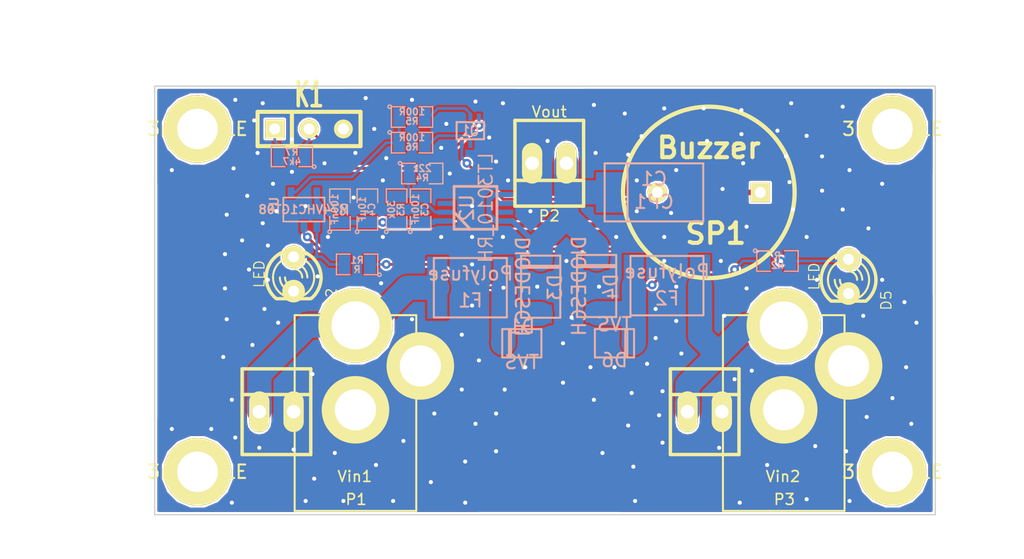
<source format=kicad_pcb>
(kicad_pcb (version 3) (host pcbnew "(22-Jun-2014 BZR 4027)-stable")

  (general
    (links 55)
    (no_connects 0)
    (area 131.700002 122.880001 211.835 165.895)
    (thickness 1.6)
    (drawings 14)
    (tracks 662)
    (zones 0)
    (modules 33)
    (nets 17)
  )

  (page A3)
  (title_block 
    (rev 1)
    (company "Radio Helsinki: RedunDC")
  )

  (layers
    (15 F.Cu signal hide)
    (0 B.Cu signal)
    (16 B.Adhes user)
    (17 F.Adhes user)
    (18 B.Paste user)
    (19 F.Paste user)
    (20 B.SilkS user hide)
    (21 F.SilkS user hide)
    (22 B.Mask user)
    (23 F.Mask user)
    (24 Dwgs.User user)
    (25 Cmts.User user)
    (26 Eco1.User user)
    (27 Eco2.User user)
    (28 Edge.Cuts user)
  )

  (setup
    (last_trace_width 0.2032)
    (user_trace_width 0.2032)
    (user_trace_width 0.3988)
    (user_trace_width 0.701)
    (user_trace_width 1.0008)
    (user_trace_width 1.8009)
    (trace_clearance 0.1524)
    (zone_clearance 0.1524)
    (zone_45_only no)
    (trace_min 0.1524)
    (segment_width 0.2)
    (edge_width 0.1)
    (via_size 0.6502)
    (via_drill 0.3023)
    (via_min_size 0.5004)
    (via_min_drill 0.3023)
    (user_via 0.6502 0.3023)
    (user_via 0.7493 0.3988)
    (user_via 0.95 0.3988)
    (user_via 1.1989 0.4496)
    (user_via 1.999 0.5004)
    (uvia_size 0.508)
    (uvia_drill 0.127)
    (uvias_allowed no)
    (uvia_min_size 0.508)
    (uvia_min_drill 0.127)
    (pcb_text_width 0.3)
    (pcb_text_size 1.5 1.5)
    (mod_edge_width 0.15)
    (mod_text_size 1 1)
    (mod_text_width 0.15)
    (pad_size 5 5)
    (pad_drill 3)
    (pad_to_mask_clearance 0)
    (aux_axis_origin 0 0)
    (visible_elements 7FFFFFFF)
    (pcbplotparams
      (layerselection 3178497)
      (usegerberextensions true)
      (excludeedgelayer true)
      (linewidth 0.150000)
      (plotframeref false)
      (viasonmask false)
      (mode 1)
      (useauxorigin false)
      (hpglpennumber 1)
      (hpglpenspeed 20)
      (hpglpendiameter 15)
      (hpglpenoverlay 2)
      (psnegative false)
      (psa4output false)
      (plotreference true)
      (plotvalue true)
      (plotothertext true)
      (plotinvisibletext false)
      (padsonsilk false)
      (subtractmaskfromsilk false)
      (outputformat 1)
      (mirror false)
      (drillshape 1)
      (scaleselection 1)
      (outputdirectory ""))
  )

  (net 0 "")
  (net 1 /Vout)
  (net 2 GND)
  (net 3 N-0000010)
  (net 4 N-0000011)
  (net 5 N-0000012)
  (net 6 N-0000013)
  (net 7 N-0000014)
  (net 8 N-0000015)
  (net 9 N-0000016)
  (net 10 N-0000018)
  (net 11 N-0000019)
  (net 12 N-000002)
  (net 13 N-000003)
  (net 14 N-000004)
  (net 15 N-000009)
  (net 16 VCC)

  (net_class Default "Dies ist die voreingestellte Netzklasse."
    (clearance 0.1524)
    (trace_width 0.2032)
    (via_dia 0.6502)
    (via_drill 0.3023)
    (uvia_dia 0.508)
    (uvia_drill 0.127)
    (add_net "")
    (add_net /Vout)
    (add_net GND)
    (add_net N-0000010)
    (add_net N-0000011)
    (add_net N-0000012)
    (add_net N-0000013)
    (add_net N-0000014)
    (add_net N-0000015)
    (add_net N-0000016)
    (add_net N-0000018)
    (add_net N-0000019)
    (add_net N-000002)
    (add_net N-000003)
    (add_net N-000004)
    (add_net N-000009)
    (add_net VCC)
  )

  (module LF2016L (layer B.Cu) (tedit 551B1747) (tstamp 551B1D82)
    (at 166.878 143.8402)
    (path /551ADEE0)
    (fp_text reference F1 (at 0 0.95) (layer B.SilkS)
      (effects (font (size 1 1) (thickness 0.15)) (justify mirror))
    )
    (fp_text value Polyfuse (at 0 -1.05) (layer B.SilkS)
      (effects (font (size 1 1) (thickness 0.15)) (justify mirror))
    )
    (fp_line (start -2.7 2.2) (end 2.7 2.2) (layer B.SilkS) (width 0.15))
    (fp_line (start 2.7 2.2) (end 2.7 -2.2) (layer B.SilkS) (width 0.15))
    (fp_line (start 2.7 -2.2) (end -2.7 -2.2) (layer B.SilkS) (width 0.15))
    (fp_line (start -2.7 -2.2) (end -2.7 2.2) (layer B.SilkS) (width 0.15))
    (pad 1 smd rect (at -2.45 0) (size 1.5 4.6)
      (layers B.Cu B.Paste B.Mask)
      (net 6 N-0000013)
    )
    (pad 2 smd rect (at 2.45 0) (size 1.5 4.6)
      (layers B.Cu B.Paste B.Mask)
      (net 7 N-0000014)
    )
  )

  (module SOT23-5 (layer B.Cu) (tedit 4ECF78EF) (tstamp 551B1D04)
    (at 154.559 138.049 180)
    (path /551AE3F4)
    (attr smd)
    (fp_text reference U1 (at 2.19964 0.29972 450) (layer B.SilkS)
      (effects (font (size 0.635 0.635) (thickness 0.127)) (justify mirror))
    )
    (fp_text value M74VHC1GT08 (at 0 0 180) (layer B.SilkS)
      (effects (font (size 0.635 0.635) (thickness 0.127)) (justify mirror))
    )
    (fp_line (start 1.524 0.889) (end 1.524 -0.889) (layer B.SilkS) (width 0.127))
    (fp_line (start 1.524 -0.889) (end -1.524 -0.889) (layer B.SilkS) (width 0.127))
    (fp_line (start -1.524 -0.889) (end -1.524 0.889) (layer B.SilkS) (width 0.127))
    (fp_line (start -1.524 0.889) (end 1.524 0.889) (layer B.SilkS) (width 0.127))
    (pad 1 smd rect (at -0.9525 -1.27 180) (size 0.508 0.762)
      (layers B.Cu B.Paste B.Mask)
      (net 11 N-0000019)
    )
    (pad 3 smd rect (at 0.9525 -1.27 180) (size 0.508 0.762)
      (layers B.Cu B.Paste B.Mask)
      (net 2 GND)
    )
    (pad 5 smd rect (at -0.9525 1.27 180) (size 0.508 0.762)
      (layers B.Cu B.Paste B.Mask)
      (net 16 VCC)
    )
    (pad 2 smd rect (at 0 -1.27 180) (size 0.508 0.762)
      (layers B.Cu B.Paste B.Mask)
      (net 10 N-0000018)
    )
    (pad 4 smd rect (at 0.9525 1.27 180) (size 0.508 0.762)
      (layers B.Cu B.Paste B.Mask)
      (net 12 N-000002)
    )
    (model smd/SOT23_5.wrl
      (at (xyz 0 0 0))
      (scale (xyz 0.1 0.1 0.1))
      (rotate (xyz 0 0 0))
    )
  )

  (module SOD123W (layer B.Cu) (tedit 551B1C00) (tstamp 551B1D10)
    (at 170.688 147.955 180)
    (path /551ADF4F)
    (fp_text reference D1 (at 0 1.25 180) (layer B.SilkS)
      (effects (font (size 1 1) (thickness 0.15)) (justify mirror))
    )
    (fp_text value TVS (at 0 -1.4 180) (layer B.SilkS)
      (effects (font (size 1 1) (thickness 0.15)) (justify mirror))
    )
    (fp_line (start 0.8 1.05) (end 0.8 -1.05) (layer B.SilkS) (width 0.15))
    (fp_line (start 0.95 1.05) (end 0.95 -1.05) (layer B.SilkS) (width 0.15))
    (fp_line (start -1.45 1.05) (end 1.45 1.05) (layer B.SilkS) (width 0.15))
    (fp_line (start 1.45 1.05) (end 1.45 -1.05) (layer B.SilkS) (width 0.15))
    (fp_line (start 1.45 -1.05) (end -1.45 -1.05) (layer B.SilkS) (width 0.15))
    (fp_line (start -1.45 -1.05) (end -1.45 1.05) (layer B.SilkS) (width 0.15))
    (pad 1 smd rect (at -1.4 0 180) (size 1.2 1.2)
      (layers B.Cu B.Paste B.Mask)
      (net 2 GND)
    )
    (pad 2 smd rect (at 1.4 0 180) (size 1.2 1.2)
      (layers B.Cu B.Paste B.Mask)
      (net 7 N-0000014)
    )
  )

  (module SOD123W (layer B.Cu) (tedit 551B1C00) (tstamp 551B1D1C)
    (at 177.546 147.955)
    (path /551ADF85)
    (fp_text reference D6 (at 0 1.25) (layer B.SilkS)
      (effects (font (size 1 1) (thickness 0.15)) (justify mirror))
    )
    (fp_text value TVS (at 0 -1.4) (layer B.SilkS)
      (effects (font (size 1 1) (thickness 0.15)) (justify mirror))
    )
    (fp_line (start 0.8 1.05) (end 0.8 -1.05) (layer B.SilkS) (width 0.15))
    (fp_line (start 0.95 1.05) (end 0.95 -1.05) (layer B.SilkS) (width 0.15))
    (fp_line (start -1.45 1.05) (end 1.45 1.05) (layer B.SilkS) (width 0.15))
    (fp_line (start 1.45 1.05) (end 1.45 -1.05) (layer B.SilkS) (width 0.15))
    (fp_line (start 1.45 -1.05) (end -1.45 -1.05) (layer B.SilkS) (width 0.15))
    (fp_line (start -1.45 -1.05) (end -1.45 1.05) (layer B.SilkS) (width 0.15))
    (pad 1 smd rect (at -1.4 0) (size 1.2 1.2)
      (layers B.Cu B.Paste B.Mask)
      (net 2 GND)
    )
    (pad 2 smd rect (at 1.4 0) (size 1.2 1.2)
      (layers B.Cu B.Paste B.Mask)
      (net 8 N-0000015)
    )
  )

  (module SM2917POL (layer B.Cu) (tedit 551B1470) (tstamp 551C3316)
    (at 180.467 136.779)
    (path /551AE068)
    (fp_text reference C1 (at 0 -1) (layer B.SilkS)
      (effects (font (size 1 1) (thickness 0.15)) (justify mirror))
    )
    (fp_text value CP1 (at 0 0.7) (layer B.SilkS)
      (effects (font (size 1 1) (thickness 0.15)) (justify mirror))
    )
    (fp_line (start -1.95 2.15) (end -1.95 -2.15) (layer B.SilkS) (width 0.15))
    (fp_line (start -3.65 2.15) (end 3.65 2.15) (layer B.SilkS) (width 0.15))
    (fp_line (start 3.65 2.15) (end 3.65 -2.15) (layer B.SilkS) (width 0.15))
    (fp_line (start 3.65 -2.15) (end -3.65 -2.15) (layer B.SilkS) (width 0.15))
    (fp_line (start -3.65 -2.15) (end -3.65 2.15) (layer B.SilkS) (width 0.15))
    (pad 1 smd rect (at -3.25 0) (size 2.1 3)
      (layers B.Cu B.Paste B.Mask)
      (net 1 /Vout)
    )
    (pad 2 smd rect (at 3.25 0) (size 2.1 3)
      (layers B.Cu B.Paste B.Mask)
      (net 2 GND)
    )
  )

  (module SM0805 (layer B.Cu) (tedit 5091495C) (tstamp 551B1D34)
    (at 157.226 138.049 90)
    (path /551AE174)
    (attr smd)
    (fp_text reference C2 (at 0 0.3175 90) (layer B.SilkS)
      (effects (font (size 0.50038 0.50038) (thickness 0.10922)) (justify mirror))
    )
    (fp_text value 100nF (at 0 -0.381 90) (layer B.SilkS)
      (effects (font (size 0.50038 0.50038) (thickness 0.10922)) (justify mirror))
    )
    (fp_circle (center -1.651 -0.762) (end -1.651 -0.635) (layer B.SilkS) (width 0.09906))
    (fp_line (start -0.508 -0.762) (end -1.524 -0.762) (layer B.SilkS) (width 0.09906))
    (fp_line (start -1.524 -0.762) (end -1.524 0.762) (layer B.SilkS) (width 0.09906))
    (fp_line (start -1.524 0.762) (end -0.508 0.762) (layer B.SilkS) (width 0.09906))
    (fp_line (start 0.508 0.762) (end 1.524 0.762) (layer B.SilkS) (width 0.09906))
    (fp_line (start 1.524 0.762) (end 1.524 -0.762) (layer B.SilkS) (width 0.09906))
    (fp_line (start 1.524 -0.762) (end 0.508 -0.762) (layer B.SilkS) (width 0.09906))
    (pad 1 smd rect (at -0.9525 0 90) (size 0.889 1.397)
      (layers B.Cu B.Paste B.Mask)
      (net 16 VCC)
    )
    (pad 2 smd rect (at 0.9525 0 90) (size 0.889 1.397)
      (layers B.Cu B.Paste B.Mask)
      (net 2 GND)
    )
    (model smd/chip_cms.wrl
      (at (xyz 0 0 0))
      (scale (xyz 0.1 0.1 0.1))
      (rotate (xyz 0 0 0))
    )
  )

  (module SM0805 (layer B.Cu) (tedit 5091495C) (tstamp 551B1D41)
    (at 189.611 141.859)
    (path /551ADFF8)
    (attr smd)
    (fp_text reference R2 (at 0 0.3175) (layer B.SilkS)
      (effects (font (size 0.50038 0.50038) (thickness 0.10922)) (justify mirror))
    )
    (fp_text value R (at 0 -0.381) (layer B.SilkS)
      (effects (font (size 0.50038 0.50038) (thickness 0.10922)) (justify mirror))
    )
    (fp_circle (center -1.651 -0.762) (end -1.651 -0.635) (layer B.SilkS) (width 0.09906))
    (fp_line (start -0.508 -0.762) (end -1.524 -0.762) (layer B.SilkS) (width 0.09906))
    (fp_line (start -1.524 -0.762) (end -1.524 0.762) (layer B.SilkS) (width 0.09906))
    (fp_line (start -1.524 0.762) (end -0.508 0.762) (layer B.SilkS) (width 0.09906))
    (fp_line (start 0.508 0.762) (end 1.524 0.762) (layer B.SilkS) (width 0.09906))
    (fp_line (start 1.524 0.762) (end 1.524 -0.762) (layer B.SilkS) (width 0.09906))
    (fp_line (start 1.524 -0.762) (end 0.508 -0.762) (layer B.SilkS) (width 0.09906))
    (pad 1 smd rect (at -0.9525 0) (size 0.889 1.397)
      (layers B.Cu B.Paste B.Mask)
      (net 8 N-0000015)
    )
    (pad 2 smd rect (at 0.9525 0) (size 0.889 1.397)
      (layers B.Cu B.Paste B.Mask)
      (net 10 N-0000018)
    )
    (model smd/chip_cms.wrl
      (at (xyz 0 0 0))
      (scale (xyz 0.1 0.1 0.1))
      (rotate (xyz 0 0 0))
    )
  )

  (module SM0805 (layer B.Cu) (tedit 5091495C) (tstamp 551B1D4E)
    (at 158.496 142.113 180)
    (path /551AE015)
    (attr smd)
    (fp_text reference R1 (at 0 0.3175 180) (layer B.SilkS)
      (effects (font (size 0.50038 0.50038) (thickness 0.10922)) (justify mirror))
    )
    (fp_text value R (at 0 -0.381 180) (layer B.SilkS)
      (effects (font (size 0.50038 0.50038) (thickness 0.10922)) (justify mirror))
    )
    (fp_circle (center -1.651 -0.762) (end -1.651 -0.635) (layer B.SilkS) (width 0.09906))
    (fp_line (start -0.508 -0.762) (end -1.524 -0.762) (layer B.SilkS) (width 0.09906))
    (fp_line (start -1.524 -0.762) (end -1.524 0.762) (layer B.SilkS) (width 0.09906))
    (fp_line (start -1.524 0.762) (end -0.508 0.762) (layer B.SilkS) (width 0.09906))
    (fp_line (start 0.508 0.762) (end 1.524 0.762) (layer B.SilkS) (width 0.09906))
    (fp_line (start 1.524 0.762) (end 1.524 -0.762) (layer B.SilkS) (width 0.09906))
    (fp_line (start 1.524 -0.762) (end 0.508 -0.762) (layer B.SilkS) (width 0.09906))
    (pad 1 smd rect (at -0.9525 0 180) (size 0.889 1.397)
      (layers B.Cu B.Paste B.Mask)
      (net 7 N-0000014)
    )
    (pad 2 smd rect (at 0.9525 0 180) (size 0.889 1.397)
      (layers B.Cu B.Paste B.Mask)
      (net 11 N-0000019)
    )
    (model smd/chip_cms.wrl
      (at (xyz 0 0 0))
      (scale (xyz 0.1 0.1 0.1))
      (rotate (xyz 0 0 0))
    )
  )

  (module SIL-3 (layer F.Cu) (tedit 200000) (tstamp 551B1D5A)
    (at 154.94 132.08)
    (descr "Connecteur 3 pins")
    (tags "CONN DEV")
    (path /551AE11C)
    (fp_text reference K1 (at 0 -2.54) (layer F.SilkS)
      (effects (font (size 1.7907 1.07696) (thickness 0.3048)))
    )
    (fp_text value STATUS (at 0 -2.54) (layer F.SilkS) hide
      (effects (font (size 1.524 1.016) (thickness 0.3048)))
    )
    (fp_line (start -3.81 1.27) (end -3.81 -1.27) (layer F.SilkS) (width 0.3048))
    (fp_line (start -3.81 -1.27) (end 3.81 -1.27) (layer F.SilkS) (width 0.3048))
    (fp_line (start 3.81 -1.27) (end 3.81 1.27) (layer F.SilkS) (width 0.3048))
    (fp_line (start 3.81 1.27) (end -3.81 1.27) (layer F.SilkS) (width 0.3048))
    (fp_line (start -1.27 -1.27) (end -1.27 1.27) (layer F.SilkS) (width 0.3048))
    (pad 1 thru_hole rect (at -2.54 0) (size 1.397 1.397) (drill 0.8128)
      (layers *.Cu *.Mask F.SilkS)
      (net 5 N-0000012)
    )
    (pad 2 thru_hole circle (at 0 0) (size 1.397 1.397) (drill 0.8128)
      (layers *.Cu *.Mask F.SilkS)
      (net 4 N-0000011)
    )
    (pad 3 thru_hole circle (at 2.54 0) (size 1.397 1.397) (drill 0.8128)
      (layers *.Cu *.Mask F.SilkS)
      (net 2 GND)
    )
  )

  (module LF2016L (layer B.Cu) (tedit 551B1747) (tstamp 551B1D8C)
    (at 181.4322 143.6878)
    (path /551ADED1)
    (fp_text reference F2 (at 0 0.95) (layer B.SilkS)
      (effects (font (size 1 1) (thickness 0.15)) (justify mirror))
    )
    (fp_text value Polyfuse (at 0 -1.05) (layer B.SilkS)
      (effects (font (size 1 1) (thickness 0.15)) (justify mirror))
    )
    (fp_line (start -2.7 2.2) (end 2.7 2.2) (layer B.SilkS) (width 0.15))
    (fp_line (start 2.7 2.2) (end 2.7 -2.2) (layer B.SilkS) (width 0.15))
    (fp_line (start 2.7 -2.2) (end -2.7 -2.2) (layer B.SilkS) (width 0.15))
    (fp_line (start -2.7 -2.2) (end -2.7 2.2) (layer B.SilkS) (width 0.15))
    (pad 1 smd rect (at -2.45 0) (size 1.5 4.6)
      (layers B.Cu B.Paste B.Mask)
      (net 8 N-0000015)
    )
    (pad 2 smd rect (at 2.45 0) (size 1.5 4.6)
      (layers B.Cu B.Paste B.Mask)
      (net 9 N-0000016)
    )
  )

  (module LED-3MM (layer F.Cu) (tedit 50ADE848) (tstamp 551B1DA5)
    (at 153.797 142.8242 270)
    (descr "LED 3mm - Lead pitch 100mil (2,54mm)")
    (tags "LED led 3mm 3MM 100mil 2,54mm")
    (path /551AE00F)
    (fp_text reference D2 (at 1.778 -2.794 270) (layer F.SilkS)
      (effects (font (size 0.762 0.762) (thickness 0.0889)))
    )
    (fp_text value LED (at 0 2.54 270) (layer F.SilkS)
      (effects (font (size 0.762 0.762) (thickness 0.0889)))
    )
    (fp_line (start 1.8288 1.27) (end 1.8288 -1.27) (layer F.SilkS) (width 0.254))
    (fp_arc (start 0.254 0) (end -1.27 0) (angle 39.8) (layer F.SilkS) (width 0.1524))
    (fp_arc (start 0.254 0) (end -0.88392 1.01092) (angle 41.6) (layer F.SilkS) (width 0.1524))
    (fp_arc (start 0.254 0) (end 1.4097 -0.9906) (angle 40.6) (layer F.SilkS) (width 0.1524))
    (fp_arc (start 0.254 0) (end 1.778 0) (angle 39.8) (layer F.SilkS) (width 0.1524))
    (fp_arc (start 0.254 0) (end 0.254 -1.524) (angle 54.4) (layer F.SilkS) (width 0.1524))
    (fp_arc (start 0.254 0) (end -0.9652 -0.9144) (angle 53.1) (layer F.SilkS) (width 0.1524))
    (fp_arc (start 0.254 0) (end 1.45542 0.93472) (angle 52.1) (layer F.SilkS) (width 0.1524))
    (fp_arc (start 0.254 0) (end 0.254 1.524) (angle 52.1) (layer F.SilkS) (width 0.1524))
    (fp_arc (start 0.254 0) (end -0.381 0) (angle 90) (layer F.SilkS) (width 0.1524))
    (fp_arc (start 0.254 0) (end -0.762 0) (angle 90) (layer F.SilkS) (width 0.1524))
    (fp_arc (start 0.254 0) (end 0.889 0) (angle 90) (layer F.SilkS) (width 0.1524))
    (fp_arc (start 0.254 0) (end 1.27 0) (angle 90) (layer F.SilkS) (width 0.1524))
    (fp_arc (start 0.254 0) (end 0.254 -2.032) (angle 50.1) (layer F.SilkS) (width 0.254))
    (fp_arc (start 0.254 0) (end -1.5367 -0.95504) (angle 61.9) (layer F.SilkS) (width 0.254))
    (fp_arc (start 0.254 0) (end 1.8034 1.31064) (angle 49.7) (layer F.SilkS) (width 0.254))
    (fp_arc (start 0.254 0) (end 0.254 2.032) (angle 60.2) (layer F.SilkS) (width 0.254))
    (fp_arc (start 0.254 0) (end -1.778 0) (angle 28.3) (layer F.SilkS) (width 0.254))
    (fp_arc (start 0.254 0) (end -1.47574 1.06426) (angle 31.6) (layer F.SilkS) (width 0.254))
    (pad 1 thru_hole circle (at -1.27 0 270) (size 1.6764 1.6764) (drill 0.8128)
      (layers *.Cu *.Mask F.SilkS)
      (net 11 N-0000019)
    )
    (pad 2 thru_hole circle (at 1.27 0 270) (size 1.6764 1.6764) (drill 0.8128)
      (layers *.Cu *.Mask F.SilkS)
      (net 2 GND)
    )
    (model discret/leds/led3_vertical_verde.wrl
      (at (xyz 0 0 0))
      (scale (xyz 1 1 1))
      (rotate (xyz 0 0 0))
    )
  )

  (module LED-3MM (layer F.Cu) (tedit 50ADE848) (tstamp 551B1DBE)
    (at 194.8688 143.002 270)
    (descr "LED 3mm - Lead pitch 100mil (2,54mm)")
    (tags "LED led 3mm 3MM 100mil 2,54mm")
    (path /551ADFCB)
    (fp_text reference D5 (at 1.778 -2.794 270) (layer F.SilkS)
      (effects (font (size 0.762 0.762) (thickness 0.0889)))
    )
    (fp_text value LED (at 0 2.54 270) (layer F.SilkS)
      (effects (font (size 0.762 0.762) (thickness 0.0889)))
    )
    (fp_line (start 1.8288 1.27) (end 1.8288 -1.27) (layer F.SilkS) (width 0.254))
    (fp_arc (start 0.254 0) (end -1.27 0) (angle 39.8) (layer F.SilkS) (width 0.1524))
    (fp_arc (start 0.254 0) (end -0.88392 1.01092) (angle 41.6) (layer F.SilkS) (width 0.1524))
    (fp_arc (start 0.254 0) (end 1.4097 -0.9906) (angle 40.6) (layer F.SilkS) (width 0.1524))
    (fp_arc (start 0.254 0) (end 1.778 0) (angle 39.8) (layer F.SilkS) (width 0.1524))
    (fp_arc (start 0.254 0) (end 0.254 -1.524) (angle 54.4) (layer F.SilkS) (width 0.1524))
    (fp_arc (start 0.254 0) (end -0.9652 -0.9144) (angle 53.1) (layer F.SilkS) (width 0.1524))
    (fp_arc (start 0.254 0) (end 1.45542 0.93472) (angle 52.1) (layer F.SilkS) (width 0.1524))
    (fp_arc (start 0.254 0) (end 0.254 1.524) (angle 52.1) (layer F.SilkS) (width 0.1524))
    (fp_arc (start 0.254 0) (end -0.381 0) (angle 90) (layer F.SilkS) (width 0.1524))
    (fp_arc (start 0.254 0) (end -0.762 0) (angle 90) (layer F.SilkS) (width 0.1524))
    (fp_arc (start 0.254 0) (end 0.889 0) (angle 90) (layer F.SilkS) (width 0.1524))
    (fp_arc (start 0.254 0) (end 1.27 0) (angle 90) (layer F.SilkS) (width 0.1524))
    (fp_arc (start 0.254 0) (end 0.254 -2.032) (angle 50.1) (layer F.SilkS) (width 0.254))
    (fp_arc (start 0.254 0) (end -1.5367 -0.95504) (angle 61.9) (layer F.SilkS) (width 0.254))
    (fp_arc (start 0.254 0) (end 1.8034 1.31064) (angle 49.7) (layer F.SilkS) (width 0.254))
    (fp_arc (start 0.254 0) (end 0.254 2.032) (angle 60.2) (layer F.SilkS) (width 0.254))
    (fp_arc (start 0.254 0) (end -1.778 0) (angle 28.3) (layer F.SilkS) (width 0.254))
    (fp_arc (start 0.254 0) (end -1.47574 1.06426) (angle 31.6) (layer F.SilkS) (width 0.254))
    (pad 1 thru_hole circle (at -1.27 0 270) (size 1.6764 1.6764) (drill 0.8128)
      (layers *.Cu *.Mask F.SilkS)
      (net 10 N-0000018)
    )
    (pad 2 thru_hole circle (at 1.27 0 270) (size 1.6764 1.6764) (drill 0.8128)
      (layers *.Cu *.Mask F.SilkS)
      (net 2 GND)
    )
    (model discret/leds/led3_vertical_verde.wrl
      (at (xyz 0 0 0))
      (scale (xyz 1 1 1))
      (rotate (xyz 0 0 0))
    )
  )

  (module DO-214AC (layer B.Cu) (tedit 551B1BF3) (tstamp 551B1DCA)
    (at 176.2252 143.7132 90)
    (path /551ADF6B)
    (fp_text reference D4 (at -0.05 1.05 90) (layer B.SilkS)
      (effects (font (size 1 1) (thickness 0.15)) (justify mirror))
    )
    (fp_text value DIODESCH (at 0 -1.3 90) (layer B.SilkS)
      (effects (font (size 1 1) (thickness 0.15)) (justify mirror))
    )
    (fp_line (start 1.4 -1.45) (end 1.4 1.45) (layer B.SilkS) (width 0.15))
    (fp_line (start 1.55 1.45) (end 1.55 -1.45) (layer B.SilkS) (width 0.15))
    (fp_line (start -2.3 1.45) (end 2.3 1.45) (layer B.SilkS) (width 0.15))
    (fp_line (start 2.3 1.45) (end 2.3 -1.45) (layer B.SilkS) (width 0.15))
    (fp_line (start 2.3 -1.45) (end -2.3 -1.45) (layer B.SilkS) (width 0.15))
    (fp_line (start -2.3 -1.45) (end -2.3 1.45) (layer B.SilkS) (width 0.15))
    (pad 1 smd rect (at -2.015 0 90) (size 1.4 1.64)
      (layers B.Cu B.Paste B.Mask)
      (net 8 N-0000015)
    )
    (pad 2 smd rect (at 2.015 0 90) (size 1.4 1.64)
      (layers B.Cu B.Paste B.Mask)
      (net 1 /Vout)
    )
  )

  (module DO-214AC (layer B.Cu) (tedit 551B1BF3) (tstamp 551B1DD6)
    (at 172.085 143.764 90)
    (path /551ADF5E)
    (fp_text reference D3 (at -0.05 1.05 90) (layer B.SilkS)
      (effects (font (size 1 1) (thickness 0.15)) (justify mirror))
    )
    (fp_text value DIODESCH (at 0 -1.3 90) (layer B.SilkS)
      (effects (font (size 1 1) (thickness 0.15)) (justify mirror))
    )
    (fp_line (start 1.4 -1.45) (end 1.4 1.45) (layer B.SilkS) (width 0.15))
    (fp_line (start 1.55 1.45) (end 1.55 -1.45) (layer B.SilkS) (width 0.15))
    (fp_line (start -2.3 1.45) (end 2.3 1.45) (layer B.SilkS) (width 0.15))
    (fp_line (start 2.3 1.45) (end 2.3 -1.45) (layer B.SilkS) (width 0.15))
    (fp_line (start 2.3 -1.45) (end -2.3 -1.45) (layer B.SilkS) (width 0.15))
    (fp_line (start -2.3 -1.45) (end -2.3 1.45) (layer B.SilkS) (width 0.15))
    (pad 1 smd rect (at -2.015 0 90) (size 1.4 1.64)
      (layers B.Cu B.Paste B.Mask)
      (net 7 N-0000014)
    )
    (pad 2 smd rect (at 2.015 0 90) (size 1.4 1.64)
      (layers B.Cu B.Paste B.Mask)
      (net 1 /Vout)
    )
  )

  (module 3mmHOLE (layer F.Cu) (tedit 551B1F8C) (tstamp 551BDB62)
    (at 198.12 132.08)
    (fp_text reference 3mmHOLE (at 0 0) (layer F.SilkS)
      (effects (font (size 1 1) (thickness 0.15)))
    )
    (fp_text value VAL** (at 0 0) (layer F.SilkS)
      (effects (font (size 1 1) (thickness 0.15)))
    )
    (pad 1 thru_hole circle (at 0 0) (size 5 5) (drill 3)
      (layers *.Cu *.Mask F.SilkS)
    )
  )

  (module 3mmHOLE (layer F.Cu) (tedit 551B1F8C) (tstamp 551BDB6E)
    (at 146.685 132.08)
    (fp_text reference 3mmHOLE (at 0 0) (layer F.SilkS)
      (effects (font (size 1 1) (thickness 0.15)))
    )
    (fp_text value VAL** (at 0 0) (layer F.SilkS)
      (effects (font (size 1 1) (thickness 0.15)))
    )
    (pad 1 thru_hole circle (at 0 0) (size 5 5) (drill 3)
      (layers *.Cu *.Mask F.SilkS)
    )
  )

  (module 3mmHOLE (layer F.Cu) (tedit 551B1F8C) (tstamp 551BDB77)
    (at 146.685 157.48)
    (fp_text reference 3mmHOLE (at 0 0) (layer F.SilkS)
      (effects (font (size 1 1) (thickness 0.15)))
    )
    (fp_text value VAL** (at 0 0) (layer F.SilkS)
      (effects (font (size 1 1) (thickness 0.15)))
    )
    (pad 1 thru_hole circle (at 0 0) (size 5 5) (drill 3)
      (layers *.Cu *.Mask F.SilkS)
    )
  )

  (module 3mmHOLE (layer F.Cu) (tedit 551B1F8C) (tstamp 551BDB80)
    (at 198.12 157.48)
    (fp_text reference 3mmHOLE (at 0 0) (layer F.SilkS)
      (effects (font (size 1 1) (thickness 0.15)))
    )
    (fp_text value VAL** (at 0 0) (layer F.SilkS)
      (effects (font (size 1 1) (thickness 0.15)))
    )
    (pad 1 thru_hole circle (at 0 0) (size 5 5) (drill 3)
      (layers *.Cu *.Mask F.SilkS)
    )
  )

  (module rhlogo_copper-front_10mm (layer F.Cu) (tedit 0) (tstamp 551BFA87)
    (at 172.72 158.75)
    (fp_text reference G*** (at 0 1.69418) (layer F.SilkS) hide
      (effects (font (size 0.22098 0.22098) (thickness 0.04318)))
    )
    (fp_text value rhlogo_copper-front_10mm (at 0 -1.69418) (layer F.SilkS) hide
      (effects (font (size 0.22098 0.22098) (thickness 0.04318)))
    )
    (fp_poly (pts (xy 4.99872 1.58242) (xy 4.8387 1.58242) (xy 4.8387 1.4224) (xy 4.8387 -1.41224)
      (xy -2.2479 -1.41224) (xy -2.2479 1.4224) (xy 4.8387 1.4224) (xy 4.8387 1.58242)
      (xy -2.40538 1.58242) (xy -2.40538 1.4224) (xy -2.40538 -1.41224) (xy -4.826 -1.41224)
      (xy -4.826 1.4224) (xy -2.40538 1.4224) (xy -2.40538 1.58242) (xy -4.99872 1.58242)
      (xy -4.99872 -1.58242) (xy 4.99872 -1.58242) (xy 4.99872 1.58242) (xy 4.99872 1.58242)) (layer F.Cu) (width 0.00254))
    (fp_poly (pts (xy -2.52222 1.1176) (xy -2.52476 1.14808) (xy -2.54254 1.18364) (xy -2.57048 1.20904)
      (xy -2.5781 1.21412) (xy -2.62128 1.22936) (xy -2.67462 1.23444) (xy -2.72288 1.22936)
      (xy -2.7432 1.22174) (xy -2.77368 1.2065) (xy -2.81178 1.1811) (xy -2.85496 1.15062)
      (xy -2.8575 1.14808) (xy -2.91338 1.11252) (xy -2.98704 1.06426) (xy -3.0861 1.00838)
      (xy -3.20548 0.94234) (xy -3.34518 0.86614) (xy -3.44678 0.81026) (xy -3.63474 0.71374)
      (xy -3.77952 0.77978) (xy -3.89128 0.83312) (xy -4.0005 0.88646) (xy -4.1021 0.9398)
      (xy -4.19608 0.98806) (xy -4.27482 1.03124) (xy -4.33832 1.06934) (xy -4.3815 1.09982)
      (xy -4.38912 1.10236) (xy -4.44754 1.15062) (xy -4.49072 1.1811) (xy -4.5212 1.20396)
      (xy -4.54406 1.21666) (xy -4.56184 1.22428) (xy -4.57962 1.22682) (xy -4.59486 1.22682)
      (xy -4.64312 1.21666) (xy -4.6736 1.1938) (xy -4.68884 1.1557) (xy -4.68376 1.10998)
      (xy -4.65836 1.05918) (xy -4.65328 1.0541) (xy -4.63042 1.02616) (xy -4.59486 1.0033)
      (xy -4.54406 0.9779) (xy -4.47802 0.9525) (xy -4.43484 0.9398) (xy -4.39928 0.9271)
      (xy -4.34848 0.90678) (xy -4.28752 0.88138) (xy -4.21894 0.8509) (xy -4.14528 0.82042)
      (xy -4.07162 0.7874) (xy -3.99796 0.75438) (xy -3.93192 0.72136) (xy -3.87604 0.69596)
      (xy -3.83286 0.6731) (xy -3.80238 0.65786) (xy -3.79476 0.65024) (xy -3.80492 0.64262)
      (xy -3.8354 0.62738) (xy -3.88112 0.60198) (xy -3.93954 0.5715) (xy -4.01066 0.53594)
      (xy -4.07416 0.50546) (xy -4.17576 0.45466) (xy -4.25958 0.41656) (xy -4.32816 0.38608)
      (xy -4.38912 0.36322) (xy -4.43992 0.34544) (xy -4.47548 0.33528) (xy -4.53898 0.3175)
      (xy -4.5847 0.30226) (xy -4.61518 0.28448) (xy -4.63804 0.2667) (xy -4.67106 0.22352)
      (xy -4.67868 0.18542) (xy -4.6609 0.14986) (xy -4.64058 0.12954) (xy -4.60248 0.10414)
      (xy -4.5593 0.09398) (xy -4.5085 0.1016) (xy -4.45008 0.12192) (xy -4.3815 0.16002)
      (xy -4.29768 0.2159) (xy -4.27482 0.23368) (xy -4.20878 0.2794) (xy -4.15036 0.3175)
      (xy -4.09194 0.35306) (xy -4.03098 0.38862) (xy -3.95986 0.42418) (xy -3.8735 0.46482)
      (xy -3.7973 0.50038) (xy -3.73126 0.53086) (xy -3.683 0.55118) (xy -3.64744 0.56388)
      (xy -3.62458 0.56896) (xy -3.60426 0.56896) (xy -3.5941 0.56642) (xy -3.5687 0.55626)
      (xy -3.52298 0.53848) (xy -3.4671 0.51308) (xy -3.39852 0.4826) (xy -3.3274 0.44958)
      (xy -3.25628 0.41656) (xy -3.1877 0.38354) (xy -3.12928 0.3556) (xy -3.08356 0.3302)
      (xy -3.06578 0.32004) (xy -3.01752 0.2921) (xy -2.97434 0.26162) (xy -2.9464 0.23876)
      (xy -2.8702 0.17526) (xy -2.79654 0.12954) (xy -2.7305 0.09906) (xy -2.68224 0.08636)
      (xy -2.64414 0.08382) (xy -2.62128 0.0889) (xy -2.60096 0.10414) (xy -2.58572 0.12446)
      (xy -2.55778 0.17272) (xy -2.55524 0.21844) (xy -2.57556 0.25654) (xy -2.62128 0.28956)
      (xy -2.68732 0.32004) (xy -2.75082 0.33782) (xy -2.80924 0.35306) (xy -2.87274 0.37084)
      (xy -2.91846 0.38608) (xy -2.95402 0.40132) (xy -3.00482 0.42418) (xy -3.06832 0.45212)
      (xy -3.13944 0.4826) (xy -3.2131 0.51816) (xy -3.28676 0.55118) (xy -3.35026 0.58166)
      (xy -3.40614 0.6096) (xy -3.44424 0.62738) (xy -3.4798 0.64516) (xy -3.20294 0.78994)
      (xy -3.1115 0.83566) (xy -3.03784 0.87376) (xy -2.97688 0.9017) (xy -2.92354 0.92456)
      (xy -2.87528 0.94234) (xy -2.82956 0.95758) (xy -2.77876 0.97028) (xy -2.6797 1.00076)
      (xy -2.6035 1.03632) (xy -2.5527 1.07188) (xy -2.52476 1.11252) (xy -2.52222 1.1176)
      (xy -2.52222 1.1176)) (layer F.Cu) (width 0.00254))
    (fp_poly (pts (xy -3.00736 -0.74168) (xy -3.01244 -0.63246) (xy -3.03276 -0.5207) (xy -3.06832 -0.4064)
      (xy -3.11404 -0.29464) (xy -3.12674 -0.27432) (xy -3.13182 -0.25908) (xy -3.13182 -0.63754)
      (xy -3.13436 -0.70612) (xy -3.14198 -0.78232) (xy -3.15214 -0.84328) (xy -3.16992 -0.889)
      (xy -3.19532 -0.93218) (xy -3.23342 -0.97282) (xy -3.2385 -0.9779) (xy -3.30708 -1.03632)
      (xy -3.3782 -1.07696) (xy -3.45948 -1.09728) (xy -3.55346 -1.10236) (xy -3.66014 -1.08966)
      (xy -3.68554 -1.08712) (xy -3.7592 -1.07188) (xy -3.81254 -1.05918) (xy -3.85064 -1.0414)
      (xy -3.88366 -1.02108) (xy -3.9116 -0.99314) (xy -3.91414 -0.99314) (xy -3.95986 -0.92964)
      (xy -3.99796 -0.84836) (xy -4.02844 -0.74422) (xy -4.04368 -0.66548) (xy -4.07162 -0.52324)
      (xy -4.04114 -0.50292) (xy -3.99034 -0.46482) (xy -3.9624 -0.4318) (xy -3.95732 -0.39624)
      (xy -3.95732 -0.3937) (xy -3.95478 -0.3556) (xy -3.94462 -0.34036) (xy -3.93446 -0.32258)
      (xy -3.93192 -0.3048) (xy -3.937 -0.27178) (xy -3.94208 -0.254) (xy -3.9497 -0.21844)
      (xy -3.95224 -0.19558) (xy -3.94462 -0.18288) (xy -3.93192 -0.17272) (xy -3.90398 -0.1524)
      (xy -3.92938 -0.11938) (xy -3.94462 -0.09652) (xy -3.9497 -0.0762) (xy -3.93954 -0.04826)
      (xy -3.937 -0.04318) (xy -3.91414 -0.00254) (xy -3.88366 0.02794) (xy -3.88112 0.03048)
      (xy -3.85064 0.06604) (xy -3.84302 0.09652) (xy -3.8354 0.1524) (xy -3.81254 0.21082)
      (xy -3.77952 0.25908) (xy -3.76936 0.27178) (xy -3.74142 0.2921) (xy -3.71602 0.30226)
      (xy -3.67538 0.3048) (xy -3.66522 0.3048) (xy -3.61442 0.30226) (xy -3.556 0.29718)
      (xy -3.51282 0.2921) (xy -3.429 0.27686) (xy -3.4036 0.22098) (xy -3.38836 0.18288)
      (xy -3.37058 0.12954) (xy -3.35534 0.07112) (xy -3.3528 0.06096) (xy -3.31978 -0.05842)
      (xy -3.28676 -0.16256) (xy -3.2512 -0.25654) (xy -3.2131 -0.3429) (xy -3.175 -0.42672)
      (xy -3.1496 -0.50038) (xy -3.1369 -0.56642) (xy -3.13182 -0.63754) (xy -3.13182 -0.25908)
      (xy -3.15722 -0.20828) (xy -3.19024 -0.12446) (xy -3.22072 -0.03048) (xy -3.24866 0.06604)
      (xy -3.27406 0.1651) (xy -3.27914 0.1905) (xy -3.2893 0.23368) (xy -3.30454 0.2667)
      (xy -3.32994 0.29718) (xy -3.35788 0.32512) (xy -3.40614 0.36576) (xy -3.45186 0.3937)
      (xy -3.46964 0.40132) (xy -3.53568 0.41148) (xy -3.61188 0.41402) (xy -3.68808 0.4064)
      (xy -3.72618 0.39624) (xy -3.76936 0.38354) (xy -3.80746 0.37084) (xy -3.82016 0.36576)
      (xy -3.85064 0.3429) (xy -3.88112 0.30226) (xy -3.90906 0.24892) (xy -3.92938 0.1905)
      (xy -3.92938 0.18542) (xy -3.94208 0.1397) (xy -3.95986 0.10922) (xy -3.9878 0.08382)
      (xy -4.00812 0.06858) (xy -4.02336 0.04826) (xy -4.0386 0.01016) (xy -4.05384 -0.03302)
      (xy -4.06654 -0.08382) (xy -4.0767 -0.12954) (xy -4.0767 -0.15494) (xy -4.08178 -0.1905)
      (xy -4.09448 -0.23114) (xy -4.1021 -0.25146) (xy -4.11734 -0.28956) (xy -4.12496 -0.32258)
      (xy -4.12496 -0.33528) (xy -4.12496 -0.38608) (xy -4.13766 -0.42418) (xy -4.15798 -0.45212)
      (xy -4.17576 -0.47752) (xy -4.18592 -0.49784) (xy -4.18338 -0.52324) (xy -4.1783 -0.56134)
      (xy -4.16814 -0.61722) (xy -4.16052 -0.67818) (xy -4.15798 -0.70358) (xy -4.15036 -0.75184)
      (xy -4.1402 -0.81026) (xy -4.1275 -0.87122) (xy -4.12496 -0.88138) (xy -4.10972 -0.93472)
      (xy -4.09702 -0.97282) (xy -4.07924 -1.0033) (xy -4.0513 -1.03378) (xy -4.02844 -1.05664)
      (xy -3.9624 -1.11506) (xy -3.89636 -1.15824) (xy -3.8227 -1.18618) (xy -3.73888 -1.2065)
      (xy -3.63728 -1.21412) (xy -3.57378 -1.21412) (xy -3.46964 -1.21158) (xy -3.38836 -1.20396)
      (xy -3.31978 -1.18618) (xy -3.2639 -1.16332) (xy -3.26136 -1.16078) (xy -3.22326 -1.13284)
      (xy -3.17754 -1.0922) (xy -3.13182 -1.04648) (xy -3.08864 -0.99822) (xy -3.05562 -0.95504)
      (xy -3.03784 -0.9271) (xy -3.01498 -0.84074) (xy -3.00736 -0.74168) (xy -3.00736 -0.74168)) (layer F.Cu) (width 0.00254))
    (fp_poly (pts (xy 2.83464 0.18034) (xy 2.82956 0.20574) (xy 2.8067 0.22606) (xy 2.80162 0.2286)
      (xy 2.76352 0.25146) (xy 2.76352 0.67056) (xy 2.76352 0.78486) (xy 2.76352 0.87376)
      (xy 2.76098 0.94742) (xy 2.76098 1.0033) (xy 2.75844 1.04394) (xy 2.7559 1.07696)
      (xy 2.75336 1.09982) (xy 2.74828 1.1176) (xy 2.74066 1.13538) (xy 2.73558 1.14554)
      (xy 2.71018 1.18618) (xy 2.68478 1.20142) (xy 2.6543 1.1938) (xy 2.62382 1.1684)
      (xy 2.60096 1.13538) (xy 2.57302 1.08712) (xy 2.54508 1.016) (xy 2.51206 0.9271)
      (xy 2.47396 0.8128) (xy 2.46126 0.7747) (xy 2.44348 0.71882) (xy 2.42062 0.65532)
      (xy 2.39522 0.58674) (xy 2.36982 0.51816) (xy 2.34442 0.45466) (xy 2.3241 0.40132)
      (xy 2.30632 0.36068) (xy 2.29362 0.33782) (xy 2.29108 0.33528) (xy 2.29108 0.34544)
      (xy 2.29108 0.37846) (xy 2.29108 0.42926) (xy 2.29108 0.4953) (xy 2.29362 0.57404)
      (xy 2.29362 0.66294) (xy 2.29362 0.68326) (xy 2.29616 0.79756) (xy 2.29616 0.889)
      (xy 2.30124 0.96012) (xy 2.30378 1.01346) (xy 2.30886 1.05156) (xy 2.31648 1.0795)
      (xy 2.32664 1.09474) (xy 2.3368 1.10236) (xy 2.35204 1.1049) (xy 2.35204 1.1049)
      (xy 2.37744 1.11252) (xy 2.4003 1.13284) (xy 2.413 1.15824) (xy 2.413 1.17856)
      (xy 2.39776 1.18364) (xy 2.3622 1.18618) (xy 2.31648 1.18872) (xy 2.2606 1.19126)
      (xy 2.20472 1.18872) (xy 2.15392 1.18872) (xy 2.11074 1.18364) (xy 2.0828 1.17856)
      (xy 2.07772 1.17602) (xy 2.06248 1.14554) (xy 2.0701 1.11506) (xy 2.10058 1.08204)
      (xy 2.11074 1.07442) (xy 2.16154 1.03886) (xy 2.159 0.71882) (xy 2.15646 0.60198)
      (xy 2.15646 0.50546) (xy 2.15138 0.42926) (xy 2.1463 0.37084) (xy 2.14122 0.32766)
      (xy 2.13106 0.29464) (xy 2.11836 0.27432) (xy 2.10312 0.26162) (xy 2.10058 0.26162)
      (xy 2.06756 0.23622) (xy 2.05232 0.20066) (xy 2.04978 0.18034) (xy 2.04978 0.14732)
      (xy 2.17932 0.1397) (xy 2.23774 0.13462) (xy 2.27838 0.13462) (xy 2.30378 0.13716)
      (xy 2.3241 0.14478) (xy 2.34442 0.15494) (xy 2.35204 0.16002) (xy 2.3749 0.1778)
      (xy 2.39268 0.20066) (xy 2.41046 0.23876) (xy 2.43332 0.28956) (xy 2.44348 0.31242)
      (xy 2.46888 0.37846) (xy 2.49428 0.45212) (xy 2.5146 0.5207) (xy 2.52222 0.5461)
      (xy 2.55016 0.63246) (xy 2.57302 0.69596) (xy 2.5908 0.7366) (xy 2.6035 0.75692)
      (xy 2.60858 0.75946) (xy 2.61366 0.74422) (xy 2.61874 0.7112) (xy 2.61874 0.66294)
      (xy 2.62128 0.60452) (xy 2.62128 0.53848) (xy 2.62128 0.47244) (xy 2.61874 0.41148)
      (xy 2.61366 0.3556) (xy 2.61112 0.3302) (xy 2.60604 0.28702) (xy 2.59842 0.26162)
      (xy 2.58826 0.24638) (xy 2.56794 0.23876) (xy 2.56286 0.23876) (xy 2.52984 0.22098)
      (xy 2.51968 0.19558) (xy 2.53492 0.1651) (xy 2.54762 0.1524) (xy 2.5654 0.13462)
      (xy 2.58826 0.127) (xy 2.62128 0.12192) (xy 2.66192 0.12192) (xy 2.73812 0.127)
      (xy 2.79146 0.1397) (xy 2.82448 0.16002) (xy 2.83464 0.18034) (xy 2.83464 0.18034)) (layer F.Cu) (width 0.00254))
    (fp_poly (pts (xy -1.14046 1.143) (xy -1.15316 1.16586) (xy -1.1811 1.1811) (xy -1.22428 1.18872)
      (xy -1.2446 1.18872) (xy -1.27762 1.18618) (xy -1.32334 1.18364) (xy -1.3589 1.1811)
      (xy -1.4097 1.17602) (xy -1.44018 1.16332) (xy -1.4478 1.14554) (xy -1.43764 1.12014)
      (xy -1.41986 1.10236) (xy -1.38684 1.08712) (xy -1.3843 1.08458) (xy -1.34366 1.07188)
      (xy -1.34366 0.9017) (xy -1.34366 0.83312) (xy -1.3462 0.78232) (xy -1.34874 0.75184)
      (xy -1.35382 0.73152) (xy -1.36144 0.7239) (xy -1.38176 0.71882) (xy -1.41986 0.71374)
      (xy -1.47066 0.7112) (xy -1.52908 0.7112) (xy -1.67894 0.7112) (xy -1.6764 0.89916)
      (xy -1.6764 1.08712) (xy -1.63576 1.08966) (xy -1.6002 1.10236) (xy -1.57734 1.12522)
      (xy -1.5748 1.1557) (xy -1.57734 1.16078) (xy -1.58496 1.1684) (xy -1.60528 1.17348)
      (xy -1.64084 1.17602) (xy -1.69672 1.17856) (xy -1.72212 1.17856) (xy -1.78054 1.17856)
      (xy -1.83134 1.17602) (xy -1.8669 1.17348) (xy -1.88468 1.17094) (xy -1.89738 1.15316)
      (xy -1.90246 1.12776) (xy -1.89484 1.10236) (xy -1.87198 1.08712) (xy -1.8288 1.0795)
      (xy -1.81864 1.0795) (xy -1.80086 1.07696) (xy -1.79324 1.06934) (xy -1.79324 1.04648)
      (xy -1.79578 1.016) (xy -1.79832 0.98552) (xy -1.80086 0.93726) (xy -1.80086 0.87122)
      (xy -1.8034 0.78994) (xy -1.8034 0.70104) (xy -1.8034 0.60452) (xy -1.8034 0.58674)
      (xy -1.8034 0.22098) (xy -1.85166 0.21844) (xy -1.88468 0.21082) (xy -1.89992 0.19558)
      (xy -1.89992 0.1905) (xy -1.90246 0.16764) (xy -1.88976 0.14986) (xy -1.86436 0.1397)
      (xy -1.81864 0.13462) (xy -1.75514 0.13462) (xy -1.75006 0.13462) (xy -1.62306 0.13462)
      (xy -1.60782 0.17272) (xy -1.59766 0.20066) (xy -1.60274 0.2159) (xy -1.60528 0.2159)
      (xy -1.6256 0.2286) (xy -1.64338 0.2413) (xy -1.65354 0.254) (xy -1.66116 0.26924)
      (xy -1.66624 0.29718) (xy -1.66878 0.33782) (xy -1.67132 0.39624) (xy -1.67132 0.42164)
      (xy -1.6764 0.58166) (xy -1.51384 0.5842) (xy -1.4478 0.58674) (xy -1.40208 0.58674)
      (xy -1.36906 0.58166) (xy -1.35128 0.56642) (xy -1.34112 0.53848) (xy -1.33858 0.4953)
      (xy -1.33858 0.43434) (xy -1.33858 0.39116) (xy -1.33858 0.24638) (xy -1.37414 0.23114)
      (xy -1.4097 0.21082) (xy -1.43002 0.18288) (xy -1.43256 0.15494) (xy -1.43256 0.1524)
      (xy -1.41732 0.14478) (xy -1.3843 0.13716) (xy -1.34112 0.13208) (xy -1.29032 0.12954)
      (xy -1.24206 0.127) (xy -1.20142 0.12954) (xy -1.17602 0.13208) (xy -1.1684 0.13462)
      (xy -1.15316 0.16256) (xy -1.15824 0.1905) (xy -1.17856 0.2159) (xy -1.18364 0.21844)
      (xy -1.21412 0.23114) (xy -1.21412 0.6604) (xy -1.21412 0.7747) (xy -1.21412 0.86868)
      (xy -1.21412 0.9398) (xy -1.21412 0.99568) (xy -1.21158 1.03378) (xy -1.20904 1.06172)
      (xy -1.2065 1.0795) (xy -1.20142 1.08712) (xy -1.19634 1.0922) (xy -1.1938 1.0922)
      (xy -1.16078 1.10236) (xy -1.143 1.1303) (xy -1.14046 1.143) (xy -1.14046 1.143)) (layer F.Cu) (width 0.00254))
    (fp_poly (pts (xy 0.53594 0.84582) (xy 0.5334 0.89154) (xy 0.52832 0.94742) (xy 0.52324 1.00838)
      (xy 0.51562 1.0668) (xy 0.508 1.1176) (xy 0.50292 1.1557) (xy 0.49784 1.17856)
      (xy 0.4953 1.17856) (xy 0.4826 1.1811) (xy 0.44704 1.18364) (xy 0.39624 1.18618)
      (xy 0.33274 1.18618) (xy 0.26162 1.18872) (xy 0.18288 1.18872) (xy 0.10414 1.18618)
      (xy 0.02794 1.18618) (xy -0.0381 1.18364) (xy -0.09398 1.1811) (xy -0.09906 1.1811)
      (xy -0.1524 1.17348) (xy -0.18288 1.15824) (xy -0.18796 1.13284) (xy -0.17526 1.10744)
      (xy -0.15494 1.08712) (xy -0.12446 1.0795) (xy -0.1016 1.0795) (xy -0.05842 1.07442)
      (xy -0.02794 1.05918) (xy -0.01524 1.04902) (xy -0.00508 1.03886) (xy 0 1.02616)
      (xy 0.00508 1.01092) (xy 0.00762 0.98806) (xy 0.01016 0.94996) (xy 0.01016 0.89916)
      (xy 0.01016 0.83058) (xy 0.01016 0.78232) (xy 0.01016 0.69596) (xy 0.01016 0.60706)
      (xy 0.00762 0.52578) (xy 0.00508 0.45466) (xy 0.00254 0.41148) (xy 0 0.35306)
      (xy -0.00254 0.31496) (xy -0.00762 0.28956) (xy -0.01524 0.27686) (xy -0.02794 0.2667)
      (xy -0.0381 0.26162) (xy -0.07112 0.25146) (xy -0.1016 0.25146) (xy -0.13208 0.25146)
      (xy -0.16764 0.2413) (xy -0.19812 0.22606) (xy -0.21844 0.20828) (xy -0.22098 0.20066)
      (xy -0.21336 0.17526) (xy -0.20574 0.15748) (xy -0.20066 0.14986) (xy -0.1905 0.14224)
      (xy -0.17272 0.1397) (xy -0.14478 0.13462) (xy -0.1016 0.13462) (xy -0.04064 0.13462)
      (xy 0.02794 0.13462) (xy 0.12192 0.13462) (xy 0.19558 0.13462) (xy 0.24892 0.13716)
      (xy 0.28956 0.14224) (xy 0.31496 0.14986) (xy 0.33274 0.16002) (xy 0.3429 0.17018)
      (xy 0.34544 0.1778) (xy 0.35306 0.21082) (xy 0.34036 0.23622) (xy 0.3048 0.25146)
      (xy 0.25654 0.25908) (xy 0.22606 0.26162) (xy 0.2032 0.26416) (xy 0.18288 0.27178)
      (xy 0.17018 0.28448) (xy 0.16002 0.3048) (xy 0.1524 0.33782) (xy 0.14986 0.38354)
      (xy 0.14732 0.44704) (xy 0.14732 0.52578) (xy 0.14986 0.62738) (xy 0.14986 0.67818)
      (xy 0.14986 0.78232) (xy 0.1524 0.86614) (xy 0.1524 0.92964) (xy 0.15494 0.9779)
      (xy 0.15748 1.01092) (xy 0.16002 1.03378) (xy 0.1651 1.04648) (xy 0.17018 1.05664)
      (xy 0.17526 1.06172) (xy 0.2032 1.07188) (xy 0.24384 1.07696) (xy 0.2921 1.0795)
      (xy 0.34036 1.0795) (xy 0.381 1.07188) (xy 0.4064 1.06426) (xy 0.4064 1.06172)
      (xy 0.4191 1.03886) (xy 0.42672 0.99314) (xy 0.43434 0.9271) (xy 0.43434 0.92456)
      (xy 0.43942 0.85344) (xy 0.45212 0.80518) (xy 0.46736 0.7747) (xy 0.48768 0.762)
      (xy 0.508 0.762) (xy 0.52578 0.76962) (xy 0.5334 0.79248) (xy 0.53594 0.81534)
      (xy 0.53594 0.84582) (xy 0.53594 0.84582)) (layer F.Cu) (width 0.00254))
    (fp_poly (pts (xy 1.28016 0.93726) (xy 1.27508 1.00584) (xy 1.25476 1.06934) (xy 1.22174 1.12268)
      (xy 1.17094 1.16078) (xy 1.16078 1.16586) (xy 1.12014 1.17856) (xy 1.06172 1.18618)
      (xy 0.99314 1.18872) (xy 0.92456 1.18872) (xy 0.8636 1.18364) (xy 0.81788 1.17348)
      (xy 0.81026 1.17094) (xy 0.77216 1.15062) (xy 0.73152 1.12268) (xy 0.72898 1.12268)
      (xy 0.70358 1.10236) (xy 0.6858 1.0922) (xy 0.68326 1.0922) (xy 0.6731 1.10236)
      (xy 0.6604 1.12776) (xy 0.65786 1.13538) (xy 0.63754 1.16586) (xy 0.61976 1.17602)
      (xy 0.61722 1.17602) (xy 0.60198 1.16078) (xy 0.59182 1.12776) (xy 0.5842 1.08204)
      (xy 0.58166 1.02616) (xy 0.5842 0.96774) (xy 0.58928 0.91186) (xy 0.58928 0.91186)
      (xy 0.59944 0.86868) (xy 0.60706 0.84582) (xy 0.61722 0.83566) (xy 0.635 0.83312)
      (xy 0.67564 0.84074) (xy 0.70104 0.86106) (xy 0.71628 0.90424) (xy 0.71628 0.9144)
      (xy 0.72898 0.96774) (xy 0.7493 1.00584) (xy 0.78486 1.0414) (xy 0.81534 1.06426)
      (xy 0.84328 1.08458) (xy 0.86868 1.09728) (xy 0.89916 1.10236) (xy 0.9398 1.1049)
      (xy 0.97282 1.1049) (xy 1.07442 1.1049) (xy 1.12268 1.05664) (xy 1.15062 1.02616)
      (xy 1.16332 1.0033) (xy 1.16586 0.9779) (xy 1.16332 0.94996) (xy 1.15062 0.9017)
      (xy 1.12776 0.86106) (xy 1.08966 0.82296) (xy 1.03124 0.7874) (xy 0.95504 0.75438)
      (xy 0.8763 0.7239) (xy 0.81026 0.6985) (xy 0.75946 0.67056) (xy 0.71882 0.63754)
      (xy 0.67818 0.58928) (xy 0.65278 0.55372) (xy 0.62992 0.51816) (xy 0.61722 0.49022)
      (xy 0.6096 0.45466) (xy 0.60452 0.40894) (xy 0.60452 0.38862) (xy 0.59944 0.28702)
      (xy 0.65786 0.22606) (xy 0.70104 0.18288) (xy 0.74168 0.16002) (xy 0.7747 0.14732)
      (xy 0.8763 0.13462) (xy 0.9779 0.14478) (xy 1.0287 0.16002) (xy 1.1049 0.18542)
      (xy 1.13284 0.16002) (xy 1.15824 0.14224) (xy 1.1811 0.13462) (xy 1.20396 0.1397)
      (xy 1.22936 0.15748) (xy 1.24968 0.1778) (xy 1.2573 0.19558) (xy 1.25476 0.19812)
      (xy 1.24968 0.21844) (xy 1.24714 0.254) (xy 1.24206 0.30226) (xy 1.23952 0.3302)
      (xy 1.23698 0.38354) (xy 1.2319 0.4191) (xy 1.22682 0.43942) (xy 1.2192 0.44704)
      (xy 1.2065 0.45212) (xy 1.20396 0.45212) (xy 1.17348 0.4445) (xy 1.14046 0.42164)
      (xy 1.11506 0.39116) (xy 1.1049 0.36068) (xy 1.1049 0.35814) (xy 1.09474 0.32766)
      (xy 1.06426 0.2921) (xy 1.06172 0.28702) (xy 1.02362 0.26162) (xy 0.97536 0.24384)
      (xy 0.9144 0.23368) (xy 0.8509 0.23114) (xy 0.81788 0.23368) (xy 0.79502 0.24384)
      (xy 0.77216 0.2667) (xy 0.75438 0.28448) (xy 0.7239 0.33274) (xy 0.7112 0.37338)
      (xy 0.71882 0.41402) (xy 0.74422 0.46228) (xy 0.76708 0.49022) (xy 0.78994 0.5207)
      (xy 0.8128 0.54102) (xy 0.8382 0.56134) (xy 0.87122 0.57912) (xy 0.91948 0.60198)
      (xy 0.98298 0.63246) (xy 0.98298 0.63246) (xy 1.06934 0.6731) (xy 1.13792 0.70866)
      (xy 1.18618 0.74168) (xy 1.19888 0.75184) (xy 1.24206 0.80518) (xy 1.27 0.86868)
      (xy 1.28016 0.93726) (xy 1.28016 0.93726)) (layer F.Cu) (width 0.00254))
    (fp_poly (pts (xy 1.97358 0.2032) (xy 1.97104 0.21336) (xy 1.9558 0.22352) (xy 1.9304 0.2286)
      (xy 1.88468 0.23368) (xy 1.83134 0.23876) (xy 1.78562 0.2413) (xy 1.75006 0.24638)
      (xy 1.73228 0.25146) (xy 1.73228 0.25146) (xy 1.72974 0.2667) (xy 1.7272 0.30226)
      (xy 1.7272 0.35306) (xy 1.7272 0.4191) (xy 1.7272 0.49276) (xy 1.7272 0.57404)
      (xy 1.72974 0.65532) (xy 1.72974 0.7366) (xy 1.73228 0.81026) (xy 1.73736 0.87376)
      (xy 1.73736 0.889) (xy 1.74498 1.03886) (xy 1.78562 1.05918) (xy 1.82372 1.07442)
      (xy 1.8669 1.08204) (xy 1.87198 1.08204) (xy 1.91008 1.08966) (xy 1.9304 1.10744)
      (xy 1.93802 1.1176) (xy 1.94818 1.14808) (xy 1.94818 1.1684) (xy 1.9431 1.17602)
      (xy 1.93294 1.1811) (xy 1.91262 1.18364) (xy 1.88214 1.18618) (xy 1.83642 1.18872)
      (xy 1.77292 1.18872) (xy 1.68656 1.18872) (xy 1.65354 1.18872) (xy 1.55448 1.18872)
      (xy 1.47574 1.18872) (xy 1.41986 1.18618) (xy 1.37922 1.18364) (xy 1.35382 1.17856)
      (xy 1.34366 1.17348) (xy 1.32842 1.15062) (xy 1.3335 1.12268) (xy 1.35382 1.09982)
      (xy 1.3716 1.0922) (xy 1.40208 1.08458) (xy 1.44272 1.0795) (xy 1.4605 1.0795)
      (xy 1.50114 1.07696) (xy 1.53162 1.06426) (xy 1.55702 1.0414) (xy 1.59512 1.0033)
      (xy 1.59512 0.62484) (xy 1.59512 0.24384) (xy 1.5494 0.24384) (xy 1.5113 0.24384)
      (xy 1.46304 0.2413) (xy 1.4097 0.23622) (xy 1.40716 0.23622) (xy 1.3589 0.23114)
      (xy 1.33096 0.22606) (xy 1.31826 0.22098) (xy 1.31318 0.20828) (xy 1.31318 0.19558)
      (xy 1.31318 0.1778) (xy 1.31826 0.16256) (xy 1.32842 0.1524) (xy 1.34874 0.14478)
      (xy 1.37922 0.1397) (xy 1.42494 0.13462) (xy 1.48844 0.13462) (xy 1.56972 0.13462)
      (xy 1.6383 0.13462) (xy 1.72212 0.13462) (xy 1.79578 0.13462) (xy 1.86182 0.13716)
      (xy 1.91008 0.1397) (xy 1.94056 0.14224) (xy 1.94818 0.14224) (xy 1.96088 0.16002)
      (xy 1.97104 0.18542) (xy 1.97358 0.2032) (xy 1.97358 0.2032)) (layer F.Cu) (width 0.00254))
    (fp_poly (pts (xy 3.76936 1.15062) (xy 3.7592 1.1684) (xy 3.73634 1.17856) (xy 3.69824 1.18618)
      (xy 3.63728 1.18872) (xy 3.58394 1.19126) (xy 3.51536 1.18872) (xy 3.46964 1.18618)
      (xy 3.4417 1.17856) (xy 3.429 1.16586) (xy 3.429 1.143) (xy 3.43662 1.11252)
      (xy 3.43916 1.1049) (xy 3.44424 1.0795) (xy 3.44678 1.05918) (xy 3.43916 1.03378)
      (xy 3.42138 0.99822) (xy 3.40868 0.97282) (xy 3.3782 0.92202) (xy 3.34264 0.87376)
      (xy 3.31216 0.83566) (xy 3.28168 0.80772) (xy 3.2639 0.79502) (xy 3.2512 0.79502)
      (xy 3.2385 0.80518) (xy 3.2258 0.83566) (xy 3.21818 0.88138) (xy 3.21818 0.9017)
      (xy 3.21564 0.9652) (xy 3.21564 1.00838) (xy 3.22072 1.03886) (xy 3.23088 1.05918)
      (xy 3.2512 1.07442) (xy 3.27914 1.0922) (xy 3.31724 1.1176) (xy 3.33502 1.13792)
      (xy 3.33756 1.15824) (xy 3.33502 1.1684) (xy 3.32994 1.17602) (xy 3.3147 1.17856)
      (xy 3.2893 1.18364) (xy 3.2512 1.18364) (xy 3.19278 1.18618) (xy 3.13436 1.18618)
      (xy 3.05054 1.18872) (xy 2.98958 1.18618) (xy 2.95148 1.18364) (xy 2.93624 1.17856)
      (xy 2.93624 1.17856) (xy 2.9464 1.143) (xy 2.9718 1.10744) (xy 3.00482 1.08458)
      (xy 3.01244 1.0795) (xy 3.05308 1.0668) (xy 3.0607 0.89154) (xy 3.06324 0.8128)
      (xy 3.06324 0.72136) (xy 3.06324 0.62484) (xy 3.0607 0.5334) (xy 3.0607 0.51562)
      (xy 3.05054 0.31496) (xy 2.99212 0.26162) (xy 2.9591 0.23368) (xy 2.94386 0.21336)
      (xy 2.93878 0.20066) (xy 2.9464 0.18542) (xy 2.95148 0.1778) (xy 2.96926 0.15748)
      (xy 2.99466 0.14478) (xy 3.03022 0.13716) (xy 3.08356 0.13462) (xy 3.15468 0.13462)
      (xy 3.16738 0.13716) (xy 3.28422 0.1397) (xy 3.28422 0.18288) (xy 3.28168 0.21336)
      (xy 3.26898 0.2286) (xy 3.24612 0.23622) (xy 3.20802 0.24638) (xy 3.2004 0.36068)
      (xy 3.19532 0.43688) (xy 3.19532 0.50546) (xy 3.19786 0.55372) (xy 3.20294 0.58674)
      (xy 3.21056 0.5969) (xy 3.22326 0.58928) (xy 3.24866 0.56388) (xy 3.2766 0.52578)
      (xy 3.31216 0.48006) (xy 3.34772 0.4318) (xy 3.38074 0.37846) (xy 3.40868 0.33274)
      (xy 3.41884 0.31242) (xy 3.44424 0.26416) (xy 3.4544 0.23114) (xy 3.45186 0.2159)
      (xy 3.4417 0.19304) (xy 3.43916 0.17526) (xy 3.4417 0.15748) (xy 3.45948 0.14732)
      (xy 3.48996 0.1397) (xy 3.52806 0.13716) (xy 3.5814 0.13462) (xy 3.63728 0.13462)
      (xy 3.64236 0.13462) (xy 3.73888 0.1397) (xy 3.74396 0.1778) (xy 3.74396 0.20066)
      (xy 3.73634 0.2159) (xy 3.71602 0.22606) (xy 3.683 0.23876) (xy 3.64236 0.25146)
      (xy 3.61188 0.26416) (xy 3.60172 0.27178) (xy 3.59156 0.28448) (xy 3.57124 0.31496)
      (xy 3.54584 0.36068) (xy 3.51536 0.41148) (xy 3.48488 0.46736) (xy 3.4544 0.5207)
      (xy 3.42646 0.5715) (xy 3.40614 0.61214) (xy 3.3909 0.63754) (xy 3.38836 0.64516)
      (xy 3.39598 0.6604) (xy 3.41122 0.69088) (xy 3.43408 0.73152) (xy 3.44678 0.7493)
      (xy 3.47726 0.80264) (xy 3.51028 0.85852) (xy 3.53568 0.90932) (xy 3.53822 0.9144)
      (xy 3.57378 0.9779) (xy 3.60172 1.02108) (xy 3.62966 1.04902) (xy 3.66014 1.06934)
      (xy 3.6957 1.0795) (xy 3.73634 1.0922) (xy 3.75666 1.1049) (xy 3.76682 1.12522)
      (xy 3.76682 1.12522) (xy 3.76936 1.15062) (xy 3.76936 1.15062)) (layer F.Cu) (width 0.00254))
    (fp_poly (pts (xy 4.44246 0.1778) (xy 4.44246 0.20828) (xy 4.42214 0.2286) (xy 4.38404 0.23876)
      (xy 4.32816 0.24384) (xy 4.31038 0.24384) (xy 4.21386 0.24384) (xy 4.21132 0.38862)
      (xy 4.21132 0.55626) (xy 4.21386 0.70104) (xy 4.21894 0.82042) (xy 4.22402 0.91694)
      (xy 4.23164 0.98806) (xy 4.2418 1.03378) (xy 4.25196 1.05664) (xy 4.2545 1.05664)
      (xy 4.27228 1.06426) (xy 4.30784 1.07188) (xy 4.35102 1.0795) (xy 4.3942 1.08966)
      (xy 4.4196 1.09728) (xy 4.4323 1.10744) (xy 4.4323 1.12014) (xy 4.4323 1.14046)
      (xy 4.42976 1.1557) (xy 4.4196 1.16586) (xy 4.39928 1.17602) (xy 4.3688 1.1811)
      (xy 4.32054 1.18364) (xy 4.25704 1.18364) (xy 4.17322 1.18618) (xy 4.14274 1.18618)
      (xy 4.06146 1.18618) (xy 3.9878 1.18618) (xy 3.92684 1.18618) (xy 3.87858 1.18364)
      (xy 3.85064 1.18364) (xy 3.84556 1.1811) (xy 3.82778 1.17348) (xy 3.82016 1.15824)
      (xy 3.8227 1.1303) (xy 3.82524 1.08712) (xy 3.93954 1.07442) (xy 4.05384 1.06426)
      (xy 4.0513 0.66548) (xy 4.04622 0.26924) (xy 4.01066 0.26416) (xy 3.97764 0.25908)
      (xy 3.93192 0.254) (xy 3.8862 0.24892) (xy 3.84048 0.2413) (xy 3.81508 0.23622)
      (xy 3.80238 0.22606) (xy 3.7973 0.21336) (xy 3.7973 0.19304) (xy 3.80746 0.17526)
      (xy 3.82778 0.1651) (xy 3.8608 0.15494) (xy 3.9116 0.14732) (xy 3.98272 0.14478)
      (xy 4.07162 0.1397) (xy 4.09194 0.1397) (xy 4.19608 0.13716) (xy 4.2799 0.13716)
      (xy 4.3434 0.1397) (xy 4.38912 0.14478) (xy 4.4196 0.1524) (xy 4.43738 0.1651)
      (xy 4.44246 0.1778) (xy 4.44246 0.1778)) (layer F.Cu) (width 0.00254))
    (fp_poly (pts (xy -0.28194 0.41656) (xy -0.28702 0.43434) (xy -0.2921 0.4445) (xy -0.29718 0.44704)
      (xy -0.3302 0.44958) (xy -0.35814 0.42926) (xy -0.37846 0.38862) (xy -0.38608 0.35306)
      (xy -0.3937 0.29718) (xy -0.40386 0.26416) (xy -0.4191 0.24384) (xy -0.44196 0.23114)
      (xy -0.48006 0.22606) (xy -0.48006 0.22606) (xy -0.52578 0.22352) (xy -0.5842 0.21844)
      (xy -0.64008 0.2159) (xy -0.7366 0.21336) (xy -0.75438 0.27432) (xy -0.762 0.31496)
      (xy -0.76962 0.37084) (xy -0.77216 0.42926) (xy -0.77216 0.44196) (xy -0.77216 0.49784)
      (xy -0.76708 0.5334) (xy -0.75692 0.55372) (xy -0.73406 0.56134) (xy -0.69596 0.56388)
      (xy -0.67564 0.56388) (xy -0.61722 0.56388) (xy -0.6096 0.50038) (xy -0.60198 0.45466)
      (xy -0.58928 0.42926) (xy -0.5715 0.4191) (xy -0.54356 0.4191) (xy -0.508 0.42164)
      (xy -0.508 0.62484) (xy -0.508 0.70104) (xy -0.51054 0.75692) (xy -0.51308 0.79248)
      (xy -0.51562 0.81534) (xy -0.5207 0.82804) (xy -0.52832 0.83058) (xy -0.5588 0.8255)
      (xy -0.58166 0.8001) (xy -0.5969 0.75438) (xy -0.5969 0.7366) (xy -0.60452 0.6731)
      (xy -0.65024 0.6731) (xy -0.69088 0.67564) (xy -0.71882 0.68072) (xy -0.74168 0.69342)
      (xy -0.75692 0.71628) (xy -0.76708 0.75438) (xy -0.77216 0.80772) (xy -0.77724 0.88392)
      (xy -0.77978 0.92202) (xy -0.78232 0.98552) (xy -0.78232 1.0287) (xy -0.78232 1.0541)
      (xy -0.77724 1.0668) (xy -0.76962 1.06934) (xy -0.75184 1.06934) (xy -0.71628 1.07188)
      (xy -0.66294 1.07188) (xy -0.60452 1.07188) (xy -0.5969 1.07188) (xy -0.44196 1.07442)
      (xy -0.42926 1.03886) (xy -0.42164 1.0033) (xy -0.41656 0.96012) (xy -0.41656 0.94234)
      (xy -0.40894 0.89154) (xy -0.38354 0.86106) (xy -0.34544 0.84582) (xy -0.33528 0.84582)
      (xy -0.30988 0.8509) (xy -0.29464 0.8636) (xy -0.28702 0.889) (xy -0.28702 0.92964)
      (xy -0.2921 0.99314) (xy -0.29464 1.00076) (xy -0.29972 1.04902) (xy -0.3048 1.08712)
      (xy -0.31496 1.1176) (xy -0.32766 1.14046) (xy -0.34798 1.1557) (xy -0.381 1.16332)
      (xy -0.42672 1.17094) (xy -0.49022 1.17348) (xy -0.56896 1.17348) (xy -0.6731 1.17602)
      (xy -0.67564 1.17602) (xy -0.77724 1.17602) (xy -0.85852 1.17602) (xy -0.91948 1.17602)
      (xy -0.96266 1.17348) (xy -0.99314 1.17094) (xy -1.01346 1.16586) (xy -1.02362 1.16078)
      (xy -1.0414 1.14046) (xy -1.03632 1.12014) (xy -1.01346 1.10744) (xy -0.98298 1.1049)
      (xy -0.9398 1.09728) (xy -0.90932 1.07442) (xy -0.9017 1.0668) (xy -0.89662 1.05664)
      (xy -0.89154 1.04394) (xy -0.88646 1.02362) (xy -0.88392 0.99314) (xy -0.88392 0.9525)
      (xy -0.88138 0.89662) (xy -0.88138 0.82042) (xy -0.88138 0.72644) (xy -0.88138 0.66802)
      (xy -0.88392 0.55372) (xy -0.88392 0.46228) (xy -0.88392 0.39116) (xy -0.889 0.33782)
      (xy -0.89408 0.29972) (xy -0.9017 0.27178) (xy -0.91186 0.25654) (xy -0.92964 0.24892)
      (xy -0.94996 0.24384) (xy -0.97536 0.24384) (xy -0.9906 0.24384) (xy -1.0541 0.24384)
      (xy -1.0541 0.2032) (xy -1.05156 0.17018) (xy -1.0414 0.14986) (xy -1.03886 0.14986)
      (xy -1.02362 0.14478) (xy -0.98552 0.14224) (xy -0.9271 0.13716) (xy -0.85598 0.13462)
      (xy -0.76962 0.13208) (xy -0.67818 0.12954) (xy -0.33274 0.12446) (xy -0.31496 0.17018)
      (xy -0.3048 0.2032) (xy -0.29464 0.25146) (xy -0.28956 0.30734) (xy -0.28702 0.32766)
      (xy -0.28448 0.381) (xy -0.28194 0.41656) (xy -0.28194 0.41656)) (layer F.Cu) (width 0.00254))
    (fp_poly (pts (xy 1.92278 -0.65786) (xy 1.9177 -0.56896) (xy 1.90246 -0.48768) (xy 1.87198 -0.41402)
      (xy 1.83388 -0.34798) (xy 1.79832 -0.2921) (xy 1.79832 -0.70104) (xy 1.79832 -0.7366)
      (xy 1.79324 -0.77216) (xy 1.78308 -0.81788) (xy 1.78054 -0.82804) (xy 1.76276 -0.89662)
      (xy 1.74498 -0.94742) (xy 1.72466 -0.98552) (xy 1.69672 -1.01854) (xy 1.65862 -1.05156)
      (xy 1.651 -1.05664) (xy 1.58242 -1.10744) (xy 1.49606 -1.09982) (xy 1.44272 -1.09474)
      (xy 1.40462 -1.08458) (xy 1.37414 -1.0668) (xy 1.35128 -1.03886) (xy 1.3335 -0.99568)
      (xy 1.31572 -0.93472) (xy 1.30302 -0.88646) (xy 1.28778 -0.82296) (xy 1.27762 -0.77216)
      (xy 1.27254 -0.73406) (xy 1.27254 -0.69596) (xy 1.27508 -0.65532) (xy 1.28016 -0.60706)
      (xy 1.29032 -0.51562) (xy 1.30302 -0.4445) (xy 1.3208 -0.38862) (xy 1.34366 -0.34798)
      (xy 1.37414 -0.31242) (xy 1.41224 -0.28448) (xy 1.44018 -0.2667) (xy 1.46812 -0.25908)
      (xy 1.50622 -0.25908) (xy 1.52654 -0.26162) (xy 1.57226 -0.26924) (xy 1.6129 -0.2794)
      (xy 1.63068 -0.28702) (xy 1.65608 -0.30734) (xy 1.68402 -0.3429) (xy 1.7145 -0.38862)
      (xy 1.74244 -0.43688) (xy 1.75768 -0.46736) (xy 1.76276 -0.48514) (xy 1.77038 -0.52324)
      (xy 1.78054 -0.57404) (xy 1.78562 -0.60452) (xy 1.79578 -0.6604) (xy 1.79832 -0.70104)
      (xy 1.79832 -0.2921) (xy 1.79324 -0.28194) (xy 1.75768 -0.23368) (xy 1.72466 -0.20066)
      (xy 1.69164 -0.17272) (xy 1.651 -0.1524) (xy 1.63576 -0.14478) (xy 1.55956 -0.11684)
      (xy 1.48844 -0.11176) (xy 1.41732 -0.127) (xy 1.39954 -0.13208) (xy 1.32334 -0.17526)
      (xy 1.25984 -0.23114) (xy 1.21158 -0.30226) (xy 1.17348 -0.3937) (xy 1.14808 -0.50546)
      (xy 1.13538 -0.63754) (xy 1.13284 -0.65786) (xy 1.1303 -0.7239) (xy 1.1303 -0.76962)
      (xy 1.13284 -0.80518) (xy 1.13792 -0.83566) (xy 1.14554 -0.86868) (xy 1.16078 -0.90932)
      (xy 1.16332 -0.9144) (xy 1.20142 -1.00076) (xy 1.2446 -1.07442) (xy 1.29032 -1.13792)
      (xy 1.3335 -1.18364) (xy 1.35636 -1.19888) (xy 1.4224 -1.22428) (xy 1.49606 -1.22936)
      (xy 1.57734 -1.2192) (xy 1.65608 -1.1938) (xy 1.72974 -1.15316) (xy 1.79324 -1.10236)
      (xy 1.8034 -1.0922) (xy 1.84404 -1.03886) (xy 1.87198 -0.98298) (xy 1.89484 -0.91694)
      (xy 1.91008 -0.83566) (xy 1.9177 -0.76454) (xy 1.92278 -0.65786) (xy 1.92278 -0.65786)) (layer F.Cu) (width 0.00254))
    (fp_poly (pts (xy -1.1557 -0.21082) (xy -1.15824 -0.18542) (xy -1.17094 -0.1651) (xy -1.18364 -0.1524)
      (xy -1.20396 -0.14478) (xy -1.23698 -0.1397) (xy -1.28778 -0.13716) (xy -1.30048 -0.13462)
      (xy -1.36652 -0.13462) (xy -1.4097 -0.1397) (xy -1.43002 -0.14478) (xy -1.44018 -0.16256)
      (xy -1.44526 -0.19812) (xy -1.44526 -0.254) (xy -1.44526 -0.26162) (xy -1.45034 -0.35306)
      (xy -1.46812 -0.42926) (xy -1.4986 -0.49276) (xy -1.52908 -0.5334) (xy -1.55448 -0.56388)
      (xy -1.57734 -0.58166) (xy -1.60274 -0.58674) (xy -1.64084 -0.58928) (xy -1.64592 -0.58928)
      (xy -1.71958 -0.58928) (xy -1.71958 -0.47244) (xy -1.71958 -0.41402) (xy -1.72212 -0.35814)
      (xy -1.72466 -0.31242) (xy -1.7272 -0.30226) (xy -1.72974 -0.2667) (xy -1.7272 -0.25146)
      (xy -1.71704 -0.24384) (xy -1.7018 -0.24384) (xy -1.67386 -0.23876) (xy -1.64084 -0.2286)
      (xy -1.60528 -0.21336) (xy -1.57988 -0.19812) (xy -1.57226 -0.18542) (xy -1.58242 -0.16002)
      (xy -1.6129 -0.13716) (xy -1.61544 -0.13462) (xy -1.64338 -0.12954) (xy -1.68656 -0.12446)
      (xy -1.74244 -0.12446) (xy -1.8034 -0.12446) (xy -1.86436 -0.12954) (xy -1.88976 -0.13208)
      (xy -1.94056 -0.14478) (xy -1.97104 -0.16002) (xy -1.97866 -0.17526) (xy -1.96342 -0.19304)
      (xy -1.92532 -0.20828) (xy -1.92278 -0.20828) (xy -1.88468 -0.22098) (xy -1.85928 -0.23368)
      (xy -1.85166 -0.23876) (xy -1.84912 -0.254) (xy -1.84658 -0.2921) (xy -1.84404 -0.34544)
      (xy -1.8415 -0.41402) (xy -1.83896 -0.49276) (xy -1.83896 -0.57658) (xy -1.83896 -0.66548)
      (xy -1.83642 -0.75184) (xy -1.83642 -0.83566) (xy -1.83896 -0.91186) (xy -1.83896 -0.97536)
      (xy -1.8415 -1.02616) (xy -1.84404 -1.05664) (xy -1.84658 -1.06426) (xy -1.86182 -1.07442)
      (xy -1.89484 -1.0795) (xy -1.91008 -1.0795) (xy -1.94564 -1.08204) (xy -1.96596 -1.0922)
      (xy -1.9812 -1.11252) (xy -1.98628 -1.12268) (xy -1.99644 -1.15316) (xy -1.99898 -1.17094)
      (xy -1.99644 -1.17602) (xy -1.97866 -1.1811) (xy -1.93802 -1.18872) (xy -1.88214 -1.1938)
      (xy -1.81356 -1.19888) (xy -1.73736 -1.20142) (xy -1.6637 -1.20142) (xy -1.55448 -1.19888)
      (xy -1.46812 -1.18872) (xy -1.397 -1.17348) (xy -1.34112 -1.14808) (xy -1.2954 -1.11252)
      (xy -1.25984 -1.06934) (xy -1.22682 -1.01346) (xy -1.20904 -0.9652) (xy -1.2065 -0.90932)
      (xy -1.20904 -0.87122) (xy -1.2192 -0.81026) (xy -1.23444 -0.75946) (xy -1.26238 -0.7112)
      (xy -1.30302 -0.6604) (xy -1.32842 -0.62738) (xy -1.34366 -0.60198) (xy -1.34366 -0.89408)
      (xy -1.3462 -0.92202) (xy -1.36144 -0.95504) (xy -1.36652 -0.9652) (xy -1.397 -1.01346)
      (xy -1.43256 -1.04394) (xy -1.48082 -1.06172) (xy -1.54178 -1.07188) (xy -1.59512 -1.07442)
      (xy -1.69926 -1.07442) (xy -1.70688 -0.9144) (xy -1.70942 -0.8382) (xy -1.70942 -0.78486)
      (xy -1.70688 -0.75438) (xy -1.7018 -0.74422) (xy -1.68402 -0.74168) (xy -1.64846 -0.73914)
      (xy -1.6002 -0.73914) (xy -1.55448 -0.73914) (xy -1.49352 -0.74168) (xy -1.45542 -0.74422)
      (xy -1.43002 -0.7493) (xy -1.41224 -0.75692) (xy -1.39954 -0.76962) (xy -1.39192 -0.77978)
      (xy -1.36652 -0.81788) (xy -1.34874 -0.85852) (xy -1.34874 -0.86106) (xy -1.34366 -0.89408)
      (xy -1.34366 -0.60198) (xy -1.3462 -0.59944) (xy -1.34874 -0.58928) (xy -1.3462 -0.5715)
      (xy -1.33858 -0.53594) (xy -1.32588 -0.49022) (xy -1.3208 -0.47498) (xy -1.30556 -0.42164)
      (xy -1.29286 -0.37084) (xy -1.2827 -0.33274) (xy -1.2827 -0.32512) (xy -1.27508 -0.29718)
      (xy -1.26238 -0.2794) (xy -1.23444 -0.26416) (xy -1.21412 -0.254) (xy -1.17348 -0.23368)
      (xy -1.1557 -0.21082) (xy -1.1557 -0.21082)) (layer F.Cu) (width 0.00254))
    (fp_poly (pts (xy -0.381 -0.1905) (xy -0.38354 -0.16002) (xy -0.3937 -0.14224) (xy -0.39624 -0.14224)
      (xy -0.42164 -0.13716) (xy -0.46482 -0.13208) (xy -0.51308 -0.12954) (xy -0.56388 -0.127)
      (xy -0.60706 -0.12954) (xy -0.61976 -0.12954) (xy -0.65532 -0.13716) (xy -0.68072 -0.1524)
      (xy -0.68326 -0.15494) (xy -0.6985 -0.18542) (xy -0.69596 -0.2159) (xy -0.68072 -0.23622)
      (xy -0.67564 -0.23876) (xy -0.65278 -0.25654) (xy -0.64516 -0.2921) (xy -0.65278 -0.33782)
      (xy -0.66294 -0.36576) (xy -0.68326 -0.42164) (xy -0.69088 -0.42164) (xy -0.69088 -0.58166)
      (xy -0.69342 -0.61976) (xy -0.6985 -0.66802) (xy -0.70866 -0.7239) (xy -0.71882 -0.77978)
      (xy -0.73152 -0.82804) (xy -0.7366 -0.84328) (xy -0.75946 -0.9144) (xy -0.77978 -0.86614)
      (xy -0.79502 -0.81788) (xy -0.81026 -0.75946) (xy -0.82296 -0.70104) (xy -0.83058 -0.6477)
      (xy -0.83312 -0.59944) (xy -0.83058 -0.56896) (xy -0.8255 -0.5588) (xy -0.80772 -0.55372)
      (xy -0.77724 -0.55118) (xy -0.73914 -0.55372) (xy -0.70866 -0.55626) (xy -0.69342 -0.56388)
      (xy -0.69342 -0.56388) (xy -0.69088 -0.58166) (xy -0.69088 -0.42164) (xy -0.7747 -0.42164)
      (xy -0.81788 -0.42164) (xy -0.84836 -0.4191) (xy -0.8636 -0.4064) (xy -0.87376 -0.381)
      (xy -0.88392 -0.33782) (xy -0.88646 -0.30988) (xy -0.89154 -0.27686) (xy -0.88646 -0.25908)
      (xy -0.87122 -0.25146) (xy -0.8509 -0.23368) (xy -0.8382 -0.2032) (xy -0.84074 -0.17272)
      (xy -0.84836 -0.16256) (xy -0.86106 -0.15494) (xy -0.88646 -0.14986) (xy -0.92964 -0.14732)
      (xy -0.98044 -0.14986) (xy -1.09728 -0.1524) (xy -1.10236 -0.18542) (xy -1.09982 -0.20828)
      (xy -1.08458 -0.2286) (xy -1.05664 -0.25146) (xy -1.03632 -0.2667) (xy -1.02108 -0.28194)
      (xy -1.00838 -0.30226) (xy -0.99822 -0.33274) (xy -0.98806 -0.37846) (xy -0.9779 -0.43942)
      (xy -0.97028 -0.49022) (xy -0.96266 -0.5334) (xy -0.9525 -0.59182) (xy -0.93726 -0.66294)
      (xy -0.92202 -0.74168) (xy -0.90678 -0.82296) (xy -0.89154 -0.89916) (xy -0.8763 -0.9652)
      (xy -0.8636 -1.01854) (xy -0.85852 -1.04648) (xy -0.84582 -1.08966) (xy -0.82804 -1.14046)
      (xy -0.82042 -1.16332) (xy -0.80518 -1.19888) (xy -0.78994 -1.2192) (xy -0.77216 -1.22682)
      (xy -0.75438 -1.22682) (xy -0.7239 -1.22428) (xy -0.70866 -1.20904) (xy -0.70358 -1.1938)
      (xy -0.6985 -1.1684) (xy -0.6858 -1.12522) (xy -0.6731 -1.07188) (xy -0.6604 -1.03124)
      (xy -0.64262 -0.96266) (xy -0.62738 -0.88646) (xy -0.61214 -0.81534) (xy -0.60706 -0.78994)
      (xy -0.5842 -0.67564) (xy -0.55626 -0.55626) (xy -0.5207 -0.42672) (xy -0.508 -0.38608)
      (xy -0.49276 -0.33528) (xy -0.47752 -0.30226) (xy -0.46482 -0.28194) (xy -0.44958 -0.26924)
      (xy -0.43434 -0.26162) (xy -0.4064 -0.24638) (xy -0.38862 -0.2286) (xy -0.38608 -0.22606)
      (xy -0.381 -0.1905) (xy -0.381 -0.1905)) (layer F.Cu) (width 0.00254))
    (fp_poly (pts (xy 0.40386 -0.72136) (xy 0.40386 -0.6223) (xy 0.39116 -0.52832) (xy 0.39116 -0.52324)
      (xy 0.381 -0.47498) (xy 0.36322 -0.4191) (xy 0.3429 -0.36068) (xy 0.32004 -0.30226)
      (xy 0.29718 -0.24892) (xy 0.27686 -0.21082) (xy 0.26162 -0.18796) (xy 0.26162 -0.18796)
      (xy 0.26162 -0.48514) (xy 0.254 -0.65786) (xy 0.24638 -0.77724) (xy 0.23368 -0.87122)
      (xy 0.21336 -0.94488) (xy 0.18796 -1.00076) (xy 0.15494 -1.03886) (xy 0.11176 -1.05918)
      (xy 0.06096 -1.0668) (xy 0.05588 -1.0668) (xy 0.0127 -1.06426) (xy -0.0127 -1.05664)
      (xy -0.03556 -1.03886) (xy -0.04318 -1.0287) (xy -0.0508 -1.01854) (xy -0.05334 -1.0033)
      (xy -0.05842 -0.98298) (xy -0.06096 -0.9525) (xy -0.06096 -0.90678) (xy -0.06096 -0.84836)
      (xy -0.06096 -0.76962) (xy -0.06096 -0.67564) (xy -0.06096 -0.56642) (xy -0.06096 -0.47752)
      (xy -0.05842 -0.40894) (xy -0.05588 -0.35814) (xy -0.05334 -0.32004) (xy -0.04826 -0.2921)
      (xy -0.04064 -0.27432) (xy -0.03302 -0.26162) (xy -0.01524 -0.254) (xy 0.01524 -0.254)
      (xy 0.05842 -0.25908) (xy 0.09906 -0.26924) (xy 0.13208 -0.28194) (xy 0.13716 -0.28448)
      (xy 0.16002 -0.30734) (xy 0.18542 -0.3429) (xy 0.21082 -0.38608) (xy 0.2159 -0.39624)
      (xy 0.26162 -0.48514) (xy 0.26162 -0.18796) (xy 0.25908 -0.18796) (xy 0.21844 -0.1651)
      (xy 0.1651 -0.14732) (xy 0.10414 -0.13208) (xy 0.04826 -0.127) (xy 0.00254 -0.12954)
      (xy 0 -0.12954) (xy -0.01778 -0.13208) (xy -0.05588 -0.13462) (xy -0.10668 -0.1397)
      (xy -0.16764 -0.14224) (xy -0.1778 -0.14478) (xy -0.33528 -0.1524) (xy -0.34036 -0.18542)
      (xy -0.34036 -0.21082) (xy -0.32766 -0.21844) (xy -0.30734 -0.22098) (xy -0.2667 -0.22606)
      (xy -0.2286 -0.23622) (xy -0.22606 -0.23876) (xy -0.18542 -0.254) (xy -0.18034 -0.44958)
      (xy -0.18034 -0.55626) (xy -0.18034 -0.65786) (xy -0.18034 -0.75438) (xy -0.18542 -0.84328)
      (xy -0.18796 -0.91694) (xy -0.19304 -0.9779) (xy -0.20066 -1.02108) (xy -0.20828 -1.04394)
      (xy -0.20828 -1.04394) (xy -0.23114 -1.0541) (xy -0.2667 -1.0668) (xy -0.27432 -1.06934)
      (xy -0.30988 -1.0795) (xy -0.33782 -1.08966) (xy -0.3429 -1.0922) (xy -0.36068 -1.11252)
      (xy -0.36322 -1.143) (xy -0.35052 -1.17094) (xy -0.3429 -1.1811) (xy -0.33274 -1.18618)
      (xy -0.3175 -1.19126) (xy -0.28956 -1.1938) (xy -0.25146 -1.1938) (xy -0.19558 -1.1938)
      (xy -0.11938 -1.1938) (xy -0.08128 -1.19126) (xy 0.00508 -1.19126) (xy 0.0762 -1.18872)
      (xy 0.127 -1.18364) (xy 0.16764 -1.17856) (xy 0.20066 -1.1684) (xy 0.22606 -1.15316)
      (xy 0.25146 -1.13538) (xy 0.2794 -1.10998) (xy 0.28194 -1.10998) (xy 0.32004 -1.06172)
      (xy 0.35052 -0.99314) (xy 0.37592 -0.91186) (xy 0.3937 -0.82042) (xy 0.40386 -0.72136)
      (xy 0.40386 -0.72136)) (layer F.Cu) (width 0.00254))
    (fp_poly (pts (xy 1.09728 -0.20574) (xy 1.09474 -0.1905) (xy 1.08458 -0.17272) (xy 1.0795 -0.1651)
      (xy 1.07188 -0.16002) (xy 1.05918 -0.15494) (xy 1.03886 -0.14986) (xy 1.00584 -0.14732)
      (xy 0.96266 -0.14732) (xy 0.89916 -0.14732) (xy 0.81788 -0.14732) (xy 0.75438 -0.14732)
      (xy 0.6604 -0.14732) (xy 0.5842 -0.14732) (xy 0.52832 -0.14732) (xy 0.48768 -0.14986)
      (xy 0.46228 -0.1524) (xy 0.4445 -0.15748) (xy 0.4318 -0.16256) (xy 0.42418 -0.16764)
      (xy 0.4064 -0.19558) (xy 0.4064 -0.21336) (xy 0.42672 -0.23114) (xy 0.46736 -0.24384)
      (xy 0.52832 -0.254) (xy 0.55372 -0.25654) (xy 0.60198 -0.26162) (xy 0.64516 -0.26924)
      (xy 0.6731 -0.27432) (xy 0.67564 -0.27432) (xy 0.6858 -0.28448) (xy 0.69342 -0.30226)
      (xy 0.6985 -0.33274) (xy 0.70358 -0.37846) (xy 0.70612 -0.43942) (xy 0.70612 -0.51816)
      (xy 0.70612 -0.61722) (xy 0.70358 -0.7366) (xy 0.70104 -0.78232) (xy 0.69596 -1.1176)
      (xy 0.5969 -1.1176) (xy 0.5334 -1.12014) (xy 0.47752 -1.12522) (xy 0.43434 -1.13284)
      (xy 0.40894 -1.14554) (xy 0.40386 -1.15316) (xy 0.40386 -1.1684) (xy 0.40894 -1.1811)
      (xy 0.41656 -1.18872) (xy 0.43434 -1.1938) (xy 0.46482 -1.19888) (xy 0.508 -1.20142)
      (xy 0.56642 -1.20142) (xy 0.6477 -1.20396) (xy 0.72898 -1.20396) (xy 0.8128 -1.20142)
      (xy 0.89408 -1.20142) (xy 0.96266 -1.20142) (xy 1.016 -1.19888) (xy 1.05156 -1.19634)
      (xy 1.06426 -1.1938) (xy 1.08458 -1.17856) (xy 1.0922 -1.15316) (xy 1.08458 -1.12776)
      (xy 1.07696 -1.12014) (xy 1.05664 -1.11506) (xy 1.02108 -1.11252) (xy 0.97536 -1.10998)
      (xy 0.97028 -1.10998) (xy 0.8763 -1.10998) (xy 0.8636 -1.05664) (xy 0.85598 -1.01854)
      (xy 0.85344 -0.96266) (xy 0.8509 -0.89154) (xy 0.84836 -0.81026) (xy 0.84836 -0.72136)
      (xy 0.84836 -0.62992) (xy 0.85344 -0.54102) (xy 0.85598 -0.45974) (xy 0.85852 -0.43434)
      (xy 0.86614 -0.36322) (xy 0.87376 -0.31242) (xy 0.88646 -0.27686) (xy 0.90678 -0.25654)
      (xy 0.93472 -0.24638) (xy 0.97536 -0.24384) (xy 0.98806 -0.24384) (xy 1.04394 -0.23876)
      (xy 1.0795 -0.22352) (xy 1.09728 -0.20574) (xy 1.09728 -0.20574)) (layer F.Cu) (width 0.00254))
    (fp_poly (pts (xy -3.2131 -0.76454) (xy -3.23342 -0.6223) (xy -3.24358 -0.56388) (xy -3.2512 -0.51308)
      (xy -3.2639 -0.4699) (xy -3.28168 -0.4191) (xy -3.30708 -0.36068) (xy -3.33502 -0.29972)
      (xy -3.36042 -0.2413) (xy -3.38582 -0.18796) (xy -3.40106 -0.14478) (xy -3.41122 -0.11938)
      (xy -3.41376 -0.11176) (xy -3.4163 -0.09652) (xy -3.42646 -0.0635) (xy -3.4417 -0.01524)
      (xy -3.45948 0.0381) (xy -3.46202 0.04826) (xy -3.48742 0.11938) (xy -3.5052 0.17018)
      (xy -3.52298 0.20066) (xy -3.53822 0.2159) (xy -3.556 0.2159) (xy -3.57378 0.20574)
      (xy -3.57632 0.2032) (xy -3.5814 0.19812) (xy -3.58394 0.18542) (xy -3.5814 0.1651)
      (xy -3.57378 0.13462) (xy -3.55854 0.09144) (xy -3.53822 0.03048) (xy -3.50774 -0.04572)
      (xy -3.5052 -0.05842) (xy -3.45186 -0.20828) (xy -3.40868 -0.33528) (xy -3.37312 -0.4445)
      (xy -3.35026 -0.53848) (xy -3.33502 -0.61468) (xy -3.32994 -0.68072) (xy -3.33248 -0.73406)
      (xy -3.34518 -0.77978) (xy -3.3655 -0.81788) (xy -3.39598 -0.8509) (xy -3.42392 -0.87376)
      (xy -3.4544 -0.89408) (xy -3.48234 -0.90424) (xy -3.51536 -0.91186) (xy -3.55854 -0.91694)
      (xy -3.58394 -0.91694) (xy -3.63728 -0.91948) (xy -3.67284 -0.91948) (xy -3.69824 -0.91186)
      (xy -3.7211 -0.89916) (xy -3.75158 -0.88138) (xy -3.79476 -0.84582) (xy -3.8227 -0.8128)
      (xy -3.84048 -0.7747) (xy -3.84302 -0.7239) (xy -3.83794 -0.6604) (xy -3.83032 -0.61722)
      (xy -3.82016 -0.56896) (xy -3.80492 -0.54102) (xy -3.7973 -0.5334) (xy -3.76174 -0.52578)
      (xy -3.71348 -0.51308) (xy -3.66522 -0.50292) (xy -3.62204 -0.4953) (xy -3.59156 -0.49022)
      (xy -3.58394 -0.49022) (xy -3.56108 -0.50292) (xy -3.5433 -0.53086) (xy -3.53314 -0.55626)
      (xy -3.53314 -0.57912) (xy -3.54076 -0.60452) (xy -3.556 -0.64516) (xy -3.55854 -0.6477)
      (xy -3.57632 -0.68834) (xy -3.5941 -0.71628) (xy -3.60426 -0.72898) (xy -3.62204 -0.72644)
      (xy -3.65506 -0.71628) (xy -3.683 -0.70358) (xy -3.72618 -0.6858) (xy -3.75158 -0.67818)
      (xy -3.76682 -0.68072) (xy -3.76936 -0.69596) (xy -3.76936 -0.70866) (xy -3.7592 -0.75184)
      (xy -3.72618 -0.78486) (xy -3.67538 -0.81026) (xy -3.61188 -0.82042) (xy -3.5814 -0.82296)
      (xy -3.53822 -0.82042) (xy -3.51028 -0.81534) (xy -3.48996 -0.80518) (xy -3.4671 -0.78232)
      (xy -3.45948 -0.77216) (xy -3.42392 -0.71374) (xy -3.40614 -0.64516) (xy -3.40614 -0.56134)
      (xy -3.42646 -0.46228) (xy -3.4544 -0.3683) (xy -3.46964 -0.34036) (xy -3.50012 -0.30988)
      (xy -3.54584 -0.27686) (xy -3.55854 -0.2667) (xy -3.60172 -0.23622) (xy -3.62966 -0.21336)
      (xy -3.64744 -0.19304) (xy -3.6576 -0.1651) (xy -3.66522 -0.13716) (xy -3.68046 -0.08636)
      (xy -3.6957 -0.03556) (xy -3.70332 -0.0127) (xy -3.71348 0.03302) (xy -3.7211 0.08636)
      (xy -3.7211 0.09906) (xy -3.72364 0.13208) (xy -3.72872 0.15494) (xy -3.73126 0.15748)
      (xy -3.73888 0.14732) (xy -3.74904 0.11684) (xy -3.76174 0.0762) (xy -3.76428 0.06096)
      (xy -3.77952 -0.03302) (xy -3.77952 -0.1143) (xy -3.76174 -0.18796) (xy -3.72618 -0.25908)
      (xy -3.6957 -0.3175) (xy -3.67792 -0.3683) (xy -3.67538 -0.4064) (xy -3.68554 -0.42418)
      (xy -3.70586 -0.43688) (xy -3.74142 -0.44958) (xy -3.76936 -0.45974) (xy -3.83286 -0.49276)
      (xy -3.87604 -0.53086) (xy -3.89636 -0.55372) (xy -3.90906 -0.57404) (xy -3.91414 -0.59944)
      (xy -3.91668 -0.635) (xy -3.91668 -0.67818) (xy -3.91414 -0.74676) (xy -3.90398 -0.80264)
      (xy -3.88874 -0.84582) (xy -3.87096 -0.88646) (xy -3.85064 -0.91186) (xy -3.8227 -0.93472)
      (xy -3.78968 -0.9525) (xy -3.71348 -0.98298) (xy -3.62966 -1.0033) (xy -3.5433 -1.01346)
      (xy -3.48742 -1.01092) (xy -3.42646 -0.99314) (xy -3.3655 -0.95758) (xy -3.30708 -0.90932)
      (xy -3.26136 -0.85344) (xy -3.24866 -0.83058) (xy -3.2131 -0.76454) (xy -3.2131 -0.76454)) (layer F.Cu) (width 0.00254))
  )

  (module Screwblock_DC (layer F.Cu) (tedit 551B4A2E) (tstamp 551B1D64)
    (at 155.575 160.3756)
    (path /551AE10D)
    (attr virtual)
    (fp_text reference P1 (at 2.85 -0.85) (layer F.SilkS)
      (effects (font (size 0.8 0.8) (thickness 0.12)))
    )
    (fp_text value Vin1 (at 2.75 -2.55) (layer F.SilkS)
      (effects (font (size 0.8 0.8) (thickness 0.12)))
    )
    (fp_line (start 7.3 0) (end 7.3 -14.5) (layer F.SilkS) (width 0.15))
    (fp_line (start 7.3 -14.5) (end -1.7 -14.5) (layer F.SilkS) (width 0.15))
    (fp_line (start -1.7 -14.5) (end -1.7 0) (layer F.SilkS) (width 0.15))
    (fp_line (start -1.7 0) (end 7.3 0) (layer F.SilkS) (width 0.15))
    (fp_line (start -0.51 -8.62) (end -5.59 -8.62) (layer F.SilkS) (width 0.254))
    (fp_line (start -0.51 -4.175) (end -5.59 -4.175) (layer F.SilkS) (width 0.254))
    (fp_line (start -5.59 -10.525) (end -0.51 -10.525) (layer F.SilkS) (width 0.254))
    (fp_line (start -5.59 -10.525) (end -5.59 -4.175) (layer F.SilkS) (width 0.254))
    (fp_line (start -0.51 -10.525) (end -0.51 -4.175) (layer F.SilkS) (width 0.254))
    (pad 1 thru_hole oval (at -4.32 -7.35) (size 1.50622 3.01498) (drill 0.99822)
      (layers *.Cu *.Mask F.SilkS)
      (net 6 N-0000013)
    )
    (pad 2 thru_hole oval (at -1.78 -7.35) (size 1.50622 3.01498) (drill 0.99822)
      (layers *.Cu *.Mask F.SilkS)
      (net 2 GND)
    )
    (pad 1 thru_hole circle (at 2.8 -13.74) (size 5.5 5.5) (drill 3.56)
      (layers *.Cu *.Mask F.SilkS)
      (net 6 N-0000013)
    )
    (pad 2 thru_hole circle (at 7.6 -10.74) (size 5 5) (drill 3.05)
      (layers *.Cu *.Mask F.SilkS)
      (net 2 GND)
    )
    (pad 2 thru_hole circle (at 2.8 -7.49) (size 5 5) (drill 3.05)
      (layers *.Cu *.Mask F.SilkS)
      (net 2 GND)
    )
  )

  (module Screwblock_DC (layer F.Cu) (tedit 551B4A2E) (tstamp 551B1D6E)
    (at 187.2742 160.3756)
    (path /551AE0FE)
    (attr virtual)
    (fp_text reference P3 (at 2.85 -0.85) (layer F.SilkS)
      (effects (font (size 0.8 0.8) (thickness 0.12)))
    )
    (fp_text value Vin2 (at 2.75 -2.55) (layer F.SilkS)
      (effects (font (size 0.8 0.8) (thickness 0.12)))
    )
    (fp_line (start 7.3 0) (end 7.3 -14.5) (layer F.SilkS) (width 0.15))
    (fp_line (start 7.3 -14.5) (end -1.7 -14.5) (layer F.SilkS) (width 0.15))
    (fp_line (start -1.7 -14.5) (end -1.7 0) (layer F.SilkS) (width 0.15))
    (fp_line (start -1.7 0) (end 7.3 0) (layer F.SilkS) (width 0.15))
    (fp_line (start -0.51 -8.62) (end -5.59 -8.62) (layer F.SilkS) (width 0.254))
    (fp_line (start -0.51 -4.175) (end -5.59 -4.175) (layer F.SilkS) (width 0.254))
    (fp_line (start -5.59 -10.525) (end -0.51 -10.525) (layer F.SilkS) (width 0.254))
    (fp_line (start -5.59 -10.525) (end -5.59 -4.175) (layer F.SilkS) (width 0.254))
    (fp_line (start -0.51 -10.525) (end -0.51 -4.175) (layer F.SilkS) (width 0.254))
    (pad 1 thru_hole oval (at -4.32 -7.35) (size 1.50622 3.01498) (drill 0.99822)
      (layers *.Cu *.Mask F.SilkS)
      (net 9 N-0000016)
    )
    (pad 2 thru_hole oval (at -1.78 -7.35) (size 1.50622 3.01498) (drill 0.99822)
      (layers *.Cu *.Mask F.SilkS)
      (net 2 GND)
    )
    (pad 1 thru_hole circle (at 2.8 -13.74) (size 5.5 5.5) (drill 3.56)
      (layers *.Cu *.Mask F.SilkS)
      (net 9 N-0000016)
    )
    (pad 2 thru_hole circle (at 7.6 -10.74) (size 5 5) (drill 3.05)
      (layers *.Cu *.Mask F.SilkS)
      (net 2 GND)
    )
    (pad 2 thru_hole circle (at 2.8 -7.49) (size 5 5) (drill 3.05)
      (layers *.Cu *.Mask F.SilkS)
      (net 2 GND)
    )
  )

  (module PINHEAD1-2 (layer F.Cu) (tedit 5216611E) (tstamp 551C330A)
    (at 172.72 134.62 180)
    (path /551AE0C7)
    (attr virtual)
    (fp_text reference P2 (at 0 -3.9 180) (layer F.SilkS)
      (effects (font (size 0.8 0.8) (thickness 0.12)))
    )
    (fp_text value Vout (at 0 3.81 180) (layer F.SilkS)
      (effects (font (size 0.8 0.8) (thickness 0.12)))
    )
    (fp_line (start 2.54 -1.27) (end -2.54 -1.27) (layer F.SilkS) (width 0.254))
    (fp_line (start 2.54 3.175) (end -2.54 3.175) (layer F.SilkS) (width 0.254))
    (fp_line (start -2.54 -3.175) (end 2.54 -3.175) (layer F.SilkS) (width 0.254))
    (fp_line (start -2.54 -3.175) (end -2.54 3.175) (layer F.SilkS) (width 0.254))
    (fp_line (start 2.54 -3.175) (end 2.54 3.175) (layer F.SilkS) (width 0.254))
    (pad 1 thru_hole oval (at -1.27 0 180) (size 1.50622 3.01498) (drill 0.99822)
      (layers *.Cu *.Mask F.SilkS)
      (net 1 /Vout)
    )
    (pad 2 thru_hole oval (at 1.27 0 180) (size 1.50622 3.01498) (drill 0.99822)
      (layers *.Cu *.Mask F.SilkS)
      (net 2 GND)
    )
  )

  (module oshw-logo_copper-front_5mm (layer F.Cu) (tedit 0) (tstamp 551BF39A)
    (at 172.72 154.305)
    (fp_text reference G*** (at 0 2.65176) (layer F.SilkS) hide
      (effects (font (size 0.22606 0.22606) (thickness 0.04318)))
    )
    (fp_text value oshw-logo_copper-front_7mm (at 0 -2.65176) (layer F.SilkS) hide
      (effects (font (size 0.22606 0.22606) (thickness 0.04318)))
    )
    (fp_poly (pts (xy -1.51384 2.24536) (xy -1.48844 2.23012) (xy -1.43002 2.19456) (xy -1.3462 2.13868)
      (xy -1.24714 2.07264) (xy -1.14808 2.0066) (xy -1.0668 1.95326) (xy -1.01092 1.91516)
      (xy -0.98552 1.90246) (xy -0.97282 1.90754) (xy -0.9271 1.9304) (xy -0.85852 1.96596)
      (xy -0.81788 1.98628) (xy -0.75692 2.01168) (xy -0.7239 2.0193) (xy -0.71882 2.00914)
      (xy -0.69596 1.96088) (xy -0.6604 1.8796) (xy -0.61468 1.77038) (xy -0.5588 1.64338)
      (xy -0.50292 1.50876) (xy -0.4445 1.36906) (xy -0.38862 1.23444) (xy -0.34036 1.11506)
      (xy -0.29972 1.01854) (xy -0.27432 0.94996) (xy -0.26416 0.92202) (xy -0.2667 0.9144)
      (xy -0.29972 0.88392) (xy -0.35306 0.84328) (xy -0.47244 0.74676) (xy -0.58928 0.60198)
      (xy -0.6604 0.43688) (xy -0.68326 0.25146) (xy -0.66294 0.08128) (xy -0.5969 -0.08128)
      (xy -0.4826 -0.2286) (xy -0.3429 -0.33782) (xy -0.18034 -0.4064) (xy 0 -0.42926)
      (xy 0.17272 -0.40894) (xy 0.34036 -0.3429) (xy 0.48768 -0.23114) (xy 0.55118 -0.16002)
      (xy 0.63754 -0.01016) (xy 0.6858 0.14732) (xy 0.69088 0.18796) (xy 0.68326 0.36322)
      (xy 0.63246 0.5334) (xy 0.53848 0.68326) (xy 0.40894 0.80772) (xy 0.3937 0.81788)
      (xy 0.33528 0.8636) (xy 0.29464 0.89408) (xy 0.26416 0.91948) (xy 0.48768 1.45796)
      (xy 0.52324 1.54178) (xy 0.5842 1.6891) (xy 0.63754 1.8161) (xy 0.68072 1.9177)
      (xy 0.7112 1.98374) (xy 0.7239 2.01168) (xy 0.7239 2.01422) (xy 0.74422 2.01676)
      (xy 0.78486 2.00152) (xy 0.86106 1.96596) (xy 0.90932 1.94056) (xy 0.96774 1.91262)
      (xy 0.99314 1.90246) (xy 1.016 1.91516) (xy 1.06934 1.95072) (xy 1.15062 2.00406)
      (xy 1.24714 2.06756) (xy 1.33858 2.13106) (xy 1.4224 2.18694) (xy 1.48336 2.22504)
      (xy 1.51384 2.24282) (xy 1.51892 2.24282) (xy 1.54432 2.22758) (xy 1.59258 2.18694)
      (xy 1.66624 2.11836) (xy 1.77038 2.01422) (xy 1.78562 1.99898) (xy 1.87198 1.91262)
      (xy 1.94056 1.83896) (xy 1.98628 1.78816) (xy 2.00406 1.7653) (xy 2.00406 1.7653)
      (xy 1.98882 1.73482) (xy 1.95072 1.67386) (xy 1.89484 1.5875) (xy 1.82626 1.48844)
      (xy 1.64846 1.22936) (xy 1.74498 0.98552) (xy 1.77546 0.90932) (xy 1.81356 0.82042)
      (xy 1.8415 0.75438) (xy 1.85674 0.72644) (xy 1.88214 0.71628) (xy 1.95072 0.70104)
      (xy 2.04724 0.68072) (xy 2.16154 0.6604) (xy 2.2733 0.64008) (xy 2.37236 0.61976)
      (xy 2.44348 0.60706) (xy 2.4765 0.59944) (xy 2.48412 0.59436) (xy 2.49174 0.57912)
      (xy 2.49428 0.5461) (xy 2.49682 0.48514) (xy 2.49936 0.39116) (xy 2.49936 0.25146)
      (xy 2.49936 0.23622) (xy 2.49682 0.10668) (xy 2.49428 0) (xy 2.49174 -0.06604)
      (xy 2.48666 -0.09398) (xy 2.48666 -0.09398) (xy 2.45618 -0.1016) (xy 2.38506 -0.11684)
      (xy 2.286 -0.13462) (xy 2.16662 -0.15748) (xy 2.159 -0.16002) (xy 2.04216 -0.18288)
      (xy 1.9431 -0.2032) (xy 1.87198 -0.21844) (xy 1.84404 -0.2286) (xy 1.83642 -0.23622)
      (xy 1.81356 -0.28194) (xy 1.78054 -0.3556) (xy 1.7399 -0.4445) (xy 1.7018 -0.53848)
      (xy 1.66878 -0.6223) (xy 1.64592 -0.68326) (xy 1.6383 -0.7112) (xy 1.64084 -0.71374)
      (xy 1.65862 -0.74168) (xy 1.69926 -0.80264) (xy 1.75514 -0.88646) (xy 1.82372 -0.98806)
      (xy 1.8288 -0.99568) (xy 1.89738 -1.09474) (xy 1.95326 -1.1811) (xy 1.98882 -1.23952)
      (xy 2.00406 -1.26746) (xy 2.00406 -1.27) (xy 1.9812 -1.30048) (xy 1.9304 -1.35636)
      (xy 1.85674 -1.43256) (xy 1.77038 -1.52146) (xy 1.74244 -1.54686) (xy 1.64338 -1.64338)
      (xy 1.57734 -1.70434) (xy 1.53416 -1.73736) (xy 1.51384 -1.74498) (xy 1.51384 -1.74498)
      (xy 1.48336 -1.7272) (xy 1.41986 -1.68656) (xy 1.33604 -1.62814) (xy 1.23444 -1.55956)
      (xy 1.22682 -1.55448) (xy 1.12776 -1.4859) (xy 1.04394 -1.43002) (xy 0.98552 -1.38938)
      (xy 0.95758 -1.37414) (xy 0.95504 -1.37414) (xy 0.9144 -1.38684) (xy 0.84328 -1.41224)
      (xy 0.75438 -1.44526) (xy 0.66294 -1.48336) (xy 0.57912 -1.51892) (xy 0.51562 -1.54686)
      (xy 0.48514 -1.56464) (xy 0.48514 -1.56464) (xy 0.47498 -1.6002) (xy 0.4572 -1.6764)
      (xy 0.43688 -1.778) (xy 0.41148 -1.89992) (xy 0.40894 -1.92024) (xy 0.38608 -2.03962)
      (xy 0.3683 -2.13868) (xy 0.35306 -2.20726) (xy 0.34544 -2.2352) (xy 0.3302 -2.23774)
      (xy 0.27178 -2.24282) (xy 0.18288 -2.24536) (xy 0.07366 -2.24536) (xy -0.0381 -2.24536)
      (xy -0.14732 -2.24282) (xy -0.2413 -2.24028) (xy -0.30988 -2.2352) (xy -0.33782 -2.23012)
      (xy -0.33782 -2.22758) (xy -0.34798 -2.18948) (xy -0.36576 -2.11582) (xy -0.38608 -2.01168)
      (xy -0.40894 -1.88976) (xy -0.41402 -1.8669) (xy -0.43688 -1.75006) (xy -0.4572 -1.651)
      (xy -0.4699 -1.58496) (xy -0.47752 -1.55702) (xy -0.49022 -1.55194) (xy -0.53848 -1.53162)
      (xy -0.61722 -1.4986) (xy -0.71628 -1.45796) (xy -0.94488 -1.36652) (xy -1.22682 -1.55702)
      (xy -1.25222 -1.5748) (xy -1.35382 -1.64338) (xy -1.4351 -1.69926) (xy -1.49352 -1.73736)
      (xy -1.51638 -1.75006) (xy -1.51892 -1.75006) (xy -1.54686 -1.72466) (xy -1.60274 -1.67132)
      (xy -1.67894 -1.59766) (xy -1.76784 -1.5113) (xy -1.83134 -1.44526) (xy -1.91008 -1.36652)
      (xy -1.95834 -1.31318) (xy -1.98628 -1.28016) (xy -1.9939 -1.25984) (xy -1.99136 -1.2446)
      (xy -1.97358 -1.21666) (xy -1.93294 -1.1557) (xy -1.87452 -1.06934) (xy -1.80594 -0.97028)
      (xy -1.75006 -0.88646) (xy -1.6891 -0.79248) (xy -1.651 -0.72644) (xy -1.63576 -0.69342)
      (xy -1.64084 -0.68072) (xy -1.65862 -0.62484) (xy -1.69418 -0.54102) (xy -1.73482 -0.44196)
      (xy -1.83388 -0.22098) (xy -1.97866 -0.19304) (xy -2.06756 -0.17526) (xy -2.18948 -0.1524)
      (xy -2.30886 -0.12954) (xy -2.49174 -0.09398) (xy -2.49936 0.58166) (xy -2.47142 0.59436)
      (xy -2.44348 0.60198) (xy -2.3749 0.61722) (xy -2.27838 0.63754) (xy -2.16154 0.65786)
      (xy -2.06502 0.67564) (xy -1.96596 0.69596) (xy -1.89484 0.70866) (xy -1.86436 0.71628)
      (xy -1.8542 0.72644) (xy -1.83134 0.7747) (xy -1.79578 0.8509) (xy -1.75514 0.94234)
      (xy -1.71704 1.03632) (xy -1.68148 1.12522) (xy -1.65862 1.19126) (xy -1.64846 1.22428)
      (xy -1.66116 1.25222) (xy -1.69926 1.31064) (xy -1.7526 1.39192) (xy -1.82118 1.49098)
      (xy -1.88722 1.5875) (xy -1.94564 1.67132) (xy -1.98374 1.73228) (xy -2.00152 1.76022)
      (xy -1.99136 1.778) (xy -1.95326 1.82626) (xy -1.8796 1.90246) (xy -1.76784 2.01168)
      (xy -1.75006 2.02946) (xy -1.6637 2.11328) (xy -1.59004 2.18186) (xy -1.5367 2.22758)
      (xy -1.51384 2.24536)) (layer F.Cu) (width 0.00254))
  )

  (module SOT363 (layer B.Cu) (tedit 4F5F9556) (tstamp 551C316D)
    (at 166.878 132.207 270)
    (descr SOT363)
    (path /551C399F)
    (attr smd)
    (fp_text reference Q1 (at 0 0 540) (layer B.SilkS)
      (effects (font (size 0.762 0.635) (thickness 0.127)) (justify mirror))
    )
    (fp_text value PMGD370XN (at 0 0 540) (layer B.SilkS) hide
      (effects (font (size 0.762 0.635) (thickness 0.127)) (justify mirror))
    )
    (fp_line (start 0.635 -1.016) (end 0.635 1.016) (layer B.SilkS) (width 0.1524))
    (fp_line (start 0.635 1.016) (end -0.635 1.016) (layer B.SilkS) (width 0.1524))
    (fp_line (start -0.635 1.016) (end -0.635 -1.016) (layer B.SilkS) (width 0.1524))
    (fp_line (start -0.635 -1.016) (end 0.635 -1.016) (layer B.SilkS) (width 0.1524))
    (pad 1 smd rect (at -1.016 0.635 270) (size 0.508 0.3048)
      (layers B.Cu B.Paste B.Mask)
      (net 2 GND)
    )
    (pad 3 smd rect (at -1.016 -0.635 270) (size 0.508 0.3048)
      (layers B.Cu B.Paste B.Mask)
      (net 4 N-0000011)
    )
    (pad 6 smd rect (at 1.016 0.635 270) (size 0.508 0.3048)
      (layers B.Cu B.Paste B.Mask)
      (net 3 N-0000010)
    )
    (pad 2 smd rect (at -1.016 0 270) (size 0.508 0.3048)
      (layers B.Cu B.Paste B.Mask)
      (net 13 N-000003)
    )
    (pad 4 smd rect (at 1.016 -0.635 270) (size 0.508 0.3048)
      (layers B.Cu B.Paste B.Mask)
      (net 2 GND)
    )
    (pad 5 smd rect (at 1.016 0 270) (size 0.508 0.3048)
      (layers B.Cu B.Paste B.Mask)
      (net 14 N-000004)
    )
  )

  (module SM0805 (layer B.Cu) (tedit 5091495C) (tstamp 551C3324)
    (at 161.417 138.049 90)
    (path /551C3940)
    (attr smd)
    (fp_text reference R3 (at 0 0.3175 90) (layer B.SilkS)
      (effects (font (size 0.50038 0.50038) (thickness 0.10922)) (justify mirror))
    )
    (fp_text value 30k (at 0 -0.381 90) (layer B.SilkS)
      (effects (font (size 0.50038 0.50038) (thickness 0.10922)) (justify mirror))
    )
    (fp_circle (center -1.651 -0.762) (end -1.651 -0.635) (layer B.SilkS) (width 0.09906))
    (fp_line (start -0.508 -0.762) (end -1.524 -0.762) (layer B.SilkS) (width 0.09906))
    (fp_line (start -1.524 -0.762) (end -1.524 0.762) (layer B.SilkS) (width 0.09906))
    (fp_line (start -1.524 0.762) (end -0.508 0.762) (layer B.SilkS) (width 0.09906))
    (fp_line (start 0.508 0.762) (end 1.524 0.762) (layer B.SilkS) (width 0.09906))
    (fp_line (start 1.524 0.762) (end 1.524 -0.762) (layer B.SilkS) (width 0.09906))
    (fp_line (start 1.524 -0.762) (end 0.508 -0.762) (layer B.SilkS) (width 0.09906))
    (pad 1 smd rect (at -0.9525 0 90) (size 0.889 1.397)
      (layers B.Cu B.Paste B.Mask)
      (net 16 VCC)
    )
    (pad 2 smd rect (at 0.9525 0 90) (size 0.889 1.397)
      (layers B.Cu B.Paste B.Mask)
      (net 15 N-000009)
    )
    (model smd/chip_cms.wrl
      (at (xyz 0 0 0))
      (scale (xyz 0.1 0.1 0.1))
      (rotate (xyz 0 0 0))
    )
  )

  (module SM0805 (layer B.Cu) (tedit 5091495C) (tstamp 551C3187)
    (at 163.322 135.382)
    (path /551C394F)
    (attr smd)
    (fp_text reference R4 (at 0 0.3175) (layer B.SilkS)
      (effects (font (size 0.50038 0.50038) (thickness 0.10922)) (justify mirror))
    )
    (fp_text value 22k (at 0 -0.381) (layer B.SilkS)
      (effects (font (size 0.50038 0.50038) (thickness 0.10922)) (justify mirror))
    )
    (fp_circle (center -1.651 -0.762) (end -1.651 -0.635) (layer B.SilkS) (width 0.09906))
    (fp_line (start -0.508 -0.762) (end -1.524 -0.762) (layer B.SilkS) (width 0.09906))
    (fp_line (start -1.524 -0.762) (end -1.524 0.762) (layer B.SilkS) (width 0.09906))
    (fp_line (start -1.524 0.762) (end -0.508 0.762) (layer B.SilkS) (width 0.09906))
    (fp_line (start 0.508 0.762) (end 1.524 0.762) (layer B.SilkS) (width 0.09906))
    (fp_line (start 1.524 0.762) (end 1.524 -0.762) (layer B.SilkS) (width 0.09906))
    (fp_line (start 1.524 -0.762) (end 0.508 -0.762) (layer B.SilkS) (width 0.09906))
    (pad 1 smd rect (at -0.9525 0) (size 0.889 1.397)
      (layers B.Cu B.Paste B.Mask)
      (net 15 N-000009)
    )
    (pad 2 smd rect (at 0.9525 0) (size 0.889 1.397)
      (layers B.Cu B.Paste B.Mask)
      (net 2 GND)
    )
    (model smd/chip_cms.wrl
      (at (xyz 0 0 0))
      (scale (xyz 0.1 0.1 0.1))
      (rotate (xyz 0 0 0))
    )
  )

  (module SM0805 (layer B.Cu) (tedit 5091495C) (tstamp 551C3194)
    (at 163.195 138.049 90)
    (path /551C395E)
    (attr smd)
    (fp_text reference C3 (at 0 0.3175 90) (layer B.SilkS)
      (effects (font (size 0.50038 0.50038) (thickness 0.10922)) (justify mirror))
    )
    (fp_text value 100nF (at 0 -0.381 90) (layer B.SilkS)
      (effects (font (size 0.50038 0.50038) (thickness 0.10922)) (justify mirror))
    )
    (fp_circle (center -1.651 -0.762) (end -1.651 -0.635) (layer B.SilkS) (width 0.09906))
    (fp_line (start -0.508 -0.762) (end -1.524 -0.762) (layer B.SilkS) (width 0.09906))
    (fp_line (start -1.524 -0.762) (end -1.524 0.762) (layer B.SilkS) (width 0.09906))
    (fp_line (start -1.524 0.762) (end -0.508 0.762) (layer B.SilkS) (width 0.09906))
    (fp_line (start 0.508 0.762) (end 1.524 0.762) (layer B.SilkS) (width 0.09906))
    (fp_line (start 1.524 0.762) (end 1.524 -0.762) (layer B.SilkS) (width 0.09906))
    (fp_line (start 1.524 -0.762) (end 0.508 -0.762) (layer B.SilkS) (width 0.09906))
    (pad 1 smd rect (at -0.9525 0 90) (size 0.889 1.397)
      (layers B.Cu B.Paste B.Mask)
      (net 16 VCC)
    )
    (pad 2 smd rect (at 0.9525 0 90) (size 0.889 1.397)
      (layers B.Cu B.Paste B.Mask)
      (net 15 N-000009)
    )
    (model smd/chip_cms.wrl
      (at (xyz 0 0 0))
      (scale (xyz 0.1 0.1 0.1))
      (rotate (xyz 0 0 0))
    )
  )

  (module SM0805 (layer B.Cu) (tedit 5091495C) (tstamp 551C31A1)
    (at 159.258 138.049 90)
    (path /551C396D)
    (attr smd)
    (fp_text reference C4 (at 0 0.3175 90) (layer B.SilkS)
      (effects (font (size 0.50038 0.50038) (thickness 0.10922)) (justify mirror))
    )
    (fp_text value 10µF (at 0 -0.381 90) (layer B.SilkS)
      (effects (font (size 0.50038 0.50038) (thickness 0.10922)) (justify mirror))
    )
    (fp_circle (center -1.651 -0.762) (end -1.651 -0.635) (layer B.SilkS) (width 0.09906))
    (fp_line (start -0.508 -0.762) (end -1.524 -0.762) (layer B.SilkS) (width 0.09906))
    (fp_line (start -1.524 -0.762) (end -1.524 0.762) (layer B.SilkS) (width 0.09906))
    (fp_line (start -1.524 0.762) (end -0.508 0.762) (layer B.SilkS) (width 0.09906))
    (fp_line (start 0.508 0.762) (end 1.524 0.762) (layer B.SilkS) (width 0.09906))
    (fp_line (start 1.524 0.762) (end 1.524 -0.762) (layer B.SilkS) (width 0.09906))
    (fp_line (start 1.524 -0.762) (end 0.508 -0.762) (layer B.SilkS) (width 0.09906))
    (pad 1 smd rect (at -0.9525 0 90) (size 0.889 1.397)
      (layers B.Cu B.Paste B.Mask)
      (net 16 VCC)
    )
    (pad 2 smd rect (at 0.9525 0 90) (size 0.889 1.397)
      (layers B.Cu B.Paste B.Mask)
      (net 2 GND)
    )
    (model smd/chip_cms.wrl
      (at (xyz 0 0 0))
      (scale (xyz 0.1 0.1 0.1))
      (rotate (xyz 0 0 0))
    )
  )

  (module SM0805 (layer B.Cu) (tedit 5091495C) (tstamp 551C31AE)
    (at 162.56 131.191)
    (path /551C3990)
    (attr smd)
    (fp_text reference R5 (at 0 0.3175) (layer B.SilkS)
      (effects (font (size 0.50038 0.50038) (thickness 0.10922)) (justify mirror))
    )
    (fp_text value 100R (at 0 -0.381) (layer B.SilkS)
      (effects (font (size 0.50038 0.50038) (thickness 0.10922)) (justify mirror))
    )
    (fp_circle (center -1.651 -0.762) (end -1.651 -0.635) (layer B.SilkS) (width 0.09906))
    (fp_line (start -0.508 -0.762) (end -1.524 -0.762) (layer B.SilkS) (width 0.09906))
    (fp_line (start -1.524 -0.762) (end -1.524 0.762) (layer B.SilkS) (width 0.09906))
    (fp_line (start -1.524 0.762) (end -0.508 0.762) (layer B.SilkS) (width 0.09906))
    (fp_line (start 0.508 0.762) (end 1.524 0.762) (layer B.SilkS) (width 0.09906))
    (fp_line (start 1.524 0.762) (end 1.524 -0.762) (layer B.SilkS) (width 0.09906))
    (fp_line (start 1.524 -0.762) (end 0.508 -0.762) (layer B.SilkS) (width 0.09906))
    (pad 1 smd rect (at -0.9525 0) (size 0.889 1.397)
      (layers B.Cu B.Paste B.Mask)
      (net 12 N-000002)
    )
    (pad 2 smd rect (at 0.9525 0) (size 0.889 1.397)
      (layers B.Cu B.Paste B.Mask)
      (net 13 N-000003)
    )
    (model smd/chip_cms.wrl
      (at (xyz 0 0 0))
      (scale (xyz 0.1 0.1 0.1))
      (rotate (xyz 0 0 0))
    )
  )

  (module SM0805 (layer B.Cu) (tedit 5091495C) (tstamp 551C3332)
    (at 162.56 133.096)
    (path /551C3ABE)
    (attr smd)
    (fp_text reference R6 (at 0 0.3175) (layer B.SilkS)
      (effects (font (size 0.50038 0.50038) (thickness 0.10922)) (justify mirror))
    )
    (fp_text value 100R (at 0 -0.381) (layer B.SilkS)
      (effects (font (size 0.50038 0.50038) (thickness 0.10922)) (justify mirror))
    )
    (fp_circle (center -1.651 -0.762) (end -1.651 -0.635) (layer B.SilkS) (width 0.09906))
    (fp_line (start -0.508 -0.762) (end -1.524 -0.762) (layer B.SilkS) (width 0.09906))
    (fp_line (start -1.524 -0.762) (end -1.524 0.762) (layer B.SilkS) (width 0.09906))
    (fp_line (start -1.524 0.762) (end -0.508 0.762) (layer B.SilkS) (width 0.09906))
    (fp_line (start 0.508 0.762) (end 1.524 0.762) (layer B.SilkS) (width 0.09906))
    (fp_line (start 1.524 0.762) (end 1.524 -0.762) (layer B.SilkS) (width 0.09906))
    (fp_line (start 1.524 -0.762) (end 0.508 -0.762) (layer B.SilkS) (width 0.09906))
    (pad 1 smd rect (at -0.9525 0) (size 0.889 1.397)
      (layers B.Cu B.Paste B.Mask)
      (net 12 N-000002)
    )
    (pad 2 smd rect (at 0.9525 0) (size 0.889 1.397)
      (layers B.Cu B.Paste B.Mask)
      (net 14 N-000004)
    )
    (model smd/chip_cms.wrl
      (at (xyz 0 0 0))
      (scale (xyz 0.1 0.1 0.1))
      (rotate (xyz 0 0 0))
    )
  )

  (module SM0805 (layer B.Cu) (tedit 5091495C) (tstamp 551C31C8)
    (at 153.67 134.112 180)
    (path /551C3AC4)
    (attr smd)
    (fp_text reference R7 (at 0 0.3175 180) (layer B.SilkS)
      (effects (font (size 0.50038 0.50038) (thickness 0.10922)) (justify mirror))
    )
    (fp_text value 4k7 (at 0 -0.381 180) (layer B.SilkS)
      (effects (font (size 0.50038 0.50038) (thickness 0.10922)) (justify mirror))
    )
    (fp_circle (center -1.651 -0.762) (end -1.651 -0.635) (layer B.SilkS) (width 0.09906))
    (fp_line (start -0.508 -0.762) (end -1.524 -0.762) (layer B.SilkS) (width 0.09906))
    (fp_line (start -1.524 -0.762) (end -1.524 0.762) (layer B.SilkS) (width 0.09906))
    (fp_line (start -1.524 0.762) (end -0.508 0.762) (layer B.SilkS) (width 0.09906))
    (fp_line (start 0.508 0.762) (end 1.524 0.762) (layer B.SilkS) (width 0.09906))
    (fp_line (start 1.524 0.762) (end 1.524 -0.762) (layer B.SilkS) (width 0.09906))
    (fp_line (start 1.524 -0.762) (end 0.508 -0.762) (layer B.SilkS) (width 0.09906))
    (pad 1 smd rect (at -0.9525 0 180) (size 0.889 1.397)
      (layers B.Cu B.Paste B.Mask)
      (net 4 N-0000011)
    )
    (pad 2 smd rect (at 0.9525 0 180) (size 0.889 1.397)
      (layers B.Cu B.Paste B.Mask)
      (net 5 N-0000012)
    )
    (model smd/chip_cms.wrl
      (at (xyz 0 0 0))
      (scale (xyz 0.1 0.1 0.1))
      (rotate (xyz 0 0 0))
    )
  )

  (module MSOP_8 (layer B.Cu) (tedit 48A96A8A) (tstamp 551C31D9)
    (at 167.259 137.922 90)
    (path /551C391B)
    (fp_text reference U2 (at 0 -0.635 90) (layer B.SilkS)
      (effects (font (size 1.00076 1.00076) (thickness 0.1524)) (justify mirror))
    )
    (fp_text value LT3010_RH (at 0 0.762 90) (layer B.SilkS)
      (effects (font (size 1.00076 1.00076) (thickness 0.127)) (justify mirror))
    )
    (fp_line (start -0.3175 -1.5875) (end -1.5875 -0.381) (layer B.SilkS) (width 0.2032))
    (fp_line (start -1.5875 -1.5875) (end 1.5875 -1.5875) (layer B.SilkS) (width 0.2032))
    (fp_line (start 1.5875 -1.5875) (end 1.5875 1.5875) (layer B.SilkS) (width 0.2032))
    (fp_line (start 1.5875 1.5875) (end -1.5875 1.5875) (layer B.SilkS) (width 0.2032))
    (fp_line (start -1.5875 1.5875) (end -1.5875 -1.5875) (layer B.SilkS) (width 0.2032))
    (pad 1 smd rect (at -0.97536 -2.159 90) (size 0.381 1.27)
      (layers B.Cu B.Paste B.Mask)
      (net 16 VCC)
    )
    (pad 2 smd rect (at -0.32512 -2.159 90) (size 0.381 1.27)
      (layers B.Cu B.Paste B.Mask)
      (net 15 N-000009)
    )
    (pad 3 smd rect (at 0.32512 -2.159 90) (size 0.381 1.27)
      (layers B.Cu B.Paste B.Mask)
    )
    (pad 4 smd rect (at 0.97536 -2.159 90) (size 0.381 1.27)
      (layers B.Cu B.Paste B.Mask)
      (net 2 GND)
    )
    (pad 5 smd rect (at 0.97536 2.159 90) (size 0.381 1.27)
      (layers B.Cu B.Paste B.Mask)
      (net 1 /Vout)
    )
    (pad 6 smd rect (at 0.32512 2.159 90) (size 0.381 1.27)
      (layers B.Cu B.Paste B.Mask)
    )
    (pad 7 smd rect (at -0.32512 2.159 90) (size 0.381 1.27)
      (layers B.Cu B.Paste B.Mask)
    )
    (pad 8 smd rect (at -0.97536 2.159 90) (size 0.381 1.27)
      (layers B.Cu B.Paste B.Mask)
      (net 1 /Vout)
    )
    (model smd/MSOP_8.wrl
      (at (xyz 0 0 0.001))
      (scale (xyz 0.3937 0.3937 0.3937))
      (rotate (xyz 0 0 0))
    )
  )

  (module BUZ3-5 (layer F.Cu) (tedit 4C5ED5E7) (tstamp 551C32FE)
    (at 184.531 136.779 180)
    (path /551C3AD1)
    (fp_text reference SP1 (at -0.508 -3.048 180) (layer F.SilkS)
      (effects (font (size 1.524 1.524) (thickness 0.3048)))
    )
    (fp_text value Buzzer (at 0 3.302 180) (layer F.SilkS)
      (effects (font (size 1.524 1.524) (thickness 0.3048)))
    )
    (fp_circle (center 0 0) (end -6.35 0) (layer F.SilkS) (width 0.3175))
    (pad 1 thru_hole rect (at -3.81 0 180) (size 1.4224 1.4224) (drill 0.8128)
      (layers *.Cu *.Mask F.SilkS)
      (net 16 VCC)
    )
    (pad 2 thru_hole circle (at 3.81 0 180) (size 1.4224 1.4224) (drill 0.8128)
      (layers *.Cu *.Mask F.SilkS)
      (net 3 N-0000010)
    )
  )

  (gr_text 2015/04 (at 199.771 139.827 90) (layer F.Cu)
    (effects (font (size 1.2 1.2) (thickness 0.3)))
  )
  (gr_text RedunDC (at 145.415 144.78 270) (layer F.Cu)
    (effects (font (size 2.2 2.5) (thickness 0.5)))
  )
  (dimension 51.435 (width 0.3) (layer Cmts.User)
    (gr_text "51,435 mm" (at 172.4025 124.380001) (layer Cmts.User)
      (effects (font (size 1.5 1.5) (thickness 0.3)))
    )
    (feature1 (pts (xy 198.12 127.635) (xy 198.12 123.030001)))
    (feature2 (pts (xy 146.685 127.635) (xy 146.685 123.030001)))
    (crossbar (pts (xy 146.685 125.730001) (xy 198.12 125.730001)))
    (arrow1a (pts (xy 198.12 125.730001) (xy 196.993497 126.316421)))
    (arrow1b (pts (xy 198.12 125.730001) (xy 196.993497 125.143581)))
    (arrow2a (pts (xy 146.685 125.730001) (xy 147.811503 126.316421)))
    (arrow2b (pts (xy 146.685 125.730001) (xy 147.811503 125.143581)))
  )
  (dimension 25.4 (width 0.3) (layer Cmts.User)
    (gr_text "25,400 mm" (at 138.350001 144.78 270) (layer Cmts.User)
      (effects (font (size 1.5 1.5) (thickness 0.3)))
    )
    (feature1 (pts (xy 142.24 157.48) (xy 137.000001 157.48)))
    (feature2 (pts (xy 142.24 132.08) (xy 137.000001 132.08)))
    (crossbar (pts (xy 139.700001 132.08) (xy 139.700001 157.48)))
    (arrow1a (pts (xy 139.700001 157.48) (xy 139.113581 156.353497)))
    (arrow1b (pts (xy 139.700001 157.48) (xy 140.286421 156.353497)))
    (arrow2a (pts (xy 139.700001 132.08) (xy 139.113581 133.206503)))
    (arrow2b (pts (xy 139.700001 132.08) (xy 140.286421 133.206503)))
  )
  (dimension 31.75 (width 0.3) (layer Cmts.User)
    (gr_text "31,750 mm" (at 205.185 144.78 90) (layer Cmts.User)
      (effects (font (size 1.5 1.5) (thickness 0.3)))
    )
    (feature1 (pts (xy 201.93 128.905) (xy 206.535 128.905)))
    (feature2 (pts (xy 201.93 160.655) (xy 206.535 160.655)))
    (crossbar (pts (xy 203.835 160.655) (xy 203.835 128.905)))
    (arrow1a (pts (xy 203.835 128.905) (xy 204.42142 130.031503)))
    (arrow1b (pts (xy 203.835 128.905) (xy 203.24858 130.031503)))
    (arrow2a (pts (xy 203.835 160.655) (xy 204.42142 159.528497)))
    (arrow2b (pts (xy 203.835 160.655) (xy 203.24858 159.528497)))
  )
  (dimension 57.785 (width 0.3) (layer Cmts.User)
    (gr_text "57,785 mm" (at 172.4025 164.544999) (layer Cmts.User)
      (effects (font (size 1.5 1.5) (thickness 0.3)))
    )
    (feature1 (pts (xy 143.51 161.29) (xy 143.51 165.894999)))
    (feature2 (pts (xy 201.295 161.29) (xy 201.295 165.894999)))
    (crossbar (pts (xy 201.295 163.194999) (xy 143.51 163.194999)))
    (arrow1a (pts (xy 143.51 163.194999) (xy 144.636503 162.608579)))
    (arrow1b (pts (xy 143.51 163.194999) (xy 144.636503 163.781419)))
    (arrow2a (pts (xy 201.295 163.194999) (xy 200.168497 162.608579)))
    (arrow2b (pts (xy 201.295 163.194999) (xy 200.168497 163.781419)))
  )
  (gr_line (start 201.295 160.655) (end 143.51 160.655) (angle 90) (layer Edge.Cuts) (width 0.1))
  (gr_line (start 143.51 128.905) (end 143.51 160.655) (angle 90) (layer Edge.Cuts) (width 0.1))
  (gr_line (start 201.295 128.905) (end 143.51 128.905) (angle 90) (layer Edge.Cuts) (width 0.1))
  (gr_line (start 201.295 160.655) (end 201.295 128.905) (angle 90) (layer Edge.Cuts) (width 0.1))
  (gr_text OUT (at 172.72 130.175 180) (layer F.Cu)
    (effects (font (size 1.5 1.5) (thickness 0.3)))
  )
  (gr_text IN1 (at 151.765 158.115) (layer F.Cu)
    (effects (font (size 1.5 1.5) (thickness 0.3)))
  )
  (gr_text IN2 (at 183.515 158.115) (layer F.Cu)
    (effects (font (size 1.5 1.5) (thickness 0.3)))
  )
  (gr_text Status (at 154.94 129.667 180) (layer F.Cu)
    (effects (font (size 1 1) (thickness 0.2)))
  )

  (segment (start 177.217 136.779) (end 174.244 136.779) (width 1.8009) (layer B.Cu) (net 1))
  (segment (start 174.244 136.779) (end 173.99 136.525) (width 1.8009) (layer B.Cu) (net 1) (tstamp 551C367B))
  (segment (start 169.418 138.89736) (end 170.01236 138.89736) (width 0.3988) (layer B.Cu) (net 1))
  (segment (start 170.01236 138.89736) (end 172.085 140.97) (width 0.3988) (layer B.Cu) (net 1) (tstamp 551C3657))
  (segment (start 169.418 138.89736) (end 168.74236 138.89736) (width 0.3988) (layer B.Cu) (net 1))
  (segment (start 168.61536 136.94664) (end 169.418 136.94664) (width 0.3988) (layer B.Cu) (net 1) (tstamp 551C3640))
  (segment (start 168.275 137.287) (end 168.61536 136.94664) (width 0.3988) (layer B.Cu) (net 1) (tstamp 551C363F))
  (segment (start 168.275 138.43) (end 168.275 137.287) (width 0.3988) (layer B.Cu) (net 1) (tstamp 551C363E))
  (segment (start 168.74236 138.89736) (end 168.275 138.43) (width 0.3988) (layer B.Cu) (net 1) (tstamp 551C363D))
  (segment (start 176.2252 141.6982) (end 176.2252 140.7922) (width 1.8009) (layer B.Cu) (net 1))
  (segment (start 176.2252 140.7922) (end 173.99 138.557) (width 1.8009) (layer B.Cu) (net 1) (tstamp 551BB10E))
  (segment (start 172.085 141.749) (end 172.085 140.97) (width 1.8009) (layer B.Cu) (net 1))
  (segment (start 172.085 140.97) (end 172.085 140.462) (width 1.8009) (layer B.Cu) (net 1) (tstamp 551C365A))
  (segment (start 172.085 140.462) (end 173.99 138.557) (width 1.8009) (layer B.Cu) (net 1) (tstamp 551BB112))
  (segment (start 173.99 136.525) (end 173.99 134.62) (width 1.8009) (layer B.Cu) (net 1) (tstamp 551BB118))
  (segment (start 173.99 138.557) (end 173.99 136.525) (width 1.8009) (layer B.Cu) (net 1) (tstamp 551BB10F))
  (segment (start 187.5155 144.0815) (end 187.325 143.891) (width 0.2032) (layer F.Cu) (net 2))
  (via (at 187.325 143.891) (size 0.6502) (layers F.Cu B.Cu) (net 2))
  (segment (start 182.118 143.764) (end 181.229 142.875) (width 0.2032) (layer B.Cu) (net 2))
  (via (at 181.229 141.859) (size 0.6502) (layers F.Cu B.Cu) (net 2))
  (segment (start 181.229 142.875) (end 181.229 141.859) (width 0.2032) (layer B.Cu) (net 2) (tstamp 551D790C))
  (segment (start 192.532 143.256) (end 188.341 143.256) (width 0.2032) (layer F.Cu) (net 2))
  (segment (start 194.8688 144.272) (end 193.548 144.272) (width 0.2032) (layer B.Cu) (net 2))
  (via (at 192.532 143.256) (size 0.6502) (layers F.Cu B.Cu) (net 2))
  (segment (start 193.548 144.272) (end 192.532 143.256) (width 0.2032) (layer B.Cu) (net 2) (tstamp 551B5FA4))
  (via (at 185.42 141.859) (size 0.6502) (layers F.Cu B.Cu) (net 2))
  (segment (start 185.42 145.669) (end 185.42 141.859) (width 0.2032) (layer B.Cu) (net 2) (tstamp 551D78F9))
  (segment (start 185.674 145.923) (end 185.42 145.669) (width 0.2032) (layer B.Cu) (net 2) (tstamp 551D78F8))
  (via (at 185.674 145.923) (size 0.6502) (layers F.Cu B.Cu) (net 2))
  (segment (start 188.341 143.256) (end 187.5155 144.0815) (width 0.2032) (layer F.Cu) (net 2) (tstamp 551D78F2))
  (segment (start 187.5155 144.0815) (end 185.674 145.923) (width 0.2032) (layer F.Cu) (net 2) (tstamp 551D7915))
  (segment (start 171.45 134.62) (end 172.593 133.477) (width 0.2032) (layer F.Cu) (net 2))
  (via (at 172.593 132.969) (size 0.6502) (layers F.Cu B.Cu) (net 2))
  (segment (start 172.593 133.477) (end 172.593 132.969) (width 0.2032) (layer F.Cu) (net 2) (tstamp 551C4BE7))
  (segment (start 178.308 130.937) (end 177.673 130.302) (width 0.2032) (layer F.Cu) (net 2))
  (segment (start 178.308 131.012) (end 178.308 130.937) (width 0.2032) (layer B.Cu) (net 2) (tstamp 551C4011))
  (via (at 178.308 130.937) (size 0.6502) (layers F.Cu B.Cu) (net 2))
  (segment (start 178.129 131.191) (end 178.308 131.012) (width 0.2032) (layer B.Cu) (net 2))
  (segment (start 171.45 132.334) (end 172.593 131.191) (width 1.8009) (layer B.Cu) (net 2) (tstamp 551C3BDF))
  (segment (start 172.593 131.191) (end 175.895 131.191) (width 1.8009) (layer B.Cu) (net 2) (tstamp 551C3BE4))
  (segment (start 171.45 134.62) (end 171.45 132.334) (width 1.8009) (layer B.Cu) (net 2))
  (segment (start 176.149 131.445) (end 176.149 133.858) (width 0.2032) (layer B.Cu) (net 2) (tstamp 551C400A))
  (via (at 176.149 133.858) (size 0.6502) (layers F.Cu B.Cu) (net 2))
  (segment (start 176.149 133.858) (end 178.435 133.858) (width 0.2032) (layer F.Cu) (net 2) (tstamp 551C400C))
  (segment (start 178.435 133.858) (end 178.562 133.985) (width 0.2032) (layer F.Cu) (net 2) (tstamp 551C400D))
  (via (at 178.562 133.985) (size 0.6502) (layers F.Cu B.Cu) (net 2))
  (segment (start 175.895 131.191) (end 176.149 131.445) (width 0.2032) (layer B.Cu) (net 2))
  (segment (start 176.022 131.064) (end 175.895 131.191) (width 0.2032) (layer B.Cu) (net 2) (tstamp 551C4BD1))
  (segment (start 176.022 130.302) (end 176.022 131.064) (width 0.2032) (layer B.Cu) (net 2) (tstamp 551C4BD0))
  (via (at 176.022 130.302) (size 0.6502) (layers F.Cu B.Cu) (net 2))
  (segment (start 177.673 130.302) (end 176.022 130.302) (width 0.2032) (layer F.Cu) (net 2) (tstamp 551C4BCC))
  (segment (start 149.352 135.001) (end 148.844 135.509) (width 0.2032) (layer B.Cu) (net 2))
  (via (at 144.78 135.128) (size 0.6502) (layers F.Cu B.Cu) (net 2))
  (segment (start 145.161 135.509) (end 144.78 135.128) (width 0.2032) (layer B.Cu) (net 2) (tstamp 551C4BA8))
  (segment (start 148.844 135.509) (end 145.161 135.509) (width 0.2032) (layer B.Cu) (net 2) (tstamp 551C4BA6))
  (segment (start 149.479 154.94) (end 148.844 154.305) (width 0.2032) (layer F.Cu) (net 2))
  (segment (start 150.749 148.082) (end 149.225 149.606) (width 0.2032) (layer F.Cu) (net 2) (tstamp 551C3FA2))
  (segment (start 149.225 149.606) (end 149.225 152.146) (width 0.2032) (layer F.Cu) (net 2) (tstamp 551C3FA3))
  (via (at 149.225 152.146) (size 0.6502) (layers F.Cu B.Cu) (net 2))
  (segment (start 149.225 152.146) (end 149.479 152.4) (width 0.2032) (layer B.Cu) (net 2) (tstamp 551C3FA6))
  (segment (start 149.479 152.4) (end 149.479 154.94) (width 0.2032) (layer B.Cu) (net 2) (tstamp 551C3FA7))
  (via (at 149.479 154.94) (size 0.6502) (layers F.Cu B.Cu) (net 2))
  (segment (start 147.193 154.305) (end 144.78 154.305) (width 0.2032) (layer B.Cu) (net 2) (tstamp 551C3FAD))
  (via (at 144.78 154.305) (size 0.6502) (layers F.Cu B.Cu) (net 2))
  (segment (start 147.701 154.305) (end 144.78 154.305) (width 0.2032) (layer B.Cu) (net 2) (tstamp 551C4B8D))
  (via (at 147.701 154.305) (size 0.6502) (layers F.Cu B.Cu) (net 2))
  (segment (start 148.844 154.305) (end 147.701 154.305) (width 0.2032) (layer F.Cu) (net 2) (tstamp 551C4B89))
  (segment (start 149.987 140.335) (end 148.971 141.351) (width 0.2032) (layer B.Cu) (net 2))
  (via (at 148.717 141.351) (size 0.6502) (layers F.Cu B.Cu) (net 2))
  (segment (start 148.971 141.351) (end 148.717 141.351) (width 0.2032) (layer B.Cu) (net 2) (tstamp 551C4522))
  (segment (start 171.45 134.62) (end 170.18 135.89) (width 0.2032) (layer B.Cu) (net 2))
  (via (at 168.783 134.493) (size 0.6502) (layers F.Cu B.Cu) (net 2))
  (segment (start 169.672 135.382) (end 168.783 134.493) (width 0.2032) (layer F.Cu) (net 2) (tstamp 551C44EC))
  (segment (start 169.672 135.89) (end 169.672 135.382) (width 0.2032) (layer F.Cu) (net 2) (tstamp 551C44EB))
  (via (at 169.672 135.89) (size 0.6502) (layers F.Cu B.Cu) (net 2))
  (segment (start 170.18 135.89) (end 169.672 135.89) (width 0.2032) (layer B.Cu) (net 2) (tstamp 551C44E9))
  (segment (start 168.783 134.493) (end 168.783 134.62) (width 0.2032) (layer B.Cu) (net 2) (tstamp 551C44EE))
  (segment (start 168.783 134.62) (end 168.783 134.493) (width 0.2032) (layer B.Cu) (net 2) (tstamp 551C44EF))
  (segment (start 168.783 134.493) (end 168.783 134.62) (width 0.2032) (layer B.Cu) (net 2) (tstamp 551C44F1))
  (segment (start 166.878 136.398) (end 167.005 136.398) (width 0.2032) (layer B.Cu) (net 2) (tstamp 551C44E3))
  (segment (start 166.878 136.398) (end 167.005 136.398) (width 0.2032) (layer B.Cu) (net 2) (tstamp 551C44E6))
  (segment (start 167.005 136.398) (end 167.005 136.398) (width 1.8009) (layer B.Cu) (net 2))
  (segment (start 167.005 136.398) (end 167.005 137.795) (width 1.8009) (layer B.Cu) (net 2) (tstamp 551C44E7))
  (segment (start 171.45 134.62) (end 168.783 134.62) (width 1.8009) (layer B.Cu) (net 2))
  (segment (start 168.783 134.62) (end 168.783 134.62) (width 1.8009) (layer B.Cu) (net 2) (tstamp 551C44F2))
  (segment (start 168.783 134.62) (end 167.005 136.398) (width 1.8009) (layer B.Cu) (net 2) (tstamp 551C3B8B))
  (segment (start 184.404 132.969) (end 184.912 132.461) (width 0.2032) (layer F.Cu) (net 2))
  (via (at 186.944 132.461) (size 0.6502) (layers F.Cu B.Cu) (net 2))
  (segment (start 184.912 132.461) (end 186.944 132.461) (width 0.2032) (layer F.Cu) (net 2) (tstamp 551C4492))
  (segment (start 179.197 135.89) (end 179.197 138.176) (width 0.2032) (layer B.Cu) (net 2))
  (segment (start 182.193 138.303) (end 181.737 138.303) (width 0.2032) (layer B.Cu) (net 2) (tstamp 551C4462))
  (via (at 181.737 138.303) (size 0.6502) (layers F.Cu B.Cu) (net 2))
  (segment (start 181.737 138.303) (end 179.324 138.303) (width 0.2032) (layer F.Cu) (net 2) (tstamp 551C4465))
  (segment (start 179.324 138.303) (end 179.197 138.176) (width 0.2032) (layer F.Cu) (net 2) (tstamp 551C4466))
  (via (at 179.197 138.176) (size 0.6502) (layers F.Cu B.Cu) (net 2))
  (segment (start 182.193 138.303) (end 183.717 136.779) (width 0.2032) (layer B.Cu) (net 2))
  (via (at 179.197 135.89) (size 0.6502) (layers F.Cu B.Cu) (net 2))
  (segment (start 183.717 136.779) (end 183.971 136.525) (width 0.2032) (layer B.Cu) (net 2))
  (via (at 185.547 136.525) (size 0.6502) (layers F.Cu B.Cu) (net 2))
  (segment (start 183.971 136.525) (end 185.547 136.525) (width 0.2032) (layer B.Cu) (net 2) (tstamp 551C445D))
  (via (at 179.552 132.614) (size 0.6502) (layers F.Cu B.Cu) (net 2))
  (segment (start 179.552 132.614) (end 179.578 132.588) (width 0.2032) (layer F.Cu) (net 2) (tstamp 551C4440))
  (segment (start 193.1035 157.7975) (end 194.691 156.21) (width 0.2032) (layer F.Cu) (net 2))
  (via (at 194.691 155.956) (size 0.6502) (layers F.Cu B.Cu) (net 2))
  (segment (start 194.691 156.21) (end 194.691 155.956) (width 0.2032) (layer F.Cu) (net 2) (tstamp 551C4432))
  (segment (start 199.136 151.892) (end 199.009 152.019) (width 0.2032) (layer B.Cu) (net 2))
  (via (at 198.12 152.019) (size 0.6502) (layers F.Cu B.Cu) (net 2))
  (segment (start 199.009 152.019) (end 198.12 152.019) (width 0.2032) (layer B.Cu) (net 2) (tstamp 551C442C))
  (segment (start 199.898 146.431) (end 199.009 145.542) (width 0.2032) (layer F.Cu) (net 2))
  (via (at 199.009 144.907) (size 0.6502) (layers F.Cu B.Cu) (net 2))
  (segment (start 199.009 145.542) (end 199.009 144.907) (width 0.2032) (layer F.Cu) (net 2) (tstamp 551C4423))
  (via (at 190.5 136.017) (size 0.6502) (layers F.Cu B.Cu) (net 2))
  (via (at 192.913 134.112) (size 0.6502) (layers F.Cu B.Cu) (net 2))
  (via (at 191.77 132.588) (size 0.6502) (layers F.Cu B.Cu) (net 2))
  (segment (start 192.913 136.652) (end 194.437 135.128) (width 0.2032) (layer F.Cu) (net 2))
  (via (at 194.945 135.128) (size 0.6502) (layers F.Cu B.Cu) (net 2))
  (segment (start 194.437 135.128) (end 194.945 135.128) (width 0.2032) (layer F.Cu) (net 2) (tstamp 551C43D5))
  (segment (start 190.5 136.017) (end 191.135 136.652) (width 0.2032) (layer F.Cu) (net 2))
  (segment (start 192.913 133.731) (end 192.913 134.112) (width 0.2032) (layer B.Cu) (net 2) (tstamp 551C40C2))
  (segment (start 192.913 134.112) (end 192.913 136.652) (width 0.2032) (layer B.Cu) (net 2) (tstamp 551C43E1))
  (via (at 192.913 136.652) (size 0.6502) (layers F.Cu B.Cu) (net 2))
  (segment (start 192.913 133.731) (end 191.77 132.588) (width 0.2032) (layer B.Cu) (net 2))
  (segment (start 191.135 136.652) (end 192.913 136.652) (width 0.2032) (layer F.Cu) (net 2) (tstamp 551C43D2))
  (via (at 184.15 130.556) (size 0.6502) (layers F.Cu B.Cu) (net 2))
  (segment (start 189.611 132.207) (end 190.246 132.842) (width 0.2032) (layer F.Cu) (net 2))
  (via (at 190.246 134.112) (size 0.6502) (layers F.Cu B.Cu) (net 2))
  (segment (start 190.246 132.842) (end 190.246 134.112) (width 0.2032) (layer F.Cu) (net 2) (tstamp 551C40CB))
  (segment (start 167.005 140.081) (end 169.291 140.081) (width 0.2032) (layer B.Cu) (net 2))
  (via (at 167.005 140.081) (size 0.6502) (layers F.Cu B.Cu) (net 2))
  (via (at 169.291 140.081) (size 0.6502) (layers F.Cu B.Cu) (net 2))
  (segment (start 158.242 137.16) (end 158.1785 137.0965) (width 0.2032) (layer B.Cu) (net 2))
  (segment (start 158.1785 137.0965) (end 157.226 137.0965) (width 0.2032) (layer B.Cu) (net 2) (tstamp 551C4060))
  (segment (start 158.242 137.16) (end 158.242 135.89) (width 0.2032) (layer F.Cu) (net 2))
  (segment (start 159.258 137.0965) (end 159.1945 137.16) (width 0.2032) (layer B.Cu) (net 2))
  (via (at 158.242 137.16) (size 0.6502) (layers F.Cu B.Cu) (net 2))
  (segment (start 159.1945 137.16) (end 158.242 137.16) (width 0.2032) (layer B.Cu) (net 2) (tstamp 551C4054))
  (segment (start 165.354 135.382) (end 164.2745 135.382) (width 0.2032) (layer B.Cu) (net 2))
  (via (at 165.354 135.382) (size 0.6502) (layers F.Cu B.Cu) (net 2))
  (segment (start 165.1 136.94664) (end 165.354 136.69264) (width 0.2032) (layer B.Cu) (net 2))
  (segment (start 165.354 134.112) (end 165.354 135.382) (width 0.2032) (layer B.Cu) (net 2) (tstamp 551C4029))
  (segment (start 165.608 131.191) (end 166.243 131.191) (width 0.2032) (layer B.Cu) (net 2))
  (via (at 164.719 133.477) (size 0.6502) (layers F.Cu B.Cu) (net 2))
  (segment (start 164.719 132.08) (end 164.719 133.477) (width 0.2032) (layer F.Cu) (net 2) (tstamp 551C3C52))
  (segment (start 165.1 131.699) (end 164.719 132.08) (width 0.2032) (layer F.Cu) (net 2) (tstamp 551C3C51))
  (via (at 165.1 131.699) (size 0.6502) (layers F.Cu B.Cu) (net 2))
  (segment (start 165.608 131.191) (end 165.1 131.699) (width 0.2032) (layer B.Cu) (net 2) (tstamp 551C3C4E))
  (segment (start 164.719 133.477) (end 165.354 134.112) (width 0.2032) (layer B.Cu) (net 2))
  (segment (start 165.354 136.69264) (end 165.354 135.382) (width 0.2032) (layer B.Cu) (net 2) (tstamp 551C402E))
  (via (at 182.118 135.128) (size 0.6502) (layers F.Cu B.Cu) (net 2))
  (segment (start 182.118 135.18) (end 182.118 135.128) (width 0.2032) (layer B.Cu) (net 2) (tstamp 551C4019))
  (segment (start 182.092 135.154) (end 182.118 135.128) (width 0.2032) (layer B.Cu) (net 2) (tstamp 551C4017))
  (segment (start 182.118 135.128) (end 182.092 135.154) (width 0.2032) (layer B.Cu) (net 2) (tstamp 551C4016))
  (segment (start 194.437 130.429) (end 194.183 130.175) (width 0.2032) (layer F.Cu) (net 2))
  (segment (start 197.358 138.43) (end 197.358 136.144) (width 0.2032) (layer B.Cu) (net 2) (tstamp 551C3FDA))
  (via (at 197.358 136.144) (size 0.6502) (layers F.Cu B.Cu) (net 2))
  (segment (start 197.358 136.144) (end 196.342 136.144) (width 0.2032) (layer F.Cu) (net 2) (tstamp 551C3FDD))
  (segment (start 196.342 136.144) (end 194.437 138.049) (width 0.2032) (layer F.Cu) (net 2) (tstamp 551C3FDE))
  (via (at 194.437 138.049) (size 0.6502) (layers F.Cu B.Cu) (net 2))
  (segment (start 194.437 138.049) (end 190.754 138.049) (width 0.2032) (layer B.Cu) (net 2) (tstamp 551C3FE1))
  (via (at 190.754 138.049) (size 0.6502) (layers F.Cu B.Cu) (net 2))
  (segment (start 190.754 138.049) (end 190.754 136.271) (width 0.2032) (layer F.Cu) (net 2) (tstamp 551C3FE4))
  (segment (start 190.754 136.271) (end 190.5 136.017) (width 0.2032) (layer F.Cu) (net 2) (tstamp 551C3FE5))
  (segment (start 191.77 132.588) (end 192.278 132.588) (width 0.2032) (layer B.Cu) (net 2) (tstamp 551C3FEE))
  (segment (start 192.278 132.588) (end 194.437 130.429) (width 0.2032) (layer B.Cu) (net 2) (tstamp 551C3FEF))
  (via (at 194.437 130.429) (size 0.6502) (layers F.Cu B.Cu) (net 2))
  (segment (start 196.342 139.446) (end 197.358 138.43) (width 0.2032) (layer B.Cu) (net 2))
  (via (at 186.944 130.683) (size 0.6502) (layers F.Cu B.Cu) (net 2))
  (segment (start 186.817 130.556) (end 186.944 130.683) (width 0.2032) (layer B.Cu) (net 2) (tstamp 551C4004))
  (segment (start 181.229 130.556) (end 184.15 130.556) (width 0.2032) (layer B.Cu) (net 2) (tstamp 551C4003))
  (segment (start 184.15 130.556) (end 186.817 130.556) (width 0.2032) (layer B.Cu) (net 2) (tstamp 551C438F))
  (via (at 181.229 130.556) (size 0.6502) (layers F.Cu B.Cu) (net 2))
  (segment (start 183.642 132.969) (end 181.229 130.556) (width 0.2032) (layer F.Cu) (net 2) (tstamp 551C4001))
  (segment (start 184.404 132.969) (end 183.642 132.969) (width 0.2032) (layer F.Cu) (net 2) (tstamp 551C4000))
  (via (at 184.404 132.969) (size 0.6502) (layers F.Cu B.Cu) (net 2))
  (segment (start 186.055 134.62) (end 184.404 132.969) (width 0.2032) (layer B.Cu) (net 2) (tstamp 551C3FFD))
  (segment (start 187.071 134.62) (end 186.055 134.62) (width 0.2032) (layer B.Cu) (net 2) (tstamp 551C3FFC))
  (via (at 187.071 134.62) (size 0.6502) (layers F.Cu B.Cu) (net 2))
  (segment (start 189.484 132.207) (end 187.071 134.62) (width 0.2032) (layer F.Cu) (net 2) (tstamp 551C3FFA))
  (segment (start 189.611 132.207) (end 189.484 132.207) (width 0.2032) (layer F.Cu) (net 2) (tstamp 551C3FF9))
  (via (at 189.611 132.207) (size 0.6502) (layers F.Cu B.Cu) (net 2))
  (segment (start 190.627 131.191) (end 189.611 132.207) (width 0.2032) (layer B.Cu) (net 2) (tstamp 551C3FF6))
  (segment (start 190.627 130.175) (end 190.627 131.191) (width 0.2032) (layer B.Cu) (net 2) (tstamp 551C3FF5))
  (via (at 190.627 130.175) (size 0.6502) (layers F.Cu B.Cu) (net 2))
  (segment (start 194.183 130.175) (end 190.627 130.175) (width 0.2032) (layer F.Cu) (net 2) (tstamp 551C3FF3))
  (segment (start 176.403 143.764) (end 177.673 142.494) (width 0.2032) (layer B.Cu) (net 2))
  (via (at 176.403 143.764) (size 0.6502) (layers F.Cu B.Cu) (net 2))
  (segment (start 174.371 143.764) (end 176.403 143.764) (width 0.2032) (layer B.Cu) (net 2))
  (via (at 197.358 143.256) (size 0.6502) (layers F.Cu B.Cu) (net 2))
  (segment (start 196.342 142.24) (end 197.358 143.256) (width 0.2032) (layer F.Cu) (net 2) (tstamp 551C3FD5))
  (segment (start 196.342 139.446) (end 196.342 142.24) (width 0.2032) (layer F.Cu) (net 2) (tstamp 551C3FD4))
  (via (at 196.342 139.446) (size 0.6502) (layers F.Cu B.Cu) (net 2))
  (segment (start 195.707 140.081) (end 196.342 139.446) (width 0.2032) (layer B.Cu) (net 2) (tstamp 551C3FD2))
  (segment (start 191.77 140.081) (end 195.707 140.081) (width 0.2032) (layer B.Cu) (net 2) (tstamp 551C3FD1))
  (via (at 191.77 140.081) (size 0.6502) (layers F.Cu B.Cu) (net 2))
  (segment (start 191.008 139.319) (end 191.77 140.081) (width 0.2032) (layer F.Cu) (net 2) (tstamp 551C3FCF))
  (segment (start 187.325 139.319) (end 191.008 139.319) (width 0.2032) (layer F.Cu) (net 2) (tstamp 551C3FCE))
  (via (at 187.325 139.319) (size 0.6502) (layers F.Cu B.Cu) (net 2))
  (segment (start 186.563 140.081) (end 187.325 139.319) (width 0.2032) (layer B.Cu) (net 2) (tstamp 551C3FCC))
  (segment (start 181.229 140.081) (end 186.563 140.081) (width 0.2032) (layer B.Cu) (net 2) (tstamp 551C3FCB))
  (via (at 181.229 140.081) (size 0.6502) (layers F.Cu B.Cu) (net 2))
  (segment (start 177.673 140.081) (end 181.229 140.081) (width 0.2032) (layer F.Cu) (net 2) (tstamp 551C3FC8))
  (via (at 177.673 140.081) (size 0.6502) (layers F.Cu B.Cu) (net 2))
  (segment (start 177.673 142.494) (end 177.673 140.081) (width 0.2032) (layer B.Cu) (net 2) (tstamp 551C3FC5))
  (segment (start 173.99 141.859) (end 173.736 141.859) (width 0.2032) (layer F.Cu) (net 2))
  (via (at 171.831 143.764) (size 0.6502) (layers F.Cu B.Cu) (net 2))
  (segment (start 173.736 141.859) (end 171.831 143.764) (width 0.2032) (layer F.Cu) (net 2) (tstamp 551C3FBF))
  (segment (start 150.749 148.082) (end 148.844 146.177) (width 0.2032) (layer F.Cu) (net 2))
  (via (at 148.59 148.971) (size 0.6502) (layers F.Cu B.Cu) (net 2))
  (segment (start 148.59 146.431) (end 148.59 148.971) (width 0.2032) (layer B.Cu) (net 2) (tstamp 551C3FB4))
  (segment (start 148.844 146.177) (end 148.59 146.431) (width 0.2032) (layer B.Cu) (net 2) (tstamp 551C3FB3))
  (via (at 148.844 146.177) (size 0.6502) (layers F.Cu B.Cu) (net 2))
  (segment (start 152.654 146.431) (end 152.4 146.431) (width 0.2032) (layer B.Cu) (net 2))
  (via (at 150.749 148.082) (size 0.6502) (layers F.Cu B.Cu) (net 2))
  (segment (start 152.4 146.431) (end 150.749 148.082) (width 0.2032) (layer B.Cu) (net 2) (tstamp 551C3FA0))
  (segment (start 151.892 143.256) (end 151.257 143.256) (width 0.2032) (layer B.Cu) (net 2))
  (segment (start 153.797 145.288) (end 153.797 144.0942) (width 0.2032) (layer B.Cu) (net 2) (tstamp 551C3F9C))
  (segment (start 152.654 146.431) (end 153.797 145.288) (width 0.2032) (layer B.Cu) (net 2) (tstamp 551C3F9B))
  (via (at 152.654 146.431) (size 0.6502) (layers F.Cu B.Cu) (net 2))
  (segment (start 151.638 145.415) (end 152.654 146.431) (width 0.2032) (layer F.Cu) (net 2) (tstamp 551C3F98))
  (via (at 151.638 145.415) (size 0.6502) (layers F.Cu B.Cu) (net 2))
  (segment (start 150.241 145.415) (end 151.638 145.415) (width 0.2032) (layer B.Cu) (net 2) (tstamp 551C3F95))
  (segment (start 148.717 143.891) (end 150.241 145.415) (width 0.2032) (layer B.Cu) (net 2) (tstamp 551C3F94))
  (via (at 148.717 143.891) (size 0.6502) (layers F.Cu B.Cu) (net 2))
  (segment (start 148.717 141.351) (end 148.717 143.891) (width 0.2032) (layer F.Cu) (net 2) (tstamp 551C4527))
  (via (at 149.987 140.335) (size 0.6502) (layers F.Cu B.Cu) (net 2))
  (segment (start 149.987 141.986) (end 149.987 140.335) (width 0.2032) (layer F.Cu) (net 2) (tstamp 551C3F8C))
  (segment (start 150.495 142.494) (end 149.987 141.986) (width 0.2032) (layer F.Cu) (net 2) (tstamp 551C3F8B))
  (via (at 150.495 142.494) (size 0.6502) (layers F.Cu B.Cu) (net 2))
  (segment (start 151.257 143.256) (end 150.495 142.494) (width 0.2032) (layer B.Cu) (net 2) (tstamp 551C3F89))
  (segment (start 153.6065 139.319) (end 153.289 139.319) (width 0.2032) (layer B.Cu) (net 2))
  (via (at 151.892 143.256) (size 0.6502) (layers F.Cu B.Cu) (net 2))
  (segment (start 151.892 140.716) (end 151.892 143.256) (width 0.2032) (layer F.Cu) (net 2) (tstamp 551C3F81))
  (via (at 151.892 140.716) (size 0.6502) (layers F.Cu B.Cu) (net 2))
  (segment (start 153.289 139.319) (end 151.892 140.716) (width 0.2032) (layer B.Cu) (net 2) (tstamp 551C3F7F))
  (segment (start 149.352 135.001) (end 149.352 136.017) (width 0.2032) (layer F.Cu) (net 2))
  (segment (start 151.765 139.319) (end 153.6065 139.319) (width 0.2032) (layer B.Cu) (net 2) (tstamp 551C3F7C))
  (segment (start 151.511 139.065) (end 151.765 139.319) (width 0.2032) (layer B.Cu) (net 2) (tstamp 551C3F7B))
  (via (at 151.511 139.065) (size 0.6502) (layers F.Cu B.Cu) (net 2))
  (segment (start 149.479 139.065) (end 151.511 139.065) (width 0.2032) (layer F.Cu) (net 2) (tstamp 551C3F79))
  (segment (start 148.844 138.43) (end 149.479 139.065) (width 0.2032) (layer F.Cu) (net 2) (tstamp 551C3F78))
  (via (at 148.844 138.43) (size 0.6502) (layers F.Cu B.Cu) (net 2))
  (segment (start 148.971 138.43) (end 148.844 138.43) (width 0.2032) (layer B.Cu) (net 2) (tstamp 551C3F76))
  (segment (start 150.368 137.033) (end 148.971 138.43) (width 0.2032) (layer B.Cu) (net 2) (tstamp 551C3F75))
  (via (at 150.368 137.033) (size 0.6502) (layers F.Cu B.Cu) (net 2))
  (segment (start 149.352 136.017) (end 150.368 137.033) (width 0.2032) (layer F.Cu) (net 2) (tstamp 551C3F72))
  (segment (start 151.13 133.858) (end 150.495 133.858) (width 0.2032) (layer F.Cu) (net 2))
  (via (at 149.352 135.001) (size 0.6502) (layers F.Cu B.Cu) (net 2))
  (segment (start 150.495 133.858) (end 149.352 135.001) (width 0.2032) (layer F.Cu) (net 2) (tstamp 551C3F6B))
  (segment (start 154.686 137.795) (end 154.305 138.176) (width 0.2032) (layer B.Cu) (net 2))
  (via (at 164.719 140.081) (size 0.6502) (layers F.Cu B.Cu) (net 2))
  (segment (start 164.719 140.081) (end 160.401 140.081) (width 0.2032) (layer F.Cu) (net 2) (tstamp 551C3F3F))
  (via (at 160.401 140.081) (size 0.6502) (layers F.Cu B.Cu) (net 2))
  (segment (start 160.401 140.081) (end 156.337 140.081) (width 0.2032) (layer B.Cu) (net 2) (tstamp 551C3F42))
  (via (at 156.337 140.081) (size 0.6502) (layers F.Cu B.Cu) (net 2))
  (segment (start 156.337 140.081) (end 156.337 139.446) (width 0.2032) (layer F.Cu) (net 2) (tstamp 551C3F46))
  (segment (start 156.337 139.446) (end 154.686 137.795) (width 0.2032) (layer F.Cu) (net 2) (tstamp 551C3F47))
  (via (at 154.686 137.795) (size 0.6502) (layers F.Cu B.Cu) (net 2))
  (segment (start 167.005 140.081) (end 164.719 140.081) (width 0.2032) (layer B.Cu) (net 2))
  (segment (start 156.464 131.064) (end 157.48 132.08) (width 0.2032) (layer B.Cu) (net 2) (tstamp 551C3F61))
  (segment (start 152.4 131.064) (end 156.464 131.064) (width 0.2032) (layer B.Cu) (net 2) (tstamp 551C3F5F))
  (segment (start 151.511 130.175) (end 152.4 131.064) (width 0.2032) (layer B.Cu) (net 2) (tstamp 551C3F5E))
  (via (at 151.511 130.175) (size 0.6502) (layers F.Cu B.Cu) (net 2))
  (segment (start 149.733 130.175) (end 151.511 130.175) (width 0.2032) (layer F.Cu) (net 2) (tstamp 551C3F5C))
  (segment (start 149.479 129.921) (end 149.733 130.175) (width 0.2032) (layer F.Cu) (net 2) (tstamp 551C3F5B))
  (via (at 149.479 129.921) (size 0.6502) (layers F.Cu B.Cu) (net 2))
  (segment (start 149.479 130.048) (end 149.479 129.921) (width 0.2032) (layer B.Cu) (net 2) (tstamp 551C3F59))
  (segment (start 150.876 131.445) (end 149.479 130.048) (width 0.2032) (layer B.Cu) (net 2) (tstamp 551C3F58))
  (via (at 150.876 131.445) (size 0.6502) (layers F.Cu B.Cu) (net 2))
  (segment (start 150.876 133.604) (end 150.876 131.445) (width 0.2032) (layer F.Cu) (net 2) (tstamp 551C3F56))
  (segment (start 151.13 133.858) (end 150.876 133.604) (width 0.2032) (layer F.Cu) (net 2) (tstamp 551C3F55))
  (via (at 151.13 133.858) (size 0.6502) (layers F.Cu B.Cu) (net 2))
  (segment (start 151.13 135.001) (end 151.13 133.858) (width 0.2032) (layer B.Cu) (net 2) (tstamp 551C3F52))
  (segment (start 152.273 136.144) (end 151.13 135.001) (width 0.2032) (layer B.Cu) (net 2) (tstamp 551C3F51))
  (via (at 152.273 136.144) (size 0.6502) (layers F.Cu B.Cu) (net 2))
  (segment (start 152.527 136.398) (end 152.273 136.144) (width 0.2032) (layer F.Cu) (net 2) (tstamp 551C3F4F))
  (segment (start 152.527 138.176) (end 152.527 136.398) (width 0.2032) (layer F.Cu) (net 2) (tstamp 551C3F4E))
  (via (at 152.527 138.176) (size 0.6502) (layers F.Cu B.Cu) (net 2))
  (segment (start 154.305 138.176) (end 152.527 138.176) (width 0.2032) (layer B.Cu) (net 2) (tstamp 551C3F4C))
  (segment (start 167.005 137.795) (end 167.386 138.176) (width 0.2032) (layer F.Cu) (net 2))
  (via (at 167.005 137.795) (size 0.6502) (layers F.Cu B.Cu) (net 2))
  (via (at 171.323 138.176) (size 0.6502) (layers F.Cu B.Cu) (net 2))
  (segment (start 167.386 138.176) (end 171.323 138.176) (width 0.2032) (layer F.Cu) (net 2) (tstamp 551C3F30))
  (via (at 167.005 142.113) (size 0.6502) (layers F.Cu B.Cu) (net 2))
  (segment (start 167.005 143.002) (end 167.005 142.113) (width 1.8009) (layer B.Cu) (net 2) (tstamp 551C3CA8))
  (segment (start 167.005 142.113) (end 167.005 145.288) (width 1.8009) (layer B.Cu) (net 2) (tstamp 551C3CCA))
  (segment (start 167.005 137.795) (end 167.005 140.081) (width 1.8009) (layer B.Cu) (net 2) (tstamp 551C3F2B))
  (segment (start 167.005 140.081) (end 167.005 143.002) (width 1.8009) (layer B.Cu) (net 2) (tstamp 551C3CAA))
  (segment (start 167.005 145.288) (end 167.005 145.161) (width 0.2032) (layer B.Cu) (net 2))
  (via (at 167.005 145.161) (size 0.6502) (layers F.Cu B.Cu) (net 2))
  (via (at 166.243 147.32) (size 0.6502) (layers F.Cu B.Cu) (net 2))
  (segment (start 166.243 147.193) (end 166.243 147.32) (width 0.2032) (layer B.Cu) (net 2) (tstamp 551C3C9C))
  (segment (start 166.1795 147.2565) (end 166.243 147.32) (width 0.2032) (layer B.Cu) (net 2) (tstamp 551C3C9A))
  (segment (start 166.243 147.32) (end 166.1795 147.2565) (width 0.2032) (layer B.Cu) (net 2) (tstamp 551C3C99))
  (segment (start 163.175 149.6356) (end 163.175 146.792) (width 0.2032) (layer B.Cu) (net 2))
  (via (at 162.56 146.177) (size 0.6502) (layers F.Cu B.Cu) (net 2))
  (segment (start 163.175 146.792) (end 162.56 146.177) (width 0.2032) (layer B.Cu) (net 2) (tstamp 551C3C92))
  (segment (start 153.797 144.0942) (end 154.4828 144.0942) (width 0.2032) (layer B.Cu) (net 2))
  (segment (start 154.4828 144.0942) (end 155.575 143.002) (width 0.2032) (layer B.Cu) (net 2) (tstamp 551C3C87))
  (via (at 155.575 143.002) (size 0.6502) (layers F.Cu B.Cu) (net 2))
  (segment (start 155.575 143.002) (end 156.083 143.51) (width 0.2032) (layer F.Cu) (net 2) (tstamp 551C3C89))
  (segment (start 156.083 143.51) (end 160.274 143.51) (width 0.2032) (layer F.Cu) (net 2) (tstamp 551C3C8A))
  (via (at 160.274 143.51) (size 0.6502) (layers F.Cu B.Cu) (net 2))
  (segment (start 168.275 132.715) (end 169.164 132.715) (width 0.2032) (layer F.Cu) (net 2))
  (segment (start 169.164 132.715) (end 169.291 132.588) (width 0.2032) (layer F.Cu) (net 2) (tstamp 551C3C60))
  (segment (start 169.291 132.588) (end 169.291 130.175) (width 0.2032) (layer F.Cu) (net 2) (tstamp 551C3C62))
  (via (at 169.291 130.175) (size 0.6502) (layers F.Cu B.Cu) (net 2))
  (segment (start 169.291 130.175) (end 169.164 130.048) (width 0.2032) (layer B.Cu) (net 2) (tstamp 551C3C65))
  (segment (start 169.164 130.048) (end 167.259 130.048) (width 0.2032) (layer B.Cu) (net 2) (tstamp 551C3C66))
  (via (at 167.259 130.048) (size 0.6502) (layers F.Cu B.Cu) (net 2))
  (segment (start 167.259 130.048) (end 167.132 129.921) (width 0.2032) (layer F.Cu) (net 2) (tstamp 551C3C69))
  (segment (start 167.132 129.921) (end 162.56 129.921) (width 0.2032) (layer F.Cu) (net 2) (tstamp 551C3C6A))
  (via (at 162.56 129.921) (size 0.6502) (layers F.Cu B.Cu) (net 2))
  (segment (start 162.56 129.921) (end 162.433 129.794) (width 0.2032) (layer B.Cu) (net 2) (tstamp 551C3C6C))
  (segment (start 162.433 129.794) (end 159.131 129.794) (width 0.2032) (layer B.Cu) (net 2) (tstamp 551C3C6D))
  (via (at 159.131 129.794) (size 0.6502) (layers F.Cu B.Cu) (net 2))
  (segment (start 159.131 129.794) (end 159.766 130.429) (width 0.2032) (layer F.Cu) (net 2) (tstamp 551C3C6F))
  (segment (start 159.766 130.429) (end 159.766 132.08) (width 0.2032) (layer F.Cu) (net 2) (tstamp 551C3C70))
  (via (at 159.766 132.08) (size 0.6502) (layers F.Cu B.Cu) (net 2))
  (segment (start 159.766 132.08) (end 158.369 133.477) (width 0.2032) (layer B.Cu) (net 2) (tstamp 551C3C72))
  (segment (start 158.369 133.477) (end 158.369 133.858) (width 0.2032) (layer B.Cu) (net 2) (tstamp 551C3C73))
  (via (at 158.369 133.858) (size 0.6502) (layers F.Cu B.Cu) (net 2))
  (segment (start 158.369 133.858) (end 158.75 134.239) (width 0.2032) (layer F.Cu) (net 2) (tstamp 551C3C75))
  (segment (start 158.75 134.239) (end 160.655 134.239) (width 0.2032) (layer F.Cu) (net 2) (tstamp 551C3C76))
  (via (at 160.655 134.239) (size 0.6502) (layers F.Cu B.Cu) (net 2))
  (segment (start 160.655 134.239) (end 160.401 134.493) (width 0.2032) (layer B.Cu) (net 2) (tstamp 551C3C78))
  (segment (start 160.401 134.493) (end 160.401 135.89) (width 0.2032) (layer B.Cu) (net 2) (tstamp 551C3C79))
  (via (at 160.401 135.89) (size 0.6502) (layers F.Cu B.Cu) (net 2))
  (segment (start 160.401 135.89) (end 158.242 135.89) (width 0.2032) (layer F.Cu) (net 2) (tstamp 551C3C7B))
  (via (at 168.275 132.715) (size 0.6502) (layers F.Cu B.Cu) (net 2))
  (via (at 153.67 132.842) (size 0.6502) (layers F.Cu B.Cu) (net 2))
  (segment (start 158.242 135.89) (end 156.591 135.89) (width 0.2032) (layer F.Cu) (net 2) (tstamp 551C405C))
  (segment (start 156.591 135.89) (end 156.083 135.382) (width 0.2032) (layer F.Cu) (net 2) (tstamp 551C3C7C))
  (segment (start 156.083 135.382) (end 156.083 134.62) (width 0.2032) (layer F.Cu) (net 2) (tstamp 551C3C7D))
  (via (at 156.083 134.62) (size 0.6502) (layers F.Cu B.Cu) (net 2))
  (segment (start 156.083 134.62) (end 155.448 135.255) (width 0.2032) (layer B.Cu) (net 2) (tstamp 551C3C7F))
  (segment (start 155.448 135.255) (end 153.67 135.255) (width 0.2032) (layer B.Cu) (net 2) (tstamp 551C3C80))
  (via (at 153.67 135.255) (size 0.6502) (layers F.Cu B.Cu) (net 2))
  (segment (start 153.67 135.255) (end 153.67 132.842) (width 0.2032) (layer F.Cu) (net 2) (tstamp 551C3C82))
  (segment (start 178.129 131.191) (end 179.552 132.614) (width 1.8009) (layer B.Cu) (net 2) (tstamp 551C3BE5))
  (segment (start 179.552 132.614) (end 182.118 135.18) (width 1.8009) (layer B.Cu) (net 2) (tstamp 551C443D))
  (segment (start 182.118 135.18) (end 183.717 136.779) (width 1.8009) (layer B.Cu) (net 2) (tstamp 551C401A))
  (segment (start 167.005 145.288) (end 167.005 146.431) (width 1.8009) (layer B.Cu) (net 2) (tstamp 551C3C9F))
  (segment (start 163.8004 149.6356) (end 163.175 149.6356) (width 1.8009) (layer B.Cu) (net 2) (tstamp 551C3BB2))
  (segment (start 167.005 146.431) (end 166.243 147.193) (width 1.8009) (layer B.Cu) (net 2) (tstamp 551C3BAE))
  (segment (start 166.243 147.193) (end 163.8004 149.6356) (width 1.8009) (layer B.Cu) (net 2) (tstamp 551C3C9D))
  (segment (start 166.624 131.953) (end 166.243 131.572) (width 0.2032) (layer B.Cu) (net 2))
  (segment (start 166.243 131.572) (end 166.243 131.191) (width 0.2032) (layer B.Cu) (net 2) (tstamp 551C3B52))
  (segment (start 167.386 132.715) (end 167.513 132.715) (width 0.2032) (layer B.Cu) (net 2) (tstamp 551C3B41))
  (segment (start 166.624 131.953) (end 167.386 132.715) (width 0.2032) (layer B.Cu) (net 2) (tstamp 551C3B50))
  (segment (start 167.513 132.715) (end 168.275 132.715) (width 0.2032) (layer B.Cu) (net 2))
  (segment (start 168.275 132.715) (end 169.545 132.715) (width 0.2032) (layer B.Cu) (net 2) (tstamp 551C3C5B))
  (segment (start 169.545 132.715) (end 171.45 134.62) (width 0.2032) (layer B.Cu) (net 2) (tstamp 551C36B5))
  (segment (start 167.513 132.715) (end 167.513 133.223) (width 0.2032) (layer B.Cu) (net 2) (tstamp 551C36B2))
  (segment (start 153.797 155.829) (end 151.384 155.829) (width 0.2032) (layer F.Cu) (net 2))
  (via (at 151.257 155.702) (size 0.6502) (layers F.Cu B.Cu) (net 2))
  (segment (start 151.384 155.829) (end 151.257 155.702) (width 0.2032) (layer F.Cu) (net 2) (tstamp 551B595E))
  (segment (start 180.848 153.289) (end 180.848 155.067) (width 0.2032) (layer B.Cu) (net 2))
  (segment (start 181.483 155.702) (end 185.293 155.702) (width 0.2032) (layer F.Cu) (net 2) (tstamp 551B595B))
  (segment (start 181.102 155.321) (end 181.483 155.702) (width 0.2032) (layer F.Cu) (net 2) (tstamp 551B595A))
  (via (at 181.102 155.321) (size 0.6502) (layers F.Cu B.Cu) (net 2))
  (segment (start 180.848 155.067) (end 181.102 155.321) (width 0.2032) (layer B.Cu) (net 2) (tstamp 551B5958))
  (segment (start 158.375 152.8856) (end 157.8386 152.8856) (width 0.2032) (layer B.Cu) (net 2))
  (via (at 155.194 150.241) (size 0.6502) (layers F.Cu B.Cu) (net 2))
  (segment (start 157.8386 152.8856) (end 155.194 150.241) (width 0.2032) (layer B.Cu) (net 2) (tstamp 551B5945))
  (via (at 173.736 147.955) (size 0.6502) (layers F.Cu B.Cu) (net 2))
  (via (at 173.99 141.859) (size 0.6502) (layers F.Cu B.Cu) (net 2))
  (segment (start 174.371 142.24) (end 173.99 141.859) (width 0.2032) (layer B.Cu) (net 2) (tstamp 551B586E))
  (segment (start 174.371 146.05) (end 174.371 143.764) (width 0.2032) (layer B.Cu) (net 2) (tstamp 551B586D))
  (segment (start 174.371 143.764) (end 174.371 142.24) (width 0.2032) (layer B.Cu) (net 2) (tstamp 551B5876))
  (via (at 174.371 146.05) (size 0.6502) (layers F.Cu B.Cu) (net 2))
  (segment (start 173.736 146.685) (end 174.371 146.05) (width 0.2032) (layer F.Cu) (net 2) (tstamp 551B586B))
  (segment (start 173.736 146.685) (end 173.736 147.955) (width 0.2032) (layer F.Cu) (net 2) (tstamp 551B586A))
  (segment (start 199.136 149.733) (end 199.898 148.971) (width 0.2032) (layer B.Cu) (net 2))
  (segment (start 195.961 145.3642) (end 194.8688 144.272) (width 0.2032) (layer B.Cu) (net 2) (tstamp 551B5810))
  (segment (start 195.961 145.923) (end 195.961 145.3642) (width 0.2032) (layer B.Cu) (net 2) (tstamp 551B580F))
  (via (at 195.961 145.923) (size 0.6502) (layers F.Cu B.Cu) (net 2))
  (segment (start 196.469 146.431) (end 195.961 145.923) (width 0.2032) (layer F.Cu) (net 2) (tstamp 551B580D))
  (segment (start 199.898 146.431) (end 196.469 146.431) (width 0.2032) (layer F.Cu) (net 2) (tstamp 551B580C))
  (via (at 199.898 146.431) (size 0.6502) (layers F.Cu B.Cu) (net 2))
  (segment (start 199.898 148.971) (end 199.898 146.431) (width 0.2032) (layer B.Cu) (net 2) (tstamp 551B580A))
  (segment (start 185.4942 153.0256) (end 186.436 152.0838) (width 0.2032) (layer B.Cu) (net 2))
  (segment (start 187.706 150.5174) (end 190.0742 152.8856) (width 0.2032) (layer B.Cu) (net 2) (tstamp 551B5807))
  (segment (start 187.706 149.987) (end 187.706 150.5174) (width 0.2032) (layer B.Cu) (net 2) (tstamp 551B5806))
  (via (at 187.706 149.987) (size 0.6502) (layers F.Cu B.Cu) (net 2))
  (segment (start 187.071 150.622) (end 187.706 149.987) (width 0.2032) (layer F.Cu) (net 2) (tstamp 551B5804))
  (segment (start 186.436 150.622) (end 187.071 150.622) (width 0.2032) (layer F.Cu) (net 2) (tstamp 551B5803))
  (via (at 186.436 150.622) (size 0.6502) (layers F.Cu B.Cu) (net 2))
  (segment (start 186.436 152.0838) (end 186.436 150.622) (width 0.2032) (layer B.Cu) (net 2) (tstamp 551B5800))
  (segment (start 178.562 154.051) (end 179.324 153.289) (width 0.2032) (layer F.Cu) (net 2) (tstamp 551B57CF))
  (segment (start 179.324 153.289) (end 180.848 153.289) (width 0.2032) (layer F.Cu) (net 2) (tstamp 551B57D0))
  (via (at 180.848 153.289) (size 0.6502) (layers F.Cu B.Cu) (net 2))
  (segment (start 185.293 153.2268) (end 185.4942 153.0256) (width 0.2032) (layer B.Cu) (net 2) (tstamp 551B57FD))
  (via (at 185.293 155.702) (size 0.6502) (layers F.Cu B.Cu) (net 2))
  (segment (start 185.293 155.702) (end 185.293 153.2268) (width 0.2032) (layer B.Cu) (net 2) (tstamp 551B57FC))
  (segment (start 178.562 154.051) (end 178.562 156.718) (width 0.2032) (layer F.Cu) (net 2))
  (segment (start 199.0386 149.6356) (end 194.8742 149.6356) (width 0.2032) (layer F.Cu) (net 2) (tstamp 551B57F7))
  (segment (start 199.136 149.733) (end 199.0386 149.6356) (width 0.2032) (layer F.Cu) (net 2) (tstamp 551B57F6))
  (via (at 199.136 149.733) (size 0.6502) (layers F.Cu B.Cu) (net 2))
  (segment (start 199.136 153.543) (end 199.136 151.892) (width 0.2032) (layer B.Cu) (net 2) (tstamp 551B57F4))
  (segment (start 199.136 151.892) (end 199.136 149.733) (width 0.2032) (layer B.Cu) (net 2) (tstamp 551C442A))
  (segment (start 199.517 153.924) (end 199.136 153.543) (width 0.2032) (layer B.Cu) (net 2) (tstamp 551B57F3))
  (via (at 199.517 153.924) (size 0.6502) (layers F.Cu B.Cu) (net 2))
  (segment (start 196.723 153.924) (end 199.517 153.924) (width 0.2032) (layer F.Cu) (net 2) (tstamp 551B57F1))
  (segment (start 196.215 153.416) (end 196.723 153.924) (width 0.2032) (layer F.Cu) (net 2) (tstamp 551B57F0))
  (via (at 196.215 153.416) (size 0.6502) (layers F.Cu B.Cu) (net 2))
  (segment (start 194.564 153.416) (end 196.215 153.416) (width 0.2032) (layer B.Cu) (net 2) (tstamp 551B57ED))
  (segment (start 192.405 155.575) (end 194.564 153.416) (width 0.2032) (layer B.Cu) (net 2) (tstamp 551B57EC))
  (via (at 192.405 155.575) (size 0.6502) (layers F.Cu B.Cu) (net 2))
  (segment (start 192.405 157.099) (end 192.405 155.575) (width 0.2032) (layer F.Cu) (net 2) (tstamp 551B57E9))
  (segment (start 194.945 159.639) (end 193.1035 157.7975) (width 0.2032) (layer F.Cu) (net 2) (tstamp 551B57E8))
  (segment (start 193.1035 157.7975) (end 192.405 157.099) (width 0.2032) (layer F.Cu) (net 2) (tstamp 551C4430))
  (via (at 194.945 159.639) (size 0.6502) (layers F.Cu B.Cu) (net 2))
  (segment (start 191.897 159.639) (end 194.945 159.639) (width 0.2032) (layer B.Cu) (net 2) (tstamp 551B57E6))
  (segment (start 191.77 159.512) (end 191.897 159.639) (width 0.2032) (layer B.Cu) (net 2) (tstamp 551B57E5))
  (via (at 191.77 159.512) (size 0.6502) (layers F.Cu B.Cu) (net 2))
  (segment (start 191.389 159.512) (end 191.77 159.512) (width 0.2032) (layer F.Cu) (net 2) (tstamp 551B57E3))
  (segment (start 188.849 156.972) (end 191.389 159.512) (width 0.2032) (layer F.Cu) (net 2) (tstamp 551B57E2))
  (via (at 188.849 156.972) (size 0.6502) (layers F.Cu B.Cu) (net 2))
  (segment (start 188.849 157.734) (end 188.849 156.972) (width 0.2032) (layer B.Cu) (net 2) (tstamp 551B57E0))
  (segment (start 186.817 159.766) (end 188.849 157.734) (width 0.2032) (layer B.Cu) (net 2) (tstamp 551B57DF))
  (via (at 186.817 159.766) (size 0.6502) (layers F.Cu B.Cu) (net 2))
  (segment (start 179.197 159.766) (end 186.817 159.766) (width 0.2032) (layer F.Cu) (net 2) (tstamp 551B57DD))
  (segment (start 179.07 159.639) (end 179.197 159.766) (width 0.2032) (layer F.Cu) (net 2) (tstamp 551B57DC))
  (via (at 179.07 159.639) (size 0.6502) (layers F.Cu B.Cu) (net 2))
  (segment (start 179.07 157.226) (end 179.07 159.639) (width 0.2032) (layer B.Cu) (net 2) (tstamp 551B57DA))
  (segment (start 178.943 157.099) (end 179.07 157.226) (width 0.2032) (layer B.Cu) (net 2) (tstamp 551B57D9))
  (via (at 178.943 157.099) (size 0.6502) (layers F.Cu B.Cu) (net 2))
  (segment (start 178.562 156.718) (end 178.943 157.099) (width 0.2032) (layer F.Cu) (net 2) (tstamp 551B57D7))
  (segment (start 173.736 150.876) (end 174.625 150.876) (width 0.2032) (layer B.Cu) (net 2))
  (segment (start 168.783 153.162) (end 167.005 151.384) (width 0.2032) (layer F.Cu) (net 2) (tstamp 551B5793))
  (segment (start 167.005 151.384) (end 166.243 151.384) (width 0.2032) (layer F.Cu) (net 2) (tstamp 551B5794))
  (via (at 166.243 151.384) (size 0.6502) (layers F.Cu B.Cu) (net 2))
  (segment (start 166.243 151.384) (end 167.513 150.114) (width 0.2032) (layer B.Cu) (net 2) (tstamp 551B5796))
  (segment (start 167.513 150.114) (end 167.513 149.225) (width 0.2032) (layer B.Cu) (net 2) (tstamp 551B5797))
  (via (at 167.513 149.225) (size 0.6502) (layers F.Cu B.Cu) (net 2))
  (segment (start 167.513 149.225) (end 168.021 149.733) (width 0.2032) (layer F.Cu) (net 2) (tstamp 551B579A))
  (segment (start 168.021 149.733) (end 170.942 149.733) (width 0.2032) (layer F.Cu) (net 2) (tstamp 551B579B))
  (via (at 170.942 149.733) (size 0.6502) (layers F.Cu B.Cu) (net 2))
  (segment (start 170.942 149.733) (end 172.085 150.876) (width 0.2032) (layer B.Cu) (net 2) (tstamp 551B579D))
  (segment (start 172.085 150.876) (end 173.736 150.876) (width 0.2032) (layer B.Cu) (net 2) (tstamp 551B579E))
  (via (at 173.736 150.876) (size 0.6502) (layers F.Cu B.Cu) (net 2))
  (via (at 178.562 154.051) (size 0.6502) (layers F.Cu B.Cu) (net 2))
  (segment (start 178.562 154.178) (end 178.562 154.051) (width 0.2032) (layer B.Cu) (net 2) (tstamp 551B57CD))
  (segment (start 176.657 156.083) (end 178.562 154.178) (width 0.2032) (layer B.Cu) (net 2) (tstamp 551B57CC))
  (via (at 176.657 156.083) (size 0.6502) (layers F.Cu B.Cu) (net 2))
  (segment (start 176.657 152.781) (end 176.657 156.083) (width 0.2032) (layer F.Cu) (net 2) (tstamp 551B57CA))
  (segment (start 176.022 152.146) (end 176.657 152.781) (width 0.2032) (layer F.Cu) (net 2) (tstamp 551B57C9))
  (via (at 176.022 152.146) (size 0.6502) (layers F.Cu B.Cu) (net 2))
  (segment (start 178.308 152.146) (end 176.022 152.146) (width 0.2032) (layer B.Cu) (net 2) (tstamp 551B57C7))
  (segment (start 178.816 151.638) (end 178.308 152.146) (width 0.2032) (layer B.Cu) (net 2) (tstamp 551B57C6))
  (via (at 178.816 151.638) (size 0.6502) (layers F.Cu B.Cu) (net 2))
  (segment (start 180.975 151.638) (end 178.816 151.638) (width 0.2032) (layer F.Cu) (net 2) (tstamp 551B57C4))
  (segment (start 181.102 151.511) (end 180.975 151.638) (width 0.2032) (layer F.Cu) (net 2) (tstamp 551B57C3))
  (via (at 181.102 151.511) (size 0.6502) (layers F.Cu B.Cu) (net 2))
  (segment (start 181.102 150.114) (end 181.102 151.511) (width 0.2032) (layer B.Cu) (net 2) (tstamp 551B57C0))
  (segment (start 182.499 148.717) (end 181.102 150.114) (width 0.2032) (layer B.Cu) (net 2) (tstamp 551B57BF))
  (via (at 182.499 148.717) (size 0.6502) (layers F.Cu B.Cu) (net 2))
  (segment (start 182.499 146.685) (end 182.499 148.717) (width 0.2032) (layer F.Cu) (net 2) (tstamp 551B57BD))
  (segment (start 182.118 146.304) (end 182.499 146.685) (width 0.2032) (layer F.Cu) (net 2) (tstamp 551B57BC))
  (via (at 182.118 146.304) (size 0.6502) (layers F.Cu B.Cu) (net 2))
  (segment (start 182.118 143.764) (end 182.118 146.304) (width 0.2032) (layer B.Cu) (net 2) (tstamp 551B57B9))
  (via (at 182.118 143.764) (size 0.6502) (layers F.Cu B.Cu) (net 2))
  (segment (start 182.118 143.891) (end 182.118 143.764) (width 0.2032) (layer F.Cu) (net 2) (tstamp 551B57B7))
  (segment (start 180.594 145.415) (end 182.118 143.891) (width 0.2032) (layer F.Cu) (net 2) (tstamp 551B57B6))
  (via (at 180.594 145.415) (size 0.6502) (layers F.Cu B.Cu) (net 2))
  (segment (start 180.594 147.574) (end 180.594 145.415) (width 0.2032) (layer B.Cu) (net 2) (tstamp 551B57B3))
  (via (at 180.594 147.574) (size 0.6502) (layers F.Cu B.Cu) (net 2))
  (segment (start 180.594 148.844) (end 180.594 147.574) (width 0.2032) (layer F.Cu) (net 2) (tstamp 551B57B1))
  (segment (start 179.959 149.479) (end 180.594 148.844) (width 0.2032) (layer F.Cu) (net 2) (tstamp 551B57B0))
  (via (at 179.959 149.479) (size 0.6502) (layers F.Cu B.Cu) (net 2))
  (segment (start 177.8 149.479) (end 179.959 149.479) (width 0.2032) (layer B.Cu) (net 2) (tstamp 551B57AE))
  (segment (start 177.546 149.733) (end 177.8 149.479) (width 0.2032) (layer B.Cu) (net 2) (tstamp 551B57AD))
  (via (at 177.546 149.733) (size 0.6502) (layers F.Cu B.Cu) (net 2))
  (segment (start 175.768 149.733) (end 177.546 149.733) (width 0.2032) (layer F.Cu) (net 2) (tstamp 551B57AA))
  (via (at 175.768 149.733) (size 0.6502) (layers F.Cu B.Cu) (net 2))
  (segment (start 174.625 150.876) (end 175.768 149.733) (width 0.2032) (layer B.Cu) (net 2) (tstamp 551B57A7))
  (segment (start 168.783 153.162) (end 168.783 152.019) (width 0.2032) (layer F.Cu) (net 2))
  (via (at 169.418 151.384) (size 0.6502) (layers F.Cu B.Cu) (net 2))
  (segment (start 168.783 152.019) (end 169.418 151.384) (width 0.2032) (layer F.Cu) (net 2) (tstamp 551B57A3))
  (segment (start 167.259 153.924) (end 168.021 153.924) (width 0.2032) (layer B.Cu) (net 2))
  (via (at 168.783 153.162) (size 0.6502) (layers F.Cu B.Cu) (net 2))
  (segment (start 168.021 153.924) (end 168.783 153.162) (width 0.2032) (layer B.Cu) (net 2) (tstamp 551B5791))
  (segment (start 154.686 159.639) (end 157.48 159.639) (width 0.2032) (layer F.Cu) (net 2))
  (via (at 168.783 155.956) (size 0.6502) (layers F.Cu B.Cu) (net 2))
  (segment (start 168.783 155.448) (end 168.783 155.956) (width 0.2032) (layer F.Cu) (net 2) (tstamp 551B5788))
  (segment (start 167.259 153.924) (end 168.783 155.448) (width 0.2032) (layer F.Cu) (net 2) (tstamp 551B5787))
  (via (at 167.259 153.924) (size 0.6502) (layers F.Cu B.Cu) (net 2))
  (segment (start 164.973 153.924) (end 167.259 153.924) (width 0.2032) (layer B.Cu) (net 2) (tstamp 551B5785))
  (segment (start 164.211 153.162) (end 164.973 153.924) (width 0.2032) (layer B.Cu) (net 2) (tstamp 551B5784))
  (via (at 164.211 153.162) (size 0.6502) (layers F.Cu B.Cu) (net 2))
  (segment (start 163.957 153.162) (end 164.211 153.162) (width 0.2032) (layer F.Cu) (net 2) (tstamp 551B5782))
  (segment (start 161.925 155.194) (end 163.957 153.162) (width 0.2032) (layer F.Cu) (net 2) (tstamp 551B5781))
  (via (at 161.925 155.194) (size 0.6502) (layers F.Cu B.Cu) (net 2))
  (segment (start 164.973 155.194) (end 161.925 155.194) (width 0.2032) (layer B.Cu) (net 2) (tstamp 551B577E))
  (segment (start 166.497 156.718) (end 164.973 155.194) (width 0.2032) (layer B.Cu) (net 2) (tstamp 551B577D))
  (via (at 166.497 156.718) (size 0.6502) (layers F.Cu B.Cu) (net 2))
  (segment (start 166.497 159.766) (end 166.497 156.718) (width 0.2032) (layer F.Cu) (net 2) (tstamp 551B577A))
  (via (at 166.497 159.766) (size 0.6502) (layers F.Cu B.Cu) (net 2))
  (segment (start 165.481 159.766) (end 166.497 159.766) (width 0.2032) (layer B.Cu) (net 2) (tstamp 551B5777))
  (segment (start 163.957 158.242) (end 165.481 159.766) (width 0.2032) (layer B.Cu) (net 2) (tstamp 551B5776))
  (via (at 163.957 158.242) (size 0.6502) (layers F.Cu B.Cu) (net 2))
  (segment (start 162.56 158.242) (end 163.957 158.242) (width 0.2032) (layer F.Cu) (net 2) (tstamp 551B5773))
  (segment (start 161.163 159.639) (end 162.56 158.242) (width 0.2032) (layer F.Cu) (net 2) (tstamp 551B5772))
  (via (at 161.163 159.639) (size 0.6502) (layers F.Cu B.Cu) (net 2))
  (segment (start 157.48 159.639) (end 161.163 159.639) (width 0.2032) (layer B.Cu) (net 2) (tstamp 551B576F))
  (via (at 157.48 159.639) (size 0.6502) (layers F.Cu B.Cu) (net 2))
  (segment (start 168.783 155.956) (end 168.783 156.464) (width 0.2032) (layer B.Cu) (net 2) (tstamp 551B578A))
  (segment (start 168.783 156.464) (end 168.783 155.956) (width 0.2032) (layer B.Cu) (net 2) (tstamp 551B578B))
  (segment (start 168.783 155.956) (end 168.783 156.464) (width 0.2032) (layer B.Cu) (net 2) (tstamp 551B578D))
  (segment (start 153.795 153.0256) (end 153.795 153.164) (width 0.2032) (layer B.Cu) (net 2))
  (segment (start 153.795 153.164) (end 151.257 155.702) (width 0.2032) (layer B.Cu) (net 2) (tstamp 551B5753))
  (via (at 149.225 159.766) (size 0.6502) (layers F.Cu B.Cu) (net 2))
  (segment (start 154.559 159.766) (end 149.225 159.766) (width 0.2032) (layer B.Cu) (net 2) (tstamp 551B5769))
  (segment (start 154.686 159.639) (end 154.559 159.766) (width 0.2032) (layer B.Cu) (net 2) (tstamp 551B5768))
  (via (at 154.686 159.639) (size 0.6502) (layers F.Cu B.Cu) (net 2))
  (segment (start 154.686 158.623) (end 154.686 159.639) (width 0.2032) (layer F.Cu) (net 2) (tstamp 551B5766))
  (segment (start 155.321 157.988) (end 154.686 158.623) (width 0.2032) (layer F.Cu) (net 2) (tstamp 551B5765))
  (via (at 155.321 157.988) (size 0.6502) (layers F.Cu B.Cu) (net 2))
  (segment (start 158.877 157.988) (end 155.321 157.988) (width 0.2032) (layer B.Cu) (net 2) (tstamp 551B5762))
  (segment (start 159.893 156.972) (end 158.877 157.988) (width 0.2032) (layer B.Cu) (net 2) (tstamp 551B5761))
  (via (at 159.893 156.972) (size 0.6502) (layers F.Cu B.Cu) (net 2))
  (segment (start 157.734 156.972) (end 159.893 156.972) (width 0.2032) (layer F.Cu) (net 2) (tstamp 551B575E))
  (segment (start 156.845 156.083) (end 157.734 156.972) (width 0.2032) (layer F.Cu) (net 2) (tstamp 551B575D))
  (via (at 156.845 156.083) (size 0.6502) (layers F.Cu B.Cu) (net 2))
  (segment (start 154.051 156.083) (end 156.845 156.083) (width 0.2032) (layer B.Cu) (net 2) (tstamp 551B575B))
  (segment (start 153.797 155.829) (end 154.051 156.083) (width 0.2032) (layer B.Cu) (net 2) (tstamp 551B575A))
  (via (at 153.797 155.829) (size 0.6502) (layers F.Cu B.Cu) (net 2))
  (segment (start 153.797 144.0942) (end 153.795 144.0962) (width 0.2032) (layer F.Cu) (net 2))
  (segment (start 153.795 144.0962) (end 153.795 153.0256) (width 0.2032) (layer F.Cu) (net 2) (tstamp 551BB170))
  (segment (start 194.8688 144.272) (end 194.8742 144.2774) (width 0.2032) (layer B.Cu) (net 2))
  (segment (start 194.8742 144.2774) (end 194.8742 149.6356) (width 0.2032) (layer B.Cu) (net 2) (tstamp 551BB14E))
  (segment (start 173.736 147.955) (end 173.736 156.464) (width 1.8009) (layer B.Cu) (net 2))
  (segment (start 173.482 156.083) (end 173.482 156.464) (width 1.8009) (layer B.Cu) (net 2) (tstamp 551BB14A))
  (segment (start 173.736 156.337) (end 173.482 156.083) (width 1.8009) (layer B.Cu) (net 2) (tstamp 551BB149))
  (segment (start 173.736 156.464) (end 173.736 156.337) (width 1.8009) (layer B.Cu) (net 2) (tstamp 551BB148))
  (segment (start 158.375 152.8856) (end 161.9534 156.464) (width 1.8009) (layer B.Cu) (net 2))
  (segment (start 161.9534 156.464) (end 168.783 156.464) (width 1.8009) (layer B.Cu) (net 2) (tstamp 551BB142))
  (segment (start 168.783 156.464) (end 173.482 156.464) (width 1.8009) (layer B.Cu) (net 2) (tstamp 551B578E))
  (segment (start 186.4958 156.464) (end 190.0742 152.8856) (width 1.8009) (layer B.Cu) (net 2) (tstamp 551BB143))
  (segment (start 173.482 156.464) (end 186.4958 156.464) (width 1.8009) (layer B.Cu) (net 2) (tstamp 551BB14B))
  (segment (start 158.375 152.8856) (end 153.935 152.8856) (width 1.8009) (layer B.Cu) (net 2))
  (segment (start 153.935 152.8856) (end 153.795 153.0256) (width 1.8009) (layer B.Cu) (net 2) (tstamp 551BB11D))
  (segment (start 158.375 152.8856) (end 159.925 152.8856) (width 1.8009) (layer B.Cu) (net 2))
  (segment (start 159.925 152.8856) (end 163.175 149.6356) (width 1.8009) (layer B.Cu) (net 2) (tstamp 551BB11A))
  (segment (start 176.146 147.955) (end 173.736 147.955) (width 1.8009) (layer B.Cu) (net 2))
  (segment (start 173.736 147.955) (end 172.088 147.955) (width 1.8009) (layer B.Cu) (net 2) (tstamp 551BB146))
  (segment (start 190.0742 152.8856) (end 191.6242 152.8856) (width 1.8009) (layer B.Cu) (net 2))
  (segment (start 191.6242 152.8856) (end 194.8742 149.6356) (width 1.8009) (layer B.Cu) (net 2) (tstamp 551BB0B9))
  (segment (start 166.624 134.62) (end 169.291 137.287) (width 0.2032) (layer F.Cu) (net 3))
  (segment (start 180.213 137.287) (end 180.721 136.779) (width 0.2032) (layer F.Cu) (net 3) (tstamp 551C36C3))
  (segment (start 169.291 137.287) (end 180.213 137.287) (width 0.2032) (layer F.Cu) (net 3) (tstamp 551C36C1))
  (segment (start 166.243 133.223) (end 166.243 134.239) (width 0.2032) (layer B.Cu) (net 3))
  (via (at 166.624 134.62) (size 0.6502) (layers F.Cu B.Cu) (net 3))
  (segment (start 166.243 134.239) (end 166.624 134.62) (width 0.2032) (layer B.Cu) (net 3) (tstamp 551C36B9))
  (segment (start 167.513 131.826) (end 167.386 131.826) (width 0.2032) (layer F.Cu) (net 4))
  (segment (start 167.386 131.826) (end 164.211 135.001) (width 0.2032) (layer F.Cu) (net 4) (tstamp 551C3B62))
  (segment (start 157.861 135.001) (end 154.94 132.08) (width 0.2032) (layer F.Cu) (net 4) (tstamp 551C3B5E))
  (segment (start 164.211 135.001) (end 157.861 135.001) (width 0.2032) (layer F.Cu) (net 4) (tstamp 551C3B6A))
  (segment (start 154.6225 134.112) (end 154.6225 133.2865) (width 0.2032) (layer B.Cu) (net 4))
  (segment (start 154.6225 133.2865) (end 154.94 132.969) (width 0.2032) (layer B.Cu) (net 4) (tstamp 551C3A06))
  (segment (start 154.94 132.969) (end 154.94 132.08) (width 0.2032) (layer B.Cu) (net 4) (tstamp 551C3A07))
  (segment (start 167.513 131.826) (end 167.513 131.191) (width 0.2032) (layer B.Cu) (net 4) (tstamp 551C3687))
  (via (at 167.513 131.826) (size 0.6502) (layers F.Cu B.Cu) (net 4))
  (segment (start 152.7175 134.112) (end 152.7175 133.2865) (width 0.2032) (layer B.Cu) (net 5))
  (segment (start 152.4 132.969) (end 152.4 132.08) (width 0.2032) (layer B.Cu) (net 5) (tstamp 551C3A0B))
  (segment (start 152.7175 133.2865) (end 152.4 132.969) (width 0.2032) (layer B.Cu) (net 5) (tstamp 551C3A0A))
  (segment (start 158.375 146.6356) (end 159.4344 146.6356) (width 1.8009) (layer B.Cu) (net 6))
  (segment (start 162.2298 143.8402) (end 164.428 143.8402) (width 1.8009) (layer B.Cu) (net 6) (tstamp 551BB125))
  (segment (start 159.4344 146.6356) (end 162.2298 143.8402) (width 1.8009) (layer B.Cu) (net 6) (tstamp 551BB124))
  (segment (start 151.255 153.0256) (end 151.255 150.243) (width 1.8009) (layer B.Cu) (net 6))
  (segment (start 154.8624 146.6356) (end 158.375 146.6356) (width 1.8009) (layer B.Cu) (net 6) (tstamp 551BB121))
  (segment (start 151.255 150.243) (end 154.8624 146.6356) (width 1.8009) (layer B.Cu) (net 6) (tstamp 551BB120))
  (segment (start 160.655 142.113) (end 164.719 142.113) (width 0.2032) (layer F.Cu) (net 7))
  (segment (start 166.4462 143.8402) (end 169.328 143.8402) (width 0.2032) (layer F.Cu) (net 7) (tstamp 551C3CC0))
  (segment (start 164.719 142.113) (end 166.4462 143.8402) (width 0.2032) (layer F.Cu) (net 7) (tstamp 551C3CBD))
  (via (at 169.328 143.8402) (size 0.6502) (layers F.Cu B.Cu) (net 7))
  (segment (start 169.328 145.796) (end 169.328 143.8402) (width 1.8009) (layer B.Cu) (net 7))
  (segment (start 160.655 142.113) (end 159.4485 142.113) (width 0.2032) (layer B.Cu) (net 7) (tstamp 551C3BC5))
  (via (at 160.655 142.113) (size 0.6502) (layers F.Cu B.Cu) (net 7))
  (segment (start 172.085 145.779) (end 169.328 145.779) (width 1.8009) (layer B.Cu) (net 7))
  (segment (start 170.18 145.796) (end 169.328 145.796) (width 1.8009) (layer B.Cu) (net 7) (tstamp 551BB0FA))
  (segment (start 169.345 145.796) (end 170.18 145.796) (width 1.8009) (layer B.Cu) (net 7) (tstamp 551BB0F9))
  (segment (start 169.328 145.779) (end 169.345 145.796) (width 1.8009) (layer B.Cu) (net 7) (tstamp 551BB0F8))
  (segment (start 169.328 145.796) (end 169.328 147.915) (width 1.8009) (layer B.Cu) (net 7) (tstamp 551BB0FB))
  (segment (start 169.328 147.915) (end 169.288 147.955) (width 1.8009) (layer B.Cu) (net 7) (tstamp 551BB0EF))
  (segment (start 186.436 142.494) (end 186.055 142.875) (width 0.2032) (layer F.Cu) (net 8))
  (segment (start 186.055 142.875) (end 181.102 142.875) (width 0.2032) (layer F.Cu) (net 8) (tstamp 551D78FF))
  (segment (start 178.9822 143.6878) (end 180.2892 143.6878) (width 0.2032) (layer B.Cu) (net 8) (status 400000))
  (segment (start 180.2892 143.6878) (end 180.34 143.637) (width 0.2032) (layer B.Cu) (net 8) (tstamp 551D78DF))
  (via (at 180.34 143.637) (size 0.6502) (layers F.Cu B.Cu) (net 8))
  (segment (start 180.34 143.637) (end 181.102 142.875) (width 0.2032) (layer F.Cu) (net 8) (tstamp 551D78E3))
  (segment (start 187.071 141.859) (end 188.6585 141.859) (width 0.2032) (layer B.Cu) (net 8) (tstamp 551D78E8) (status 800000))
  (segment (start 186.436 142.494) (end 187.071 141.859) (width 0.2032) (layer B.Cu) (net 8) (tstamp 551D78E7))
  (via (at 186.436 142.494) (size 0.6502) (layers F.Cu B.Cu) (net 8))
  (segment (start 176.2252 145.7282) (end 178.9822 145.7282) (width 1.8009) (layer B.Cu) (net 8))
  (segment (start 178.181 145.796) (end 178.9822 145.796) (width 1.8009) (layer B.Cu) (net 8) (tstamp 551BB109))
  (segment (start 178.9144 145.796) (end 178.181 145.796) (width 1.8009) (layer B.Cu) (net 8) (tstamp 551BB108))
  (segment (start 178.9822 145.7282) (end 178.9144 145.796) (width 1.8009) (layer B.Cu) (net 8) (tstamp 551BB107))
  (segment (start 178.9822 143.6878) (end 178.9822 145.796) (width 1.8009) (layer B.Cu) (net 8))
  (segment (start 178.9822 145.796) (end 178.9822 147.9188) (width 1.8009) (layer B.Cu) (net 8) (tstamp 551BB10A))
  (segment (start 178.9822 147.9188) (end 178.946 147.955) (width 1.8009) (layer B.Cu) (net 8) (tstamp 551BB0EB))
  (segment (start 183.8822 143.6878) (end 183.8822 147.4332) (width 1.8009) (layer B.Cu) (net 9))
  (segment (start 183.8822 147.4332) (end 185.2295 148.7805) (width 1.8009) (layer B.Cu) (net 9) (tstamp 551BB0B1))
  (segment (start 190.0742 146.6356) (end 187.3744 146.6356) (width 1.8009) (layer B.Cu) (net 9))
  (segment (start 182.9542 151.0558) (end 182.9542 153.0256) (width 1.8009) (layer B.Cu) (net 9) (tstamp 551BB0AE))
  (segment (start 187.3744 146.6356) (end 185.2295 148.7805) (width 1.8009) (layer B.Cu) (net 9) (tstamp 551BB0AD))
  (segment (start 185.2295 148.7805) (end 182.9542 151.0558) (width 1.8009) (layer B.Cu) (net 9) (tstamp 551BB0B4))
  (segment (start 190.5635 141.859) (end 189.865 141.859) (width 0.2032) (layer B.Cu) (net 10))
  (segment (start 154.559 139.827) (end 154.559 139.319) (width 0.2032) (layer B.Cu) (net 10) (tstamp 551C36CF))
  (segment (start 154.813 140.081) (end 154.559 139.827) (width 0.2032) (layer B.Cu) (net 10) (tstamp 551C36CE))
  (via (at 154.813 140.081) (size 0.6502) (layers F.Cu B.Cu) (net 10))
  (segment (start 155.702 140.97) (end 154.813 140.081) (width 0.2032) (layer F.Cu) (net 10) (tstamp 551C36CC))
  (segment (start 188.976 140.97) (end 155.702 140.97) (width 0.2032) (layer F.Cu) (net 10) (tstamp 551C36CA))
  (segment (start 189.865 141.859) (end 188.976 140.97) (width 0.2032) (layer F.Cu) (net 10) (tstamp 551C36C9))
  (via (at 189.865 141.859) (size 0.6502) (layers F.Cu B.Cu) (net 10))
  (segment (start 194.8688 141.732) (end 194.7418 141.859) (width 0.2032) (layer B.Cu) (net 10))
  (segment (start 194.7418 141.859) (end 190.5635 141.859) (width 0.2032) (layer B.Cu) (net 10) (tstamp 551BB151))
  (segment (start 155.5115 139.319) (end 155.5115 141.5542) (width 0.2032) (layer B.Cu) (net 11))
  (segment (start 155.5115 141.5542) (end 155.9052 141.5542) (width 0.2032) (layer B.Cu) (net 11) (tstamp 551C360B))
  (segment (start 153.797 141.5542) (end 155.575 141.5542) (width 0.2032) (layer B.Cu) (net 11))
  (segment (start 155.575 141.5542) (end 155.9052 141.5542) (width 0.2032) (layer B.Cu) (net 11) (tstamp 551C35F8))
  (segment (start 156.464 142.113) (end 157.5435 142.113) (width 0.2032) (layer B.Cu) (net 11) (tstamp 551C35EA))
  (segment (start 155.9052 141.5542) (end 156.464 142.113) (width 0.2032) (layer B.Cu) (net 11) (tstamp 551C35E9))
  (segment (start 161.6075 133.096) (end 161.6075 131.191) (width 0.2032) (layer B.Cu) (net 12))
  (segment (start 153.6065 136.779) (end 153.924 136.779) (width 0.2032) (layer B.Cu) (net 12))
  (segment (start 160.655 133.096) (end 161.6075 133.096) (width 0.2032) (layer B.Cu) (net 12) (tstamp 551C3613))
  (segment (start 158.115 135.636) (end 160.655 133.096) (width 0.2032) (layer B.Cu) (net 12) (tstamp 551C3611))
  (segment (start 155.067 135.636) (end 158.115 135.636) (width 0.2032) (layer B.Cu) (net 12) (tstamp 551C360F))
  (segment (start 153.924 136.779) (end 155.067 135.636) (width 0.2032) (layer B.Cu) (net 12) (tstamp 551C360E))
  (segment (start 166.878 131.191) (end 166.878 130.937) (width 0.2032) (layer B.Cu) (net 13))
  (segment (start 164.465 130.556) (end 163.83 131.191) (width 0.2032) (layer B.Cu) (net 13) (tstamp 551C3A63))
  (segment (start 166.497 130.556) (end 164.465 130.556) (width 0.2032) (layer B.Cu) (net 13) (tstamp 551C3A61))
  (segment (start 166.878 130.937) (end 166.497 130.556) (width 0.2032) (layer B.Cu) (net 13) (tstamp 551C3A60))
  (segment (start 163.5125 131.191) (end 163.83 131.191) (width 0.2032) (layer B.Cu) (net 13))
  (segment (start 163.5125 133.096) (end 163.957 133.096) (width 0.2032) (layer B.Cu) (net 14))
  (segment (start 164.465 132.588) (end 166.497 132.588) (width 0.2032) (layer B.Cu) (net 14) (tstamp 551C3C43))
  (segment (start 163.957 133.096) (end 164.465 132.588) (width 0.2032) (layer B.Cu) (net 14) (tstamp 551C3C3E))
  (segment (start 166.878 133.223) (end 166.878 132.969) (width 0.2032) (layer B.Cu) (net 14))
  (segment (start 166.878 132.969) (end 166.497 132.588) (width 0.2032) (layer B.Cu) (net 14) (tstamp 551C3A8C))
  (segment (start 162.306 137.0965) (end 162.306 135.4455) (width 0.2032) (layer B.Cu) (net 15))
  (segment (start 162.306 135.4455) (end 162.3695 135.382) (width 0.2032) (layer B.Cu) (net 15) (tstamp 551C3637))
  (segment (start 163.195 137.0965) (end 162.306 137.0965) (width 0.2032) (layer B.Cu) (net 15))
  (segment (start 162.306 137.0965) (end 161.417 137.0965) (width 0.2032) (layer B.Cu) (net 15) (tstamp 551C3635))
  (segment (start 165.1 138.24712) (end 164.28212 138.24712) (width 0.2032) (layer B.Cu) (net 15))
  (segment (start 163.195 137.16) (end 163.195 137.0965) (width 0.2032) (layer B.Cu) (net 15) (tstamp 551C361A))
  (segment (start 164.28212 138.24712) (end 163.195 137.16) (width 0.2032) (layer B.Cu) (net 15) (tstamp 551C3619))
  (via (at 160.401 139.0015) (size 0.6502) (layers F.Cu B.Cu) (net 16))
  (segment (start 187.198 136.779) (end 184.785 139.192) (width 0.3988) (layer F.Cu) (net 16) (tstamp 551C35BD))
  (segment (start 188.341 136.779) (end 187.198 136.779) (width 0.3988) (layer F.Cu) (net 16))
  (segment (start 160.909 139.192) (end 184.785 139.192) (width 0.3988) (layer F.Cu) (net 16) (tstamp 551C3AA9))
  (segment (start 160.7185 139.0015) (end 160.909 139.192) (width 0.3988) (layer F.Cu) (net 16) (tstamp 551C3AE1))
  (segment (start 160.7185 139.0015) (end 160.401 139.0015) (width 0.3988) (layer F.Cu) (net 16) (tstamp 551C3AE0))
  (segment (start 165.1 138.89736) (end 164.25164 138.89736) (width 0.3988) (layer B.Cu) (net 16))
  (segment (start 164.1475 139.0015) (end 163.195 139.0015) (width 0.3988) (layer B.Cu) (net 16) (tstamp 551C35B9))
  (segment (start 164.25164 138.89736) (end 164.1475 139.0015) (width 0.3988) (layer B.Cu) (net 16) (tstamp 551C35B8))
  (segment (start 161.417 139.0015) (end 163.195 139.0015) (width 0.3988) (layer B.Cu) (net 16))
  (segment (start 159.258 139.0015) (end 160.401 139.0015) (width 0.3988) (layer B.Cu) (net 16))
  (segment (start 160.401 139.0015) (end 161.417 139.0015) (width 0.3988) (layer B.Cu) (net 16) (tstamp 551C35C6))
  (segment (start 157.226 139.0015) (end 159.258 139.0015) (width 0.3988) (layer B.Cu) (net 16))
  (segment (start 157.226 139.0015) (end 157.0355 139.0015) (width 0.3988) (layer B.Cu) (net 16))
  (segment (start 155.5115 137.4775) (end 155.5115 136.779) (width 0.3988) (layer B.Cu) (net 16) (tstamp 551C35AE))
  (segment (start 157.0355 139.0015) (end 155.5115 137.4775) (width 0.3988) (layer B.Cu) (net 16) (tstamp 551C35AD))

  (zone (net 2) (net_name GND) (layer B.Cu) (tstamp 551BB1DF) (hatch edge 0.508)
    (connect_pads yes (clearance 0.1524))
    (min_thickness 0.2032)
    (fill (arc_segments 16) (thermal_gap 5.08) (thermal_bridge_width 5.08))
    (polygon
      (pts
        (xy 201.295 128.905) (xy 201.295 160.655) (xy 143.51 160.655) (xy 143.51 128.905)
      )
    )
    (filled_polygon
      (pts
        (xy 200.991 160.351) (xy 200.874477 160.351) (xy 200.874477 156.934599) (xy 200.874477 131.534599) (xy 200.456089 130.522022)
        (xy 199.682052 129.746634) (xy 198.670208 129.326479) (xy 197.574599 129.325523) (xy 196.562022 129.743911) (xy 195.786634 130.517948)
        (xy 195.366479 131.529792) (xy 195.365523 132.625401) (xy 195.783911 133.637978) (xy 196.557948 134.413366) (xy 197.569792 134.833521)
        (xy 198.665401 134.834477) (xy 199.677978 134.416089) (xy 200.453366 133.642052) (xy 200.873521 132.630208) (xy 200.874477 131.534599)
        (xy 200.874477 156.934599) (xy 200.456089 155.922022) (xy 199.682052 155.146634) (xy 198.670208 154.726479) (xy 197.574599 154.725523)
        (xy 196.562022 155.143911) (xy 195.961189 155.743697) (xy 195.961189 141.515701) (xy 195.795262 141.114127) (xy 195.488289 140.806618)
        (xy 195.087005 140.63999) (xy 194.652501 140.639611) (xy 194.250927 140.805538) (xy 193.943418 141.112511) (xy 193.781106 141.5034)
        (xy 191.262044 141.5034) (xy 191.262044 141.110198) (xy 191.223456 141.016809) (xy 191.152067 140.945295) (xy 191.058745 140.906544)
        (xy 190.957698 140.906456) (xy 190.068698 140.906456) (xy 189.975309 140.945044) (xy 189.903795 141.016433) (xy 189.865044 141.109755)
        (xy 189.864956 141.210802) (xy 189.864956 141.2799) (xy 189.750315 141.2798) (xy 189.537395 141.367777) (xy 189.374349 141.530538)
        (xy 189.357044 141.572213) (xy 189.357044 141.110198) (xy 189.318456 141.016809) (xy 189.306244 141.004575) (xy 189.306244 137.439898)
        (xy 189.306244 136.017498) (xy 189.267656 135.924109) (xy 189.196267 135.852595) (xy 189.102945 135.813844) (xy 189.001898 135.813756)
        (xy 187.579498 135.813756) (xy 187.486109 135.852344) (xy 187.414595 135.923733) (xy 187.375844 136.017055) (xy 187.375756 136.118102)
        (xy 187.375756 137.540502) (xy 187.414344 137.633891) (xy 187.485733 137.705405) (xy 187.579055 137.744156) (xy 187.680102 137.744244)
        (xy 189.102502 137.744244) (xy 189.195891 137.705656) (xy 189.267405 137.634267) (xy 189.306156 137.540945) (xy 189.306244 137.439898)
        (xy 189.306244 141.004575) (xy 189.247067 140.945295) (xy 189.153745 140.906544) (xy 189.052698 140.906456) (xy 188.163698 140.906456)
        (xy 188.070309 140.945044) (xy 187.998795 141.016433) (xy 187.960044 141.109755) (xy 187.959956 141.210802) (xy 187.959956 141.5034)
        (xy 187.071 141.5034) (xy 186.934918 141.530468) (xy 186.896637 141.556046) (xy 186.819552 141.607553) (xy 186.512138 141.914966)
        (xy 186.321315 141.9148) (xy 186.108395 142.002777) (xy 185.945349 142.165538) (xy 185.857001 142.378305) (xy 185.8568 142.608685)
        (xy 185.944777 142.821605) (xy 186.107538 142.984651) (xy 186.320305 143.072999) (xy 186.550685 143.0732) (xy 186.763605 142.985223)
        (xy 186.926651 142.822462) (xy 187.014999 142.609695) (xy 187.015166 142.417728) (xy 187.218294 142.2146) (xy 187.959956 142.2146)
        (xy 187.959956 142.607802) (xy 187.998544 142.701191) (xy 188.069933 142.772705) (xy 188.163255 142.811456) (xy 188.264302 142.811544)
        (xy 189.153302 142.811544) (xy 189.246691 142.772956) (xy 189.318205 142.701567) (xy 189.356956 142.608245) (xy 189.357044 142.507198)
        (xy 189.357044 142.146108) (xy 189.373777 142.186605) (xy 189.536538 142.349651) (xy 189.749305 142.437999) (xy 189.864956 142.438099)
        (xy 189.864956 142.607802) (xy 189.903544 142.701191) (xy 189.974933 142.772705) (xy 190.068255 142.811456) (xy 190.169302 142.811544)
        (xy 191.058302 142.811544) (xy 191.151691 142.772956) (xy 191.223205 142.701567) (xy 191.261956 142.608245) (xy 191.262044 142.507198)
        (xy 191.262044 142.2146) (xy 193.886444 142.2146) (xy 193.942338 142.349873) (xy 194.249311 142.657382) (xy 194.650595 142.82401)
        (xy 195.085099 142.824389) (xy 195.486673 142.658462) (xy 195.794182 142.351489) (xy 195.96081 141.950205) (xy 195.961189 141.515701)
        (xy 195.961189 155.743697) (xy 195.786634 155.917948) (xy 195.366479 156.929792) (xy 195.365523 158.025401) (xy 195.783911 159.037978)
        (xy 196.557948 159.813366) (xy 197.569792 160.233521) (xy 198.665401 160.234477) (xy 199.677978 159.816089) (xy 200.453366 159.042052)
        (xy 200.873521 158.030208) (xy 200.874477 156.934599) (xy 200.874477 160.351) (xy 193.078719 160.351) (xy 193.078719 146.040689)
        (xy 192.622352 144.936194) (xy 191.778051 144.090418) (xy 190.674354 143.632123) (xy 189.479289 143.631081) (xy 188.374794 144.087448)
        (xy 187.529018 144.931749) (xy 187.294268 145.497089) (xy 186.932611 145.569027) (xy 186.55808 145.819281) (xy 185.2295 147.147861)
        (xy 185.03665 146.955011) (xy 185.03665 143.6878) (xy 184.948773 143.246011) (xy 184.886244 143.15243) (xy 184.886244 141.337498)
        (xy 184.847656 141.244109) (xy 184.776267 141.172595) (xy 184.682945 141.133844) (xy 184.581898 141.133756) (xy 183.081898 141.133756)
        (xy 182.988509 141.172344) (xy 182.916995 141.243733) (xy 182.878244 141.337055) (xy 182.878156 141.438102) (xy 182.878156 143.15243)
        (xy 182.815627 143.246011) (xy 182.72775 143.6878) (xy 182.72775 147.4332) (xy 182.815627 147.874989) (xy 183.065881 148.249519)
        (xy 183.596861 148.780499) (xy 182.137881 150.239481) (xy 181.887627 150.614011) (xy 181.79975 151.0558) (xy 181.79975 153.0256)
        (xy 181.887627 153.467389) (xy 181.94709 153.556381) (xy 181.94709 153.814489) (xy 182.023752 154.199893) (xy 182.242066 154.526623)
        (xy 182.568796 154.744937) (xy 182.9542 154.821599) (xy 183.339604 154.744937) (xy 183.666334 154.526623) (xy 183.884648 154.199893)
        (xy 183.96131 153.814489) (xy 183.96131 153.556381) (xy 184.020773 153.467389) (xy 184.10865 153.0256) (xy 184.10865 151.533988)
        (xy 186.045819 149.59682) (xy 186.045819 149.596819) (xy 186.045821 149.596816) (xy 187.462187 148.180451) (xy 187.526048 148.335006)
        (xy 188.370349 149.180782) (xy 189.474046 149.639077) (xy 190.669111 149.640119) (xy 191.773606 149.183752) (xy 192.619382 148.339451)
        (xy 193.077677 147.235754) (xy 193.078719 146.040689) (xy 193.078719 160.351) (xy 181.686367 160.351) (xy 181.686367 136.587852)
        (xy 181.539734 136.232973) (xy 181.268456 135.961221) (xy 180.913832 135.813968) (xy 180.529852 135.813633) (xy 180.174973 135.960266)
        (xy 179.903221 136.231544) (xy 179.755968 136.586168) (xy 179.755633 136.970148) (xy 179.902266 137.325027) (xy 180.173544 137.596779)
        (xy 180.528168 137.744032) (xy 180.912148 137.744367) (xy 181.267027 137.597734) (xy 181.538779 137.326456) (xy 181.686032 136.971832)
        (xy 181.686367 136.587852) (xy 181.686367 160.351) (xy 180.9192 160.351) (xy 180.9192 143.522315) (xy 180.831223 143.309395)
        (xy 180.668462 143.146349) (xy 180.455695 143.058001) (xy 180.225315 143.0578) (xy 180.012395 143.145777) (xy 179.99404 143.164098)
        (xy 179.986244 143.15243) (xy 179.986244 141.337498) (xy 179.947656 141.244109) (xy 179.876267 141.172595) (xy 179.782945 141.133844)
        (xy 179.681898 141.133756) (xy 178.521044 141.133756) (xy 178.521044 138.228698) (xy 178.521044 135.228698) (xy 178.482456 135.135309)
        (xy 178.411067 135.063795) (xy 178.317745 135.025044) (xy 178.216698 135.024956) (xy 176.116698 135.024956) (xy 176.023309 135.063544)
        (xy 175.951795 135.134933) (xy 175.913044 135.228255) (xy 175.912956 135.329302) (xy 175.912956 135.62455) (xy 175.14445 135.62455)
        (xy 175.14445 134.62) (xy 175.056573 134.178211) (xy 174.99711 134.089218) (xy 174.99711 133.831111) (xy 174.920448 133.445707)
        (xy 174.702134 133.118977) (xy 174.375404 132.900663) (xy 173.99 132.824001) (xy 173.604596 132.900663) (xy 173.277866 133.118977)
        (xy 173.059552 133.445707) (xy 172.98289 133.831111) (xy 172.98289 134.089218) (xy 172.923427 134.178211) (xy 172.83555 134.62)
        (xy 172.83555 136.525) (xy 172.83555 138.078811) (xy 171.335283 139.579078) (xy 170.332962 138.576758) (xy 170.283872 138.543956)
        (xy 170.306956 138.488365) (xy 170.307044 138.387318) (xy 170.307044 138.006318) (xy 170.272166 137.921907) (xy 170.306956 137.838125)
        (xy 170.307044 137.737078) (xy 170.307044 137.356078) (xy 170.272166 137.271667) (xy 170.306956 137.187885) (xy 170.307044 137.086838)
        (xy 170.307044 136.705838) (xy 170.268456 136.612449) (xy 170.197067 136.540935) (xy 170.103745 136.502184) (xy 170.002698 136.502096)
        (xy 169.462522 136.502096) (xy 169.418 136.49324) (xy 168.61536 136.49324) (xy 168.441851 136.527753) (xy 168.294757 136.626038)
        (xy 168.0922 136.828595) (xy 168.0922 131.711315) (xy 168.004223 131.498395) (xy 167.919427 131.413451) (xy 167.919444 131.394698)
        (xy 167.919444 130.886698) (xy 167.880856 130.793309) (xy 167.809467 130.721795) (xy 167.716145 130.683044) (xy 167.615098 130.682956)
        (xy 167.310298 130.682956) (xy 167.216909 130.721544) (xy 167.195525 130.74289) (xy 167.174467 130.721795) (xy 167.145674 130.709839)
        (xy 167.129447 130.685553) (xy 166.748447 130.304553) (xy 166.633083 130.227468) (xy 166.497 130.2004) (xy 164.465 130.2004)
        (xy 164.328918 130.227468) (xy 164.290637 130.253046) (xy 164.213552 130.304553) (xy 164.170877 130.347227) (xy 164.101067 130.277295)
        (xy 164.007745 130.238544) (xy 163.906698 130.238456) (xy 163.017698 130.238456) (xy 162.924309 130.277044) (xy 162.852795 130.348433)
        (xy 162.814044 130.441755) (xy 162.813956 130.542802) (xy 162.813956 131.939802) (xy 162.852544 132.033191) (xy 162.923933 132.104705)
        (xy 163.017255 132.143456) (xy 163.017697 132.143456) (xy 162.924309 132.182044) (xy 162.852795 132.253433) (xy 162.814044 132.346755)
        (xy 162.813956 132.447802) (xy 162.813956 133.844802) (xy 162.852544 133.938191) (xy 162.923933 134.009705) (xy 163.017255 134.048456)
        (xy 163.118302 134.048544) (xy 164.007302 134.048544) (xy 164.100691 134.009956) (xy 164.172205 133.938567) (xy 164.210956 133.845245)
        (xy 164.211044 133.744198) (xy 164.211044 133.34485) (xy 164.612294 132.9436) (xy 165.836621 132.9436) (xy 165.836556 133.019302)
        (xy 165.836556 133.527302) (xy 165.875144 133.620691) (xy 165.8874 133.632968) (xy 165.8874 134.239) (xy 165.914468 134.375083)
        (xy 165.991553 134.490447) (xy 166.044966 134.54386) (xy 166.0448 134.734685) (xy 166.132777 134.947605) (xy 166.295538 135.110651)
        (xy 166.508305 135.198999) (xy 166.738685 135.1992) (xy 166.951605 135.111223) (xy 167.114651 134.948462) (xy 167.202999 134.735695)
        (xy 167.2032 134.505315) (xy 167.115223 134.292395) (xy 166.952462 134.129349) (xy 166.739695 134.041001) (xy 166.5986 134.040877)
        (xy 166.5986 133.699291) (xy 166.674855 133.730956) (xy 166.775902 133.731044) (xy 167.080702 133.731044) (xy 167.174091 133.692456)
        (xy 167.245605 133.621067) (xy 167.284356 133.527745) (xy 167.284444 133.426698) (xy 167.284444 132.918698) (xy 167.245856 132.825309)
        (xy 167.174467 132.753795) (xy 167.145674 132.741839) (xy 167.129447 132.717553) (xy 166.748447 132.336553) (xy 166.633083 132.259468)
        (xy 166.497 132.2324) (xy 164.465 132.2324) (xy 164.328918 132.259468) (xy 164.290637 132.285046) (xy 164.213552 132.336553)
        (xy 164.208664 132.34144) (xy 164.172456 132.253809) (xy 164.101067 132.182295) (xy 164.007745 132.143544) (xy 164.007302 132.143543)
        (xy 164.100691 132.104956) (xy 164.172205 132.033567) (xy 164.210956 131.940245) (xy 164.211044 131.839198) (xy 164.211044 131.31285)
        (xy 164.612294 130.9116) (xy 166.349706 130.9116) (xy 166.471556 131.03345) (xy 166.471556 131.495302) (xy 166.510144 131.588691)
        (xy 166.581533 131.660205) (xy 166.674855 131.698956) (xy 166.775902 131.699044) (xy 166.938676 131.699044) (xy 166.934001 131.710305)
        (xy 166.9338 131.940685) (xy 167.021777 132.153605) (xy 167.184538 132.316651) (xy 167.397305 132.404999) (xy 167.627685 132.4052)
        (xy 167.840605 132.317223) (xy 168.003651 132.154462) (xy 168.091999 131.941695) (xy 168.0922 131.711315) (xy 168.0922 136.828595)
        (xy 167.954398 136.966398) (xy 167.856113 137.113491) (xy 167.8216 137.287) (xy 167.8216 138.43) (xy 167.856113 138.603509)
        (xy 167.954398 138.750602) (xy 168.421757 139.217962) (xy 168.421758 139.217962) (xy 168.568851 139.316247) (xy 168.742359 139.350759)
        (xy 168.74236 139.35076) (xy 169.418 139.35076) (xy 169.824555 139.35076) (xy 170.93142 140.457624) (xy 170.93055 140.462)
        (xy 170.93055 140.97) (xy 170.93055 141.749) (xy 171.010956 142.153229) (xy 171.010956 142.499302) (xy 171.049544 142.592691)
        (xy 171.120933 142.664205) (xy 171.214255 142.702956) (xy 171.315302 142.703044) (xy 171.4748 142.703044) (xy 171.643211 142.815573)
        (xy 172.085 142.90345) (xy 172.526789 142.815573) (xy 172.695199 142.703044) (xy 172.955302 142.703044) (xy 173.048691 142.664456)
        (xy 173.120205 142.593067) (xy 173.158956 142.499745) (xy 173.159044 142.398698) (xy 173.159044 142.153229) (xy 173.23945 141.749)
        (xy 173.23945 140.97) (xy 173.23945 140.940188) (xy 173.99 140.189638) (xy 175.07075 141.270388) (xy 175.07075 141.6982)
        (xy 175.151156 142.102429) (xy 175.151156 142.448502) (xy 175.189744 142.541891) (xy 175.261133 142.613405) (xy 175.354455 142.652156)
        (xy 175.455502 142.652244) (xy 175.615 142.652244) (xy 175.783411 142.764773) (xy 176.2252 142.85265) (xy 176.666989 142.764773)
        (xy 176.835399 142.652244) (xy 177.095502 142.652244) (xy 177.188891 142.613656) (xy 177.260405 142.542267) (xy 177.299156 142.448945)
        (xy 177.299244 142.347898) (xy 177.299244 142.102429) (xy 177.37965 141.6982) (xy 177.37965 140.7922) (xy 177.291773 140.350411)
        (xy 177.041519 139.975881) (xy 177.041519 139.97588) (xy 175.14445 138.078811) (xy 175.14445 137.93345) (xy 175.912956 137.93345)
        (xy 175.912956 138.329302) (xy 175.951544 138.422691) (xy 176.022933 138.494205) (xy 176.116255 138.532956) (xy 176.217302 138.533044)
        (xy 178.317302 138.533044) (xy 178.410691 138.494456) (xy 178.482205 138.423067) (xy 178.520956 138.329745) (xy 178.521044 138.228698)
        (xy 178.521044 141.133756) (xy 178.181898 141.133756) (xy 178.088509 141.172344) (xy 178.016995 141.243733) (xy 177.978244 141.337055)
        (xy 177.978156 141.438102) (xy 177.978156 143.15243) (xy 177.915627 143.246011) (xy 177.82775 143.6878) (xy 177.82775 144.57375)
        (xy 176.2252 144.57375) (xy 175.783411 144.661627) (xy 175.615 144.774156) (xy 175.354898 144.774156) (xy 175.261509 144.812744)
        (xy 175.189995 144.884133) (xy 175.151244 144.977455) (xy 175.151156 145.078502) (xy 175.151156 145.32397) (xy 175.07075 145.7282)
        (xy 175.151156 146.132429) (xy 175.151156 146.478502) (xy 175.189744 146.571891) (xy 175.261133 146.643405) (xy 175.354455 146.682156)
        (xy 175.455502 146.682244) (xy 175.615 146.682244) (xy 175.783411 146.794773) (xy 176.2252 146.88265) (xy 177.82775 146.88265)
        (xy 177.82775 147.773012) (xy 177.791551 147.955) (xy 177.879427 148.396789) (xy 178.129681 148.771319) (xy 178.504211 149.021573)
        (xy 178.946 149.109449) (xy 179.387789 149.021573) (xy 179.762319 148.771319) (xy 179.798519 148.73512) (xy 179.798519 148.735119)
        (xy 180.048773 148.360589) (xy 180.136649 147.9188) (xy 180.13665 147.9188) (xy 180.13665 145.796) (xy 180.13665 145.7282)
        (xy 180.13665 144.179601) (xy 180.224305 144.215999) (xy 180.454685 144.2162) (xy 180.667605 144.128223) (xy 180.830651 143.965462)
        (xy 180.918999 143.752695) (xy 180.9192 143.522315) (xy 180.9192 160.351) (xy 173.23945 160.351) (xy 173.23945 145.779)
        (xy 173.159044 145.37477) (xy 173.159044 145.028698) (xy 173.120456 144.935309) (xy 173.049067 144.863795) (xy 172.955745 144.825044)
        (xy 172.854698 144.824956) (xy 172.695199 144.824956) (xy 172.526789 144.712427) (xy 172.085 144.62455) (xy 170.48245 144.62455)
        (xy 170.48245 143.8402) (xy 170.394573 143.398411) (xy 170.332044 143.30483) (xy 170.332044 141.489898) (xy 170.293456 141.396509)
        (xy 170.222067 141.324995) (xy 170.128745 141.286244) (xy 170.027698 141.286156) (xy 168.527698 141.286156) (xy 168.434309 141.324744)
        (xy 168.362795 141.396133) (xy 168.324044 141.489455) (xy 168.323956 141.590502) (xy 168.323956 143.30483) (xy 168.261427 143.398411)
        (xy 168.17355 143.8402) (xy 168.17355 145.779) (xy 168.17355 145.796) (xy 168.17355 147.753908) (xy 168.133551 147.955)
        (xy 168.221427 148.396789) (xy 168.471681 148.771319) (xy 168.846211 149.021573) (xy 169.288 149.109449) (xy 169.729789 149.021573)
        (xy 170.104319 148.771319) (xy 170.144319 148.73132) (xy 170.144319 148.731319) (xy 170.394573 148.356789) (xy 170.482449 147.915)
        (xy 170.48245 147.915) (xy 170.48245 146.93345) (xy 172.085 146.93345) (xy 172.526789 146.845573) (xy 172.695199 146.733044)
        (xy 172.955302 146.733044) (xy 173.048691 146.694456) (xy 173.120205 146.623067) (xy 173.158956 146.529745) (xy 173.159044 146.428698)
        (xy 173.159044 146.183229) (xy 173.23945 145.779) (xy 173.23945 160.351) (xy 165.989044 160.351) (xy 165.989044 139.037558)
        (xy 165.989044 138.656558) (xy 165.954166 138.572147) (xy 165.988956 138.488365) (xy 165.989044 138.387318) (xy 165.989044 138.006318)
        (xy 165.954166 137.921907) (xy 165.988956 137.838125) (xy 165.989044 137.737078) (xy 165.989044 137.356078) (xy 165.950456 137.262689)
        (xy 165.879067 137.191175) (xy 165.785745 137.152424) (xy 165.684698 137.152336) (xy 164.414698 137.152336) (xy 164.321309 137.190924)
        (xy 164.249795 137.262313) (xy 164.211044 137.355635) (xy 164.210956 137.456682) (xy 164.210956 137.673061) (xy 164.142228 137.604333)
        (xy 164.147456 137.591745) (xy 164.147544 137.490698) (xy 164.147544 136.601698) (xy 164.108956 136.508309) (xy 164.037567 136.436795)
        (xy 163.944245 136.398044) (xy 163.843198 136.397956) (xy 162.6616 136.397956) (xy 162.6616 136.334544) (xy 162.864302 136.334544)
        (xy 162.957691 136.295956) (xy 163.029205 136.224567) (xy 163.067956 136.131245) (xy 163.068044 136.030198) (xy 163.068044 134.633198)
        (xy 163.029456 134.539809) (xy 162.958067 134.468295) (xy 162.864745 134.429544) (xy 162.763698 134.429456) (xy 162.306044 134.429456)
        (xy 162.306044 133.744198) (xy 162.306044 132.347198) (xy 162.267456 132.253809) (xy 162.196067 132.182295) (xy 162.102745 132.143544)
        (xy 162.102302 132.143543) (xy 162.195691 132.104956) (xy 162.267205 132.033567) (xy 162.305956 131.940245) (xy 162.306044 131.839198)
        (xy 162.306044 130.442198) (xy 162.267456 130.348809) (xy 162.196067 130.277295) (xy 162.102745 130.238544) (xy 162.001698 130.238456)
        (xy 161.112698 130.238456) (xy 161.019309 130.277044) (xy 160.947795 130.348433) (xy 160.909044 130.441755) (xy 160.908956 130.542802)
        (xy 160.908956 131.939802) (xy 160.947544 132.033191) (xy 161.018933 132.104705) (xy 161.112255 132.143456) (xy 161.112697 132.143456)
        (xy 161.019309 132.182044) (xy 160.947795 132.253433) (xy 160.909044 132.346755) (xy 160.908956 132.447802) (xy 160.908956 132.7404)
        (xy 160.655 132.7404) (xy 160.518918 132.767468) (xy 160.403553 132.844553) (xy 157.967706 135.2804) (xy 155.892664 135.2804)
        (xy 155.892664 131.891367) (xy 155.747961 131.541157) (xy 155.480252 131.272981) (xy 155.130295 131.127666) (xy 154.751367 131.127336)
        (xy 154.401157 131.272039) (xy 154.132981 131.539748) (xy 153.987666 131.889705) (xy 153.987336 132.268633) (xy 154.132039 132.618843)
        (xy 154.399748 132.887019) (xy 154.484072 132.922033) (xy 154.371053 133.035053) (xy 154.293968 133.150417) (xy 154.29217 133.159456)
        (xy 154.127698 133.159456) (xy 154.034309 133.198044) (xy 153.962795 133.269433) (xy 153.924044 133.362755) (xy 153.923956 133.463802)
        (xy 153.923956 134.860802) (xy 153.962544 134.954191) (xy 154.033933 135.025705) (xy 154.127255 135.064456) (xy 154.228302 135.064544)
        (xy 155.117302 135.064544) (xy 155.210691 135.025956) (xy 155.282205 134.954567) (xy 155.320956 134.861245) (xy 155.321044 134.760198)
        (xy 155.321044 133.363198) (xy 155.282456 133.269809) (xy 155.211067 133.198295) (xy 155.207295 133.196728) (xy 155.242953 133.143363)
        (xy 155.268531 133.105083) (xy 155.268532 133.105082) (xy 155.295599 132.969001) (xy 155.2956 132.969) (xy 155.2956 132.963675)
        (xy 155.478843 132.887961) (xy 155.747019 132.620252) (xy 155.892334 132.270295) (xy 155.892664 131.891367) (xy 155.892664 135.2804)
        (xy 155.067 135.2804) (xy 154.930917 135.307468) (xy 154.815553 135.384553) (xy 154.010933 136.189172) (xy 154.004567 136.182795)
        (xy 153.911245 136.144044) (xy 153.810198 136.143956) (xy 153.416044 136.143956) (xy 153.416044 134.760198) (xy 153.416044 133.363198)
        (xy 153.377456 133.269809) (xy 153.306067 133.198295) (xy 153.212745 133.159544) (xy 153.111698 133.159456) (xy 153.047829 133.159456)
        (xy 153.046032 133.150418) (xy 153.046031 133.150417) (xy 153.020453 133.112137) (xy 152.968947 133.035053) (xy 152.968947 133.035052)
        (xy 152.966438 133.032544) (xy 153.148802 133.032544) (xy 153.242191 132.993956) (xy 153.313705 132.922567) (xy 153.352456 132.829245)
        (xy 153.352544 132.728198) (xy 153.352544 131.331198) (xy 153.313956 131.237809) (xy 153.242567 131.166295) (xy 153.149245 131.127544)
        (xy 153.048198 131.127456) (xy 151.651198 131.127456) (xy 151.557809 131.166044) (xy 151.486295 131.237433) (xy 151.447544 131.330755)
        (xy 151.447456 131.431802) (xy 151.447456 132.828802) (xy 151.486044 132.922191) (xy 151.557433 132.993705) (xy 151.650755 133.032456)
        (xy 151.751802 133.032544) (xy 152.057039 133.032544) (xy 152.071468 133.105083) (xy 152.132658 133.196659) (xy 152.129309 133.198044)
        (xy 152.057795 133.269433) (xy 152.019044 133.362755) (xy 152.018956 133.463802) (xy 152.018956 134.860802) (xy 152.057544 134.954191)
        (xy 152.128933 135.025705) (xy 152.222255 135.064456) (xy 152.323302 135.064544) (xy 153.212302 135.064544) (xy 153.305691 135.025956)
        (xy 153.377205 134.954567) (xy 153.415956 134.861245) (xy 153.416044 134.760198) (xy 153.416044 136.143956) (xy 153.302198 136.143956)
        (xy 153.208809 136.182544) (xy 153.137295 136.253933) (xy 153.098544 136.347255) (xy 153.098456 136.448302) (xy 153.098456 137.210302)
        (xy 153.137044 137.303691) (xy 153.208433 137.375205) (xy 153.301755 137.413956) (xy 153.402802 137.414044) (xy 153.910802 137.414044)
        (xy 154.004191 137.375456) (xy 154.075705 137.304067) (xy 154.114456 137.210745) (xy 154.114544 137.109698) (xy 154.114544 137.071141)
        (xy 154.175447 137.030447) (xy 155.214294 135.9916) (xy 158.115 135.9916) (xy 158.251082 135.964532) (xy 158.251083 135.964532)
        (xy 158.366447 135.887447) (xy 160.802294 133.4516) (xy 160.908956 133.4516) (xy 160.908956 133.844802) (xy 160.947544 133.938191)
        (xy 161.018933 134.009705) (xy 161.112255 134.048456) (xy 161.213302 134.048544) (xy 162.102302 134.048544) (xy 162.195691 134.009956)
        (xy 162.267205 133.938567) (xy 162.305956 133.845245) (xy 162.306044 133.744198) (xy 162.306044 134.429456) (xy 161.874698 134.429456)
        (xy 161.781309 134.468044) (xy 161.709795 134.539433) (xy 161.671044 134.632755) (xy 161.670956 134.733802) (xy 161.670956 136.130802)
        (xy 161.709544 136.224191) (xy 161.780933 136.295705) (xy 161.874255 136.334456) (xy 161.9504 136.334522) (xy 161.9504 136.397956)
        (xy 160.668198 136.397956) (xy 160.574809 136.436544) (xy 160.503295 136.507933) (xy 160.464544 136.601255) (xy 160.464456 136.702302)
        (xy 160.464456 137.591302) (xy 160.503044 137.684691) (xy 160.574433 137.756205) (xy 160.667755 137.794956) (xy 160.768802 137.795044)
        (xy 162.165802 137.795044) (xy 162.259191 137.756456) (xy 162.306019 137.709709) (xy 162.352433 137.756205) (xy 162.445755 137.794956)
        (xy 162.546802 137.795044) (xy 163.327149 137.795044) (xy 163.835061 138.302956) (xy 162.446198 138.302956) (xy 162.352809 138.341544)
        (xy 162.30598 138.38829) (xy 162.259567 138.341795) (xy 162.166245 138.303044) (xy 162.065198 138.302956) (xy 160.668198 138.302956)
        (xy 160.574809 138.341544) (xy 160.503295 138.412933) (xy 160.499328 138.422485) (xy 160.286315 138.4223) (xy 160.191806 138.46135)
        (xy 160.171956 138.413309) (xy 160.100567 138.341795) (xy 160.007245 138.303044) (xy 159.906198 138.302956) (xy 158.509198 138.302956)
        (xy 158.415809 138.341544) (xy 158.344295 138.412933) (xy 158.305544 138.506255) (xy 158.305507 138.5481) (xy 158.178544 138.5481)
        (xy 158.178544 138.506698) (xy 158.139956 138.413309) (xy 158.068567 138.341795) (xy 157.975245 138.303044) (xy 157.874198 138.302956)
        (xy 156.97816 138.302956) (xy 155.979987 137.304783) (xy 155.980705 137.304067) (xy 156.019456 137.210745) (xy 156.019544 137.109698)
        (xy 156.019544 136.347698) (xy 155.980956 136.254309) (xy 155.909567 136.182795) (xy 155.816245 136.144044) (xy 155.715198 136.143956)
        (xy 155.207198 136.143956) (xy 155.113809 136.182544) (xy 155.042295 136.253933) (xy 155.003544 136.347255) (xy 155.003456 136.448302)
        (xy 155.003456 137.210302) (xy 155.042044 137.303691) (xy 155.0581 137.319775) (xy 155.0581 137.4775) (xy 155.092613 137.651009)
        (xy 155.190898 137.798102) (xy 156.273456 138.88066) (xy 156.273456 139.496302) (xy 156.312044 139.589691) (xy 156.383433 139.661205)
        (xy 156.476755 139.699956) (xy 156.577802 139.700044) (xy 157.974802 139.700044) (xy 158.068191 139.661456) (xy 158.139705 139.590067)
        (xy 158.178456 139.496745) (xy 158.178492 139.4549) (xy 158.305456 139.4549) (xy 158.305456 139.496302) (xy 158.344044 139.589691)
        (xy 158.415433 139.661205) (xy 158.508755 139.699956) (xy 158.609802 139.700044) (xy 160.006802 139.700044) (xy 160.100191 139.661456)
        (xy 160.171705 139.590067) (xy 160.1918 139.541672) (xy 160.285305 139.580499) (xy 160.499323 139.580685) (xy 160.503044 139.589691)
        (xy 160.574433 139.661205) (xy 160.667755 139.699956) (xy 160.768802 139.700044) (xy 162.165802 139.700044) (xy 162.259191 139.661456)
        (xy 162.306019 139.614709) (xy 162.352433 139.661205) (xy 162.445755 139.699956) (xy 162.546802 139.700044) (xy 163.943802 139.700044)
        (xy 164.037191 139.661456) (xy 164.108705 139.590067) (xy 164.147456 139.496745) (xy 164.147492 139.4549) (xy 164.1475 139.4549)
        (xy 164.321008 139.420387) (xy 164.321009 139.420387) (xy 164.425212 139.35076) (xy 165.1 139.35076) (xy 165.144522 139.341904)
        (xy 165.785302 139.341904) (xy 165.878691 139.303316) (xy 165.950205 139.231927) (xy 165.988956 139.138605) (xy 165.989044 139.037558)
        (xy 165.989044 160.351) (xy 165.58245 160.351) (xy 165.58245 143.8402) (xy 165.494573 143.398411) (xy 165.432044 143.30483)
        (xy 165.432044 141.489898) (xy 165.393456 141.396509) (xy 165.322067 141.324995) (xy 165.228745 141.286244) (xy 165.127698 141.286156)
        (xy 163.627698 141.286156) (xy 163.534309 141.324744) (xy 163.462795 141.396133) (xy 163.424044 141.489455) (xy 163.423956 141.590502)
        (xy 163.423956 142.68575) (xy 162.2298 142.68575) (xy 161.788011 142.773627) (xy 161.41348 143.023881) (xy 161.2342 143.203161)
        (xy 161.2342 141.998315) (xy 161.146223 141.785395) (xy 160.983462 141.622349) (xy 160.770695 141.534001) (xy 160.540315 141.5338)
        (xy 160.327395 141.621777) (xy 160.191534 141.7574) (xy 160.147044 141.7574) (xy 160.147044 141.364198) (xy 160.108456 141.270809)
        (xy 160.037067 141.199295) (xy 159.943745 141.160544) (xy 159.842698 141.160456) (xy 158.953698 141.160456) (xy 158.860309 141.199044)
        (xy 158.788795 141.270433) (xy 158.750044 141.363755) (xy 158.749956 141.464802) (xy 158.749956 142.861802) (xy 158.788544 142.955191)
        (xy 158.859933 143.026705) (xy 158.953255 143.065456) (xy 159.054302 143.065544) (xy 159.943302 143.065544) (xy 160.036691 143.026956)
        (xy 160.108205 142.955567) (xy 160.146956 142.862245) (xy 160.147044 142.761198) (xy 160.147044 142.4686) (xy 160.191723 142.4686)
        (xy 160.326538 142.603651) (xy 160.539305 142.691999) (xy 160.769685 142.6922) (xy 160.982605 142.604223) (xy 161.145651 142.441462)
        (xy 161.233999 142.228695) (xy 161.2342 141.998315) (xy 161.2342 143.203161) (xy 160.21278 144.224581) (xy 160.078851 144.090418)
        (xy 158.975154 143.632123) (xy 158.242044 143.631483) (xy 158.242044 142.761198) (xy 158.242044 141.364198) (xy 158.203456 141.270809)
        (xy 158.132067 141.199295) (xy 158.038745 141.160544) (xy 157.937698 141.160456) (xy 157.048698 141.160456) (xy 156.955309 141.199044)
        (xy 156.883795 141.270433) (xy 156.845044 141.363755) (xy 156.844956 141.464802) (xy 156.844956 141.7574) (xy 156.611294 141.7574)
        (xy 156.156647 141.302753) (xy 156.041283 141.225668) (xy 155.9052 141.1986) (xy 155.8671 141.1986) (xy 155.8671 139.932847)
        (xy 155.909191 139.915456) (xy 155.980705 139.844067) (xy 156.019456 139.750745) (xy 156.019544 139.649698) (xy 156.019544 138.887698)
        (xy 155.980956 138.794309) (xy 155.909567 138.722795) (xy 155.816245 138.684044) (xy 155.715198 138.683956) (xy 155.207198 138.683956)
        (xy 155.113809 138.722544) (xy 155.042295 138.793933) (xy 155.03528 138.810825) (xy 155.028456 138.794309) (xy 154.957067 138.722795)
        (xy 154.863745 138.684044) (xy 154.762698 138.683956) (xy 154.254698 138.683956) (xy 154.161309 138.722544) (xy 154.089795 138.793933)
        (xy 154.051044 138.887255) (xy 154.050956 138.988302) (xy 154.050956 139.750302) (xy 154.089544 139.843691) (xy 154.160933 139.915205)
        (xy 154.226347 139.942367) (xy 154.230468 139.963083) (xy 154.233998 139.968365) (xy 154.233998 139.968366) (xy 154.2338 140.195685)
        (xy 154.321777 140.408605) (xy 154.484538 140.571651) (xy 154.697305 140.659999) (xy 154.927685 140.6602) (xy 155.140605 140.572223)
        (xy 155.1559 140.556954) (xy 155.1559 141.1986) (xy 154.83183 141.1986) (xy 154.723462 140.936327) (xy 154.416489 140.628818)
        (xy 154.015205 140.46219) (xy 153.580701 140.461811) (xy 153.179127 140.627738) (xy 152.871618 140.934711) (xy 152.70499 141.335995)
        (xy 152.704611 141.770499) (xy 152.870538 142.172073) (xy 153.177511 142.479582) (xy 153.578795 142.64621) (xy 154.013299 142.646589)
        (xy 154.414873 142.480662) (xy 154.722382 142.173689) (xy 154.831958 141.9098) (xy 155.5115 141.9098) (xy 155.575 141.9098)
        (xy 155.757905 141.9098) (xy 156.212552 142.364447) (xy 156.212553 142.364447) (xy 156.289637 142.415953) (xy 156.327917 142.441531)
        (xy 156.327918 142.441532) (xy 156.464 142.4686) (xy 156.844956 142.4686) (xy 156.844956 142.861802) (xy 156.883544 142.955191)
        (xy 156.954933 143.026705) (xy 157.048255 143.065456) (xy 157.149302 143.065544) (xy 158.038302 143.065544) (xy 158.131691 143.026956)
        (xy 158.203205 142.955567) (xy 158.241956 142.862245) (xy 158.242044 142.761198) (xy 158.242044 143.631483) (xy 157.780089 143.631081)
        (xy 156.675594 144.087448) (xy 155.829818 144.931749) (xy 155.601686 145.48115) (xy 154.8624 145.48115) (xy 154.420611 145.569027)
        (xy 154.046081 145.819281) (xy 150.438681 149.426681) (xy 150.188427 149.801211) (xy 150.10055 150.243) (xy 150.10055 153.0256)
        (xy 150.188427 153.467389) (xy 150.24789 153.556381) (xy 150.24789 153.814489) (xy 150.324552 154.199893) (xy 150.542866 154.526623)
        (xy 150.869596 154.744937) (xy 151.255 154.821599) (xy 151.640404 154.744937) (xy 151.967134 154.526623) (xy 152.185448 154.199893)
        (xy 152.26211 153.814489) (xy 152.26211 153.556381) (xy 152.321573 153.467389) (xy 152.40945 153.0256) (xy 152.40945 150.721188)
        (xy 155.340587 147.79005) (xy 155.601677 147.79005) (xy 155.826848 148.335006) (xy 156.671149 149.180782) (xy 157.774846 149.639077)
        (xy 158.969911 149.640119) (xy 160.074406 149.183752) (xy 160.920182 148.339451) (xy 161.378477 147.235754) (xy 161.379272 146.323365)
        (xy 162.707988 144.99465) (xy 163.423956 144.99465) (xy 163.423956 146.190502) (xy 163.462544 146.283891) (xy 163.533933 146.355405)
        (xy 163.627255 146.394156) (xy 163.728302 146.394244) (xy 165.228302 146.394244) (xy 165.321691 146.355656) (xy 165.393205 146.284267)
        (xy 165.431956 146.190945) (xy 165.432044 146.089898) (xy 165.432044 144.375569) (xy 165.494573 144.281989) (xy 165.58245 143.8402)
        (xy 165.58245 160.351) (xy 149.439477 160.351) (xy 149.439477 156.934599) (xy 149.439477 131.534599) (xy 149.021089 130.522022)
        (xy 148.247052 129.746634) (xy 147.235208 129.326479) (xy 146.139599 129.325523) (xy 145.127022 129.743911) (xy 144.351634 130.517948)
        (xy 143.931479 131.529792) (xy 143.930523 132.625401) (xy 144.348911 133.637978) (xy 145.122948 134.413366) (xy 146.134792 134.833521)
        (xy 147.230401 134.834477) (xy 148.242978 134.416089) (xy 149.018366 133.642052) (xy 149.438521 132.630208) (xy 149.439477 131.534599)
        (xy 149.439477 156.934599) (xy 149.021089 155.922022) (xy 148.247052 155.146634) (xy 147.235208 154.726479) (xy 146.139599 154.725523)
        (xy 145.127022 155.143911) (xy 144.351634 155.917948) (xy 143.931479 156.929792) (xy 143.930523 158.025401) (xy 144.348911 159.037978)
        (xy 145
... [16106 chars truncated]
</source>
